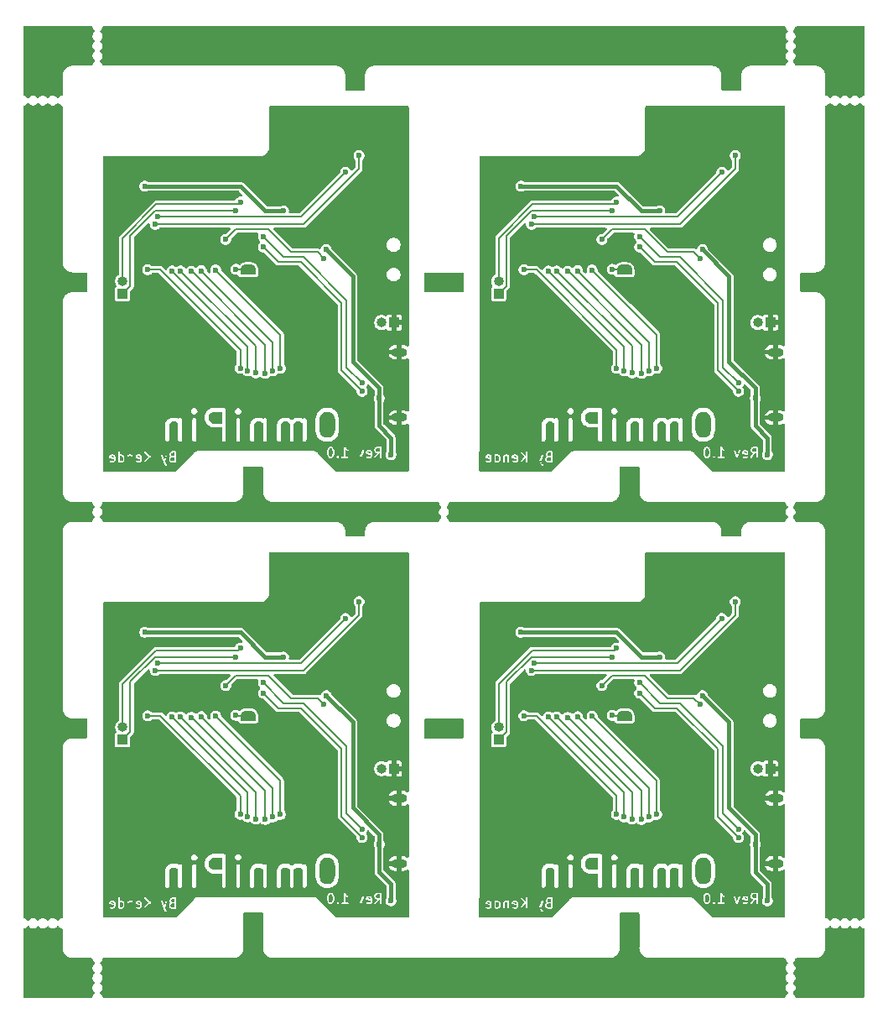
<source format=gbl>
G04 #@! TF.GenerationSoftware,KiCad,Pcbnew,9.0.3*
G04 #@! TF.CreationDate,2025-09-14T18:43:41+02:00*
G04 #@! TF.ProjectId,panel,70616e65-6c2e-46b6-9963-61645f706362,rev?*
G04 #@! TF.SameCoordinates,Original*
G04 #@! TF.FileFunction,Copper,L2,Bot*
G04 #@! TF.FilePolarity,Positive*
%FSLAX46Y46*%
G04 Gerber Fmt 4.6, Leading zero omitted, Abs format (unit mm)*
G04 Created by KiCad (PCBNEW 9.0.3) date 2025-09-14 18:43:41*
%MOMM*%
%LPD*%
G01*
G04 APERTURE LIST*
G04 Aperture macros list*
%AMFreePoly0*
4,1,23,0.500000,-0.750000,0.000000,-0.750000,0.000000,-0.745722,-0.065263,-0.745722,-0.191342,-0.711940,-0.304381,-0.646677,-0.396677,-0.554381,-0.461940,-0.441342,-0.495722,-0.315263,-0.495722,-0.250000,-0.500000,-0.250000,-0.500000,0.250000,-0.495722,0.250000,-0.495722,0.315263,-0.461940,0.441342,-0.396677,0.554381,-0.304381,0.646677,-0.191342,0.711940,-0.065263,0.745722,0.000000,0.745722,
0.000000,0.750000,0.500000,0.750000,0.500000,-0.750000,0.500000,-0.750000,$1*%
%AMFreePoly1*
4,1,23,0.000000,0.745722,0.065263,0.745722,0.191342,0.711940,0.304381,0.646677,0.396677,0.554381,0.461940,0.441342,0.495722,0.315263,0.495722,0.250000,0.500000,0.250000,0.500000,-0.250000,0.495722,-0.250000,0.495722,-0.315263,0.461940,-0.441342,0.396677,-0.554381,0.304381,-0.646677,0.191342,-0.711940,0.065263,-0.745722,0.000000,-0.745722,0.000000,-0.750000,-0.500000,-0.750000,
-0.500000,0.750000,0.000000,0.750000,0.000000,0.745722,0.000000,0.745722,$1*%
G04 Aperture macros list end*
%ADD10C,0.150000*%
%ADD11C,0.400000*%
G04 #@! TA.AperFunction,ComponentPad*
%ADD12R,1.000000X1.000000*%
G04 #@! TD*
G04 #@! TA.AperFunction,ComponentPad*
%ADD13O,1.000000X1.000000*%
G04 #@! TD*
G04 #@! TA.AperFunction,HeatsinkPad*
%ADD14O,1.600000X0.900000*%
G04 #@! TD*
G04 #@! TA.AperFunction,SMDPad,CuDef*
%ADD15FreePoly0,90.000000*%
G04 #@! TD*
G04 #@! TA.AperFunction,SMDPad,CuDef*
%ADD16FreePoly1,90.000000*%
G04 #@! TD*
G04 #@! TA.AperFunction,ViaPad*
%ADD17C,0.600000*%
G04 #@! TD*
G04 #@! TA.AperFunction,Conductor*
%ADD18C,0.400000*%
G04 #@! TD*
G04 #@! TA.AperFunction,Conductor*
%ADD19C,0.200000*%
G04 #@! TD*
G04 APERTURE END LIST*
D10*
G36*
X31659631Y-43097877D02*
G01*
X31690038Y-43128284D01*
X31728531Y-43205271D01*
X31771915Y-43378805D01*
X31771915Y-43598432D01*
X31728531Y-43771966D01*
X31690037Y-43848953D01*
X31659630Y-43879361D01*
X31591115Y-43913619D01*
X31531287Y-43913619D01*
X31462771Y-43879361D01*
X31432364Y-43848953D01*
X31393870Y-43771966D01*
X31350487Y-43598432D01*
X31350487Y-43378805D01*
X31393870Y-43205271D01*
X31432364Y-43128284D01*
X31462771Y-43097877D01*
X31531287Y-43063619D01*
X31591115Y-43063619D01*
X31659631Y-43097877D01*
G37*
G36*
X35552918Y-43425472D02*
G01*
X35581439Y-43482514D01*
X35581439Y-43563799D01*
X35255249Y-43498561D01*
X35255249Y-43482514D01*
X35283769Y-43425472D01*
X35340811Y-43396952D01*
X35495877Y-43396952D01*
X35552918Y-43425472D01*
G37*
G36*
X36533820Y-43437428D02*
G01*
X36245573Y-43437428D01*
X36177057Y-43403170D01*
X36146650Y-43372763D01*
X36112392Y-43304247D01*
X36112392Y-43196800D01*
X36146650Y-43128284D01*
X36177057Y-43097877D01*
X36245573Y-43063619D01*
X36533820Y-43063619D01*
X36533820Y-43437428D01*
G37*
G36*
X36794931Y-44174730D02*
G01*
X31089376Y-44174730D01*
X31089376Y-43369571D01*
X31200487Y-43369571D01*
X31200487Y-43607666D01*
X31200738Y-43610219D01*
X31200576Y-43611312D01*
X31201385Y-43616785D01*
X31201928Y-43622298D01*
X31202350Y-43623319D01*
X31202726Y-43625856D01*
X31250345Y-43816332D01*
X31250730Y-43817411D01*
X31250769Y-43817951D01*
X31253096Y-43824032D01*
X31255292Y-43830178D01*
X31255614Y-43830613D01*
X31256024Y-43831683D01*
X31303643Y-43926921D01*
X31307606Y-43933217D01*
X31308364Y-43935047D01*
X31310053Y-43937105D01*
X31311475Y-43939364D01*
X31312973Y-43940663D01*
X31317691Y-43946412D01*
X31365310Y-43994032D01*
X31371059Y-43998750D01*
X31372360Y-44000250D01*
X31374619Y-44001672D01*
X31376676Y-44003360D01*
X31378503Y-44004117D01*
X31384803Y-44008082D01*
X31480041Y-44055701D01*
X31493772Y-44060956D01*
X31496461Y-44061147D01*
X31498950Y-44062178D01*
X31513582Y-44063619D01*
X31608820Y-44063619D01*
X31623452Y-44062178D01*
X31625941Y-44061146D01*
X31628629Y-44060956D01*
X31642361Y-44055701D01*
X31737599Y-44008082D01*
X31743898Y-44004117D01*
X31745726Y-44003360D01*
X31747782Y-44001672D01*
X31750042Y-44000250D01*
X31751342Y-43998750D01*
X31757092Y-43994032D01*
X31804710Y-43946413D01*
X31809428Y-43940663D01*
X31810927Y-43939364D01*
X31812348Y-43937105D01*
X31814038Y-43935047D01*
X31814795Y-43933217D01*
X31818759Y-43926921D01*
X31819035Y-43926369D01*
X32154308Y-43926369D01*
X32154308Y-43955632D01*
X32159345Y-43967791D01*
X32165507Y-43982668D01*
X32174834Y-43994033D01*
X32222453Y-44041652D01*
X32233818Y-44050979D01*
X32260854Y-44062178D01*
X32260855Y-44062178D01*
X32290117Y-44062178D01*
X32290118Y-44062178D01*
X32317154Y-44050979D01*
X32328519Y-44041652D01*
X32376138Y-43994033D01*
X32385465Y-43982668D01*
X32389061Y-43973987D01*
X32630499Y-43973987D01*
X32630499Y-44003251D01*
X32641698Y-44030287D01*
X32662390Y-44050979D01*
X32689426Y-44062178D01*
X32704058Y-44063619D01*
X33275486Y-44063619D01*
X33290118Y-44062178D01*
X33317154Y-44050979D01*
X33337846Y-44030287D01*
X33349045Y-44003251D01*
X33349045Y-43973987D01*
X33337846Y-43946951D01*
X33317154Y-43926259D01*
X33290118Y-43915060D01*
X33275486Y-43913619D01*
X33064772Y-43913619D01*
X33064772Y-43217304D01*
X33127215Y-43279747D01*
X33132965Y-43284467D01*
X33134264Y-43285964D01*
X33136518Y-43287383D01*
X33138580Y-43289075D01*
X33140412Y-43289833D01*
X33146707Y-43293796D01*
X33241945Y-43341415D01*
X33255676Y-43346670D01*
X33284866Y-43348744D01*
X33312628Y-43339490D01*
X33320211Y-43332913D01*
X34296530Y-43332913D01*
X34300094Y-43347177D01*
X34538189Y-44013844D01*
X34544468Y-44027139D01*
X34546994Y-44029929D01*
X34548606Y-44033332D01*
X34556741Y-44040697D01*
X34564107Y-44048833D01*
X34567509Y-44050444D01*
X34570300Y-44052971D01*
X34580637Y-44056662D01*
X34590553Y-44061360D01*
X34594311Y-44061546D01*
X34597859Y-44062814D01*
X34608820Y-44062268D01*
X34619781Y-44062814D01*
X34623328Y-44061546D01*
X34627087Y-44061360D01*
X34637002Y-44056662D01*
X34647340Y-44052971D01*
X34650130Y-44050444D01*
X34653533Y-44048833D01*
X34660901Y-44040693D01*
X34669034Y-44033331D01*
X34670644Y-44029930D01*
X34673172Y-44027139D01*
X34679451Y-44013844D01*
X34875535Y-43464809D01*
X35105249Y-43464809D01*
X35105249Y-43560047D01*
X35106690Y-43574679D01*
X35109501Y-43581467D01*
X35110928Y-43588676D01*
X35115047Y-43594855D01*
X35117889Y-43601715D01*
X35123084Y-43606910D01*
X35127160Y-43613024D01*
X35133330Y-43617156D01*
X35138581Y-43622407D01*
X35145369Y-43625218D01*
X35151475Y-43629308D01*
X35165540Y-43633591D01*
X35581439Y-43716769D01*
X35581439Y-43828056D01*
X35552918Y-43885098D01*
X35495877Y-43913619D01*
X35340811Y-43913619D01*
X35261409Y-43873918D01*
X35247677Y-43868663D01*
X35218487Y-43866589D01*
X35190726Y-43875843D01*
X35168618Y-43895016D01*
X35155531Y-43921191D01*
X35153457Y-43950381D01*
X35162711Y-43978142D01*
X35181884Y-44000250D01*
X35194327Y-44008082D01*
X35289565Y-44055701D01*
X35303296Y-44060956D01*
X35305985Y-44061147D01*
X35308474Y-44062178D01*
X35323106Y-44063619D01*
X35513582Y-44063619D01*
X35528214Y-44062178D01*
X35530703Y-44061146D01*
X35533391Y-44060956D01*
X35547123Y-44055701D01*
X35642361Y-44008082D01*
X35644808Y-44006541D01*
X35645962Y-44006157D01*
X35647398Y-44004911D01*
X35654804Y-44000250D01*
X35660965Y-43993145D01*
X35668070Y-43986984D01*
X35672731Y-43979578D01*
X35673977Y-43978142D01*
X35674361Y-43976988D01*
X35675902Y-43974541D01*
X35723521Y-43879302D01*
X35728776Y-43865570D01*
X35728966Y-43862882D01*
X35729998Y-43860393D01*
X35731439Y-43845761D01*
X35731439Y-43464809D01*
X35729998Y-43450177D01*
X35728967Y-43447688D01*
X35728776Y-43444999D01*
X35723521Y-43431268D01*
X35675902Y-43336030D01*
X35674361Y-43333582D01*
X35673977Y-43332429D01*
X35672731Y-43330992D01*
X35668070Y-43323587D01*
X35660965Y-43317425D01*
X35654804Y-43310321D01*
X35647398Y-43305659D01*
X35645962Y-43304414D01*
X35644808Y-43304029D01*
X35642361Y-43302489D01*
X35547123Y-43254870D01*
X35533391Y-43249615D01*
X35530703Y-43249424D01*
X35528214Y-43248393D01*
X35513582Y-43246952D01*
X35323106Y-43246952D01*
X35308474Y-43248393D01*
X35305985Y-43249423D01*
X35303296Y-43249615D01*
X35289565Y-43254870D01*
X35194327Y-43302489D01*
X35191879Y-43304029D01*
X35190726Y-43304414D01*
X35189289Y-43305659D01*
X35181884Y-43310321D01*
X35175722Y-43317425D01*
X35168618Y-43323587D01*
X35163956Y-43330992D01*
X35162711Y-43332429D01*
X35162326Y-43333582D01*
X35160786Y-43336030D01*
X35113167Y-43431268D01*
X35107912Y-43445000D01*
X35107721Y-43447687D01*
X35106690Y-43450177D01*
X35105249Y-43464809D01*
X34875535Y-43464809D01*
X34917546Y-43347177D01*
X34921110Y-43332913D01*
X34919656Y-43303686D01*
X34907129Y-43277240D01*
X34885435Y-43257600D01*
X34857876Y-43247757D01*
X34828648Y-43249211D01*
X34802202Y-43261738D01*
X34782563Y-43283432D01*
X34776284Y-43296727D01*
X34608820Y-43765626D01*
X34441356Y-43296727D01*
X34435077Y-43283432D01*
X34415438Y-43261738D01*
X34388992Y-43249211D01*
X34359764Y-43247757D01*
X34332205Y-43257600D01*
X34310511Y-43277239D01*
X34297984Y-43303685D01*
X34296530Y-43332913D01*
X33320211Y-43332913D01*
X33334735Y-43320317D01*
X33347823Y-43294142D01*
X33349897Y-43264952D01*
X33340643Y-43237191D01*
X33321470Y-43215083D01*
X33309027Y-43207251D01*
X33252715Y-43179095D01*
X35962392Y-43179095D01*
X35962392Y-43321952D01*
X35963833Y-43336584D01*
X35964864Y-43339073D01*
X35965055Y-43341761D01*
X35970310Y-43355493D01*
X36017929Y-43450731D01*
X36021893Y-43457030D01*
X36022651Y-43458858D01*
X36024339Y-43460914D01*
X36025761Y-43463174D01*
X36027259Y-43464473D01*
X36031978Y-43470223D01*
X36079597Y-43517842D01*
X36085346Y-43522560D01*
X36086646Y-43524059D01*
X36088905Y-43525480D01*
X36090962Y-43527169D01*
X36092789Y-43527926D01*
X36099089Y-43531891D01*
X36194327Y-43579510D01*
X36208058Y-43584765D01*
X36210747Y-43584956D01*
X36213236Y-43585987D01*
X36226753Y-43587318D01*
X35975950Y-43945609D01*
X35968739Y-43958423D01*
X35962410Y-43986994D01*
X35967495Y-44015811D01*
X35983222Y-44040490D01*
X36007196Y-44057272D01*
X36035767Y-44063601D01*
X36064584Y-44058516D01*
X36089263Y-44042789D01*
X36098834Y-44031629D01*
X36409774Y-43587428D01*
X36533820Y-43587428D01*
X36533820Y-43988619D01*
X36535261Y-44003251D01*
X36546460Y-44030287D01*
X36567152Y-44050979D01*
X36594188Y-44062178D01*
X36623452Y-44062178D01*
X36650488Y-44050979D01*
X36671180Y-44030287D01*
X36682379Y-44003251D01*
X36683820Y-43988619D01*
X36683820Y-42988619D01*
X36682379Y-42973987D01*
X36671180Y-42946951D01*
X36650488Y-42926259D01*
X36623452Y-42915060D01*
X36608820Y-42913619D01*
X36227868Y-42913619D01*
X36213236Y-42915060D01*
X36210747Y-42916090D01*
X36208058Y-42916282D01*
X36194327Y-42921537D01*
X36099089Y-42969156D01*
X36092789Y-42973120D01*
X36090962Y-42973878D01*
X36088905Y-42975566D01*
X36086646Y-42976988D01*
X36085346Y-42978486D01*
X36079597Y-42983205D01*
X36031978Y-43030824D01*
X36027259Y-43036573D01*
X36025761Y-43037873D01*
X36024339Y-43040132D01*
X36022651Y-43042189D01*
X36021893Y-43044016D01*
X36017929Y-43050316D01*
X35970310Y-43145554D01*
X35965055Y-43159286D01*
X35964864Y-43161973D01*
X35963833Y-43164463D01*
X35962392Y-43179095D01*
X33252715Y-43179095D01*
X33224675Y-43165075D01*
X33143294Y-43083694D01*
X33052176Y-42947016D01*
X33052141Y-42946973D01*
X33052132Y-42946951D01*
X33052080Y-42946899D01*
X33042860Y-42935641D01*
X33036690Y-42931509D01*
X33031440Y-42926259D01*
X33024650Y-42923446D01*
X33018545Y-42919358D01*
X33011264Y-42917901D01*
X33004404Y-42915060D01*
X32997056Y-42915060D01*
X32989851Y-42913619D01*
X32982567Y-42915060D01*
X32975140Y-42915060D01*
X32968351Y-42917872D01*
X32961143Y-42919298D01*
X32954964Y-42923417D01*
X32948104Y-42926259D01*
X32942908Y-42931454D01*
X32936794Y-42935531D01*
X32932662Y-42941700D01*
X32927412Y-42946951D01*
X32924599Y-42953740D01*
X32920511Y-42959846D01*
X32919054Y-42967126D01*
X32916213Y-42973987D01*
X32914787Y-42988463D01*
X32914772Y-42988540D01*
X32914777Y-42988566D01*
X32914772Y-42988619D01*
X32914772Y-43913619D01*
X32704058Y-43913619D01*
X32689426Y-43915060D01*
X32662390Y-43926259D01*
X32641698Y-43946951D01*
X32630499Y-43973987D01*
X32389061Y-43973987D01*
X32396664Y-43955632D01*
X32396664Y-43926369D01*
X32396618Y-43926259D01*
X32385466Y-43899333D01*
X32376138Y-43887967D01*
X32328520Y-43840348D01*
X32317154Y-43831020D01*
X32317153Y-43831019D01*
X32298857Y-43823441D01*
X32290118Y-43819821D01*
X32290117Y-43819821D01*
X32260854Y-43819821D01*
X32252115Y-43823441D01*
X32233819Y-43831019D01*
X32233818Y-43831020D01*
X32222452Y-43840348D01*
X32174833Y-43887968D01*
X32165506Y-43899333D01*
X32154308Y-43926369D01*
X31819035Y-43926369D01*
X31866378Y-43831683D01*
X31866787Y-43830613D01*
X31867110Y-43830178D01*
X31869302Y-43824041D01*
X31871633Y-43817952D01*
X31871671Y-43817411D01*
X31872057Y-43816332D01*
X31919676Y-43625856D01*
X31920051Y-43623319D01*
X31920474Y-43622298D01*
X31921016Y-43616785D01*
X31921826Y-43611312D01*
X31921663Y-43610219D01*
X31921915Y-43607666D01*
X31921915Y-43369571D01*
X31921663Y-43367017D01*
X31921826Y-43365925D01*
X31921016Y-43360451D01*
X31920474Y-43354939D01*
X31920051Y-43353917D01*
X31919676Y-43351381D01*
X31872057Y-43160905D01*
X31871671Y-43159825D01*
X31871633Y-43159285D01*
X31869302Y-43153195D01*
X31867110Y-43147059D01*
X31866787Y-43146623D01*
X31866378Y-43145554D01*
X31818759Y-43050316D01*
X31814794Y-43044016D01*
X31814037Y-43042189D01*
X31812348Y-43040132D01*
X31810927Y-43037873D01*
X31809428Y-43036573D01*
X31804710Y-43030824D01*
X31757091Y-42983205D01*
X31751341Y-42978486D01*
X31750042Y-42976988D01*
X31747782Y-42975566D01*
X31745726Y-42973878D01*
X31743898Y-42973120D01*
X31737599Y-42969156D01*
X31642361Y-42921537D01*
X31628629Y-42916282D01*
X31625941Y-42916091D01*
X31623452Y-42915060D01*
X31608820Y-42913619D01*
X31513582Y-42913619D01*
X31498950Y-42915060D01*
X31496461Y-42916090D01*
X31493772Y-42916282D01*
X31480041Y-42921537D01*
X31384803Y-42969156D01*
X31378503Y-42973120D01*
X31376676Y-42973878D01*
X31374619Y-42975566D01*
X31372360Y-42976988D01*
X31371060Y-42978486D01*
X31365311Y-42983205D01*
X31317692Y-43030824D01*
X31312973Y-43036573D01*
X31311475Y-43037873D01*
X31310053Y-43040132D01*
X31308365Y-43042189D01*
X31307607Y-43044016D01*
X31303643Y-43050316D01*
X31256024Y-43145554D01*
X31255614Y-43146623D01*
X31255292Y-43147059D01*
X31253096Y-43153204D01*
X31250769Y-43159286D01*
X31250730Y-43159825D01*
X31250345Y-43160905D01*
X31202726Y-43351381D01*
X31202350Y-43353917D01*
X31201928Y-43354939D01*
X31201385Y-43360451D01*
X31200576Y-43365925D01*
X31200738Y-43367017D01*
X31200487Y-43369571D01*
X31089376Y-43369571D01*
X31089376Y-42802508D01*
X36794931Y-42802508D01*
X36794931Y-44174730D01*
G37*
G36*
X9636041Y-88881072D02*
G01*
X9664562Y-88938114D01*
X9664562Y-89019399D01*
X9338372Y-88954161D01*
X9338372Y-88938114D01*
X9366892Y-88881072D01*
X9423934Y-88852552D01*
X9579000Y-88852552D01*
X9636041Y-88881072D01*
G37*
G36*
X10504659Y-88886810D02*
G01*
X10535066Y-88917217D01*
X10569324Y-88985733D01*
X10569324Y-89236037D01*
X10535065Y-89304553D01*
X10504658Y-89334961D01*
X10436143Y-89369219D01*
X10281077Y-89369219D01*
X10243134Y-89350247D01*
X10243134Y-88871523D01*
X10281077Y-88852552D01*
X10436143Y-88852552D01*
X10504659Y-88886810D01*
G37*
G36*
X12302708Y-88881072D02*
G01*
X12331229Y-88938114D01*
X12331229Y-89019399D01*
X12005039Y-88954161D01*
X12005039Y-88938114D01*
X12033559Y-88881072D01*
X12090601Y-88852552D01*
X12245667Y-88852552D01*
X12302708Y-88881072D01*
G37*
G36*
X15807420Y-89369219D02*
G01*
X15519173Y-89369219D01*
X15450657Y-89334961D01*
X15420250Y-89304553D01*
X15385992Y-89236037D01*
X15385992Y-89128590D01*
X15420250Y-89060074D01*
X15446744Y-89033580D01*
X15561257Y-88995409D01*
X15807420Y-88995409D01*
X15807420Y-89369219D01*
G37*
G36*
X15807420Y-88845409D02*
G01*
X15566792Y-88845409D01*
X15498276Y-88811151D01*
X15467869Y-88780744D01*
X15433611Y-88712228D01*
X15433611Y-88652400D01*
X15467869Y-88583884D01*
X15498276Y-88553477D01*
X15566792Y-88519219D01*
X15807420Y-88519219D01*
X15807420Y-88845409D01*
G37*
G36*
X16068531Y-89963074D02*
G01*
X9077261Y-89963074D01*
X9077261Y-88920409D01*
X9188372Y-88920409D01*
X9188372Y-89015647D01*
X9189813Y-89030279D01*
X9192624Y-89037067D01*
X9194051Y-89044276D01*
X9198170Y-89050455D01*
X9201012Y-89057315D01*
X9206207Y-89062510D01*
X9210283Y-89068624D01*
X9216453Y-89072756D01*
X9221704Y-89078007D01*
X9228492Y-89080818D01*
X9234598Y-89084908D01*
X9248663Y-89089191D01*
X9664562Y-89172369D01*
X9664562Y-89283656D01*
X9636041Y-89340698D01*
X9579000Y-89369219D01*
X9423934Y-89369219D01*
X9344532Y-89329518D01*
X9330800Y-89324263D01*
X9301610Y-89322189D01*
X9273849Y-89331443D01*
X9251741Y-89350616D01*
X9238654Y-89376791D01*
X9236580Y-89405981D01*
X9245834Y-89433742D01*
X9265007Y-89455850D01*
X9277450Y-89463682D01*
X9372688Y-89511301D01*
X9386419Y-89516556D01*
X9389108Y-89516747D01*
X9391597Y-89517778D01*
X9406229Y-89519219D01*
X9596705Y-89519219D01*
X9611337Y-89517778D01*
X9613826Y-89516746D01*
X9616514Y-89516556D01*
X9630246Y-89511301D01*
X9725484Y-89463682D01*
X9727931Y-89462141D01*
X9729085Y-89461757D01*
X9730521Y-89460511D01*
X9737927Y-89455850D01*
X9744088Y-89448745D01*
X9751193Y-89442584D01*
X9755854Y-89435178D01*
X9757100Y-89433742D01*
X9757484Y-89432588D01*
X9759025Y-89430141D01*
X9806644Y-89334902D01*
X9811899Y-89321170D01*
X9812089Y-89318482D01*
X9813121Y-89315993D01*
X9814562Y-89301361D01*
X9814562Y-88920409D01*
X9813121Y-88905777D01*
X9812090Y-88903288D01*
X9811899Y-88900599D01*
X9806644Y-88886868D01*
X9759025Y-88791630D01*
X9757484Y-88789182D01*
X9757100Y-88788029D01*
X9755854Y-88786592D01*
X9751193Y-88779187D01*
X9744088Y-88773025D01*
X9737927Y-88765921D01*
X9730521Y-88761259D01*
X9729085Y-88760014D01*
X9727931Y-88759629D01*
X9725484Y-88758089D01*
X9630246Y-88710470D01*
X9616514Y-88705215D01*
X9613826Y-88705024D01*
X9611337Y-88703993D01*
X9596705Y-88702552D01*
X9406229Y-88702552D01*
X9391597Y-88703993D01*
X9389108Y-88705023D01*
X9386419Y-88705215D01*
X9372688Y-88710470D01*
X9277450Y-88758089D01*
X9275002Y-88759629D01*
X9273849Y-88760014D01*
X9272412Y-88761259D01*
X9265007Y-88765921D01*
X9258845Y-88773025D01*
X9251741Y-88779187D01*
X9247079Y-88786592D01*
X9245834Y-88788029D01*
X9245449Y-88789182D01*
X9243909Y-88791630D01*
X9196290Y-88886868D01*
X9191035Y-88900600D01*
X9190844Y-88903287D01*
X9189813Y-88905777D01*
X9188372Y-88920409D01*
X9077261Y-88920409D01*
X9077261Y-88444219D01*
X10093134Y-88444219D01*
X10093134Y-89444219D01*
X10094575Y-89458851D01*
X10105774Y-89485887D01*
X10126466Y-89506579D01*
X10153502Y-89517778D01*
X10182766Y-89517778D01*
X10209802Y-89506579D01*
X10213330Y-89503050D01*
X10229831Y-89511301D01*
X10243562Y-89516556D01*
X10246251Y-89516747D01*
X10248740Y-89517778D01*
X10263372Y-89519219D01*
X10453848Y-89519219D01*
X10468480Y-89517778D01*
X10470969Y-89516746D01*
X10473657Y-89516556D01*
X10487389Y-89511301D01*
X10582627Y-89463682D01*
X10588926Y-89459717D01*
X10590754Y-89458960D01*
X10592810Y-89457272D01*
X10595070Y-89455850D01*
X10596370Y-89454350D01*
X10602120Y-89449632D01*
X10649738Y-89402013D01*
X10654456Y-89396263D01*
X10655955Y-89394964D01*
X10657376Y-89392705D01*
X10659066Y-89390647D01*
X10659823Y-89388817D01*
X10663787Y-89382521D01*
X10711406Y-89287283D01*
X10716661Y-89273552D01*
X10716852Y-89270862D01*
X10717883Y-89268374D01*
X10719324Y-89253742D01*
X10719324Y-88968028D01*
X10717883Y-88953396D01*
X10716852Y-88950907D01*
X10716661Y-88948218D01*
X10711406Y-88934487D01*
X10704367Y-88920409D01*
X10997896Y-88920409D01*
X10997896Y-89444219D01*
X10999337Y-89458851D01*
X11010536Y-89485887D01*
X11031228Y-89506579D01*
X11058264Y-89517778D01*
X11087528Y-89517778D01*
X11114564Y-89506579D01*
X11135256Y-89485887D01*
X11146455Y-89458851D01*
X11147896Y-89444219D01*
X11147896Y-88938114D01*
X11176416Y-88881072D01*
X11233458Y-88852552D01*
X11340905Y-88852552D01*
X11409421Y-88886810D01*
X11426467Y-88903856D01*
X11426467Y-89444219D01*
X11427908Y-89458851D01*
X11439107Y-89485887D01*
X11459799Y-89506579D01*
X11486835Y-89517778D01*
X11516099Y-89517778D01*
X11543135Y-89506579D01*
X11563827Y-89485887D01*
X11575026Y-89458851D01*
X11576467Y-89444219D01*
X11576467Y-88920409D01*
X11855039Y-88920409D01*
X11855039Y-89015647D01*
X11856480Y-89030279D01*
X11859291Y-89037067D01*
X11860718Y-89044276D01*
X11864837Y-89050455D01*
X11867679Y-89057315D01*
X11872874Y-89062510D01*
X11876950Y-89068624D01*
X11883120Y-89072756D01*
X11888371Y-89078007D01*
X11895159Y-89080818D01*
X11901265Y-89084908D01*
X11915330Y-89089191D01*
X12331229Y-89172369D01*
X12331229Y-89283656D01*
X12302708Y-89340698D01*
X12245667Y-89369219D01*
X12090601Y-89369219D01*
X12011199Y-89329518D01*
X11997467Y-89324263D01*
X11968277Y-89322189D01*
X11940516Y-89331443D01*
X11918408Y-89350616D01*
X11905321Y-89376791D01*
X11903247Y-89405981D01*
X11912501Y-89433742D01*
X11931674Y-89455850D01*
X11944117Y-89463682D01*
X12039355Y-89511301D01*
X12053086Y-89516556D01*
X12055775Y-89516747D01*
X12058264Y-89517778D01*
X12072896Y-89519219D01*
X12263372Y-89519219D01*
X12278004Y-89517778D01*
X12280493Y-89516746D01*
X12283181Y-89516556D01*
X12296913Y-89511301D01*
X12392151Y-89463682D01*
X12394598Y-89462141D01*
X12395752Y-89461757D01*
X12397188Y-89460511D01*
X12404594Y-89455850D01*
X12410755Y-89448745D01*
X12417860Y-89442584D01*
X12419400Y-89440137D01*
X12712293Y-89440137D01*
X12716432Y-89469106D01*
X12731341Y-89494287D01*
X12754752Y-89511845D01*
X12783100Y-89519108D01*
X12812069Y-89514969D01*
X12837250Y-89500060D01*
X12847182Y-89489219D01*
X13223867Y-88986970D01*
X13283610Y-89046713D01*
X13283610Y-89444219D01*
X13285051Y-89458851D01*
X13296250Y-89485887D01*
X13316942Y-89506579D01*
X13343978Y-89517778D01*
X13373242Y-89517778D01*
X13400278Y-89506579D01*
X13420970Y-89485887D01*
X13432169Y-89458851D01*
X13433610Y-89444219D01*
X13433610Y-88788513D01*
X14427273Y-88788513D01*
X14430837Y-88802777D01*
X14668932Y-89469444D01*
X14669534Y-89470719D01*
X14669927Y-89472073D01*
X14765165Y-89710168D01*
X14771937Y-89723218D01*
X14772262Y-89723551D01*
X14772441Y-89723982D01*
X14781768Y-89735347D01*
X14829387Y-89782966D01*
X14835136Y-89787684D01*
X14836436Y-89789183D01*
X14838695Y-89790604D01*
X14840752Y-89792293D01*
X14842579Y-89793050D01*
X14848879Y-89797015D01*
X14944117Y-89844634D01*
X14957848Y-89849889D01*
X14987038Y-89851963D01*
X15014800Y-89842709D01*
X15036907Y-89823536D01*
X15049995Y-89797361D01*
X15052069Y-89768171D01*
X15042815Y-89740410D01*
X15023642Y-89718302D01*
X15011199Y-89710470D01*
X14926847Y-89668294D01*
X14898719Y-89640166D01*
X14819739Y-89442716D01*
X14938250Y-89110885D01*
X15235992Y-89110885D01*
X15235992Y-89253742D01*
X15237433Y-89268374D01*
X15238464Y-89270863D01*
X15238655Y-89273551D01*
X15243910Y-89287283D01*
X15291529Y-89382521D01*
X15295492Y-89388817D01*
X15296250Y-89390647D01*
X15297939Y-89392705D01*
X15299361Y-89394964D01*
X15300859Y-89396263D01*
X15305577Y-89402012D01*
X15353196Y-89449632D01*
X15358945Y-89454350D01*
X15360246Y-89455850D01*
X15362505Y-89457272D01*
X15364562Y-89458960D01*
X15366389Y-89459717D01*
X15372689Y-89463682D01*
X15467927Y-89511301D01*
X15481658Y-89516556D01*
X15484347Y-89516747D01*
X15486836Y-89517778D01*
X15501468Y-89519219D01*
X15882420Y-89519219D01*
X15897052Y-89517778D01*
X15924088Y-89506579D01*
X15944780Y-89485887D01*
X15955979Y-89458851D01*
X15957420Y-89444219D01*
X15957420Y-88444219D01*
X15955979Y-88429587D01*
X15944780Y-88402551D01*
X15924088Y-88381859D01*
X15897052Y-88370660D01*
X15882420Y-88369219D01*
X15549087Y-88369219D01*
X15534455Y-88370660D01*
X15531966Y-88371690D01*
X15529277Y-88371882D01*
X15515546Y-88377137D01*
X15420308Y-88424756D01*
X15414008Y-88428720D01*
X15412181Y-88429478D01*
X15410124Y-88431166D01*
X15407865Y-88432588D01*
X15406565Y-88434086D01*
X15400816Y-88438805D01*
X15353197Y-88486424D01*
X15348478Y-88492173D01*
X15346980Y-88493473D01*
X15345558Y-88495732D01*
X15343870Y-88497789D01*
X15343112Y-88499616D01*
X15339148Y-88505916D01*
X15291529Y-88601154D01*
X15286274Y-88614886D01*
X15286083Y-88617573D01*
X15285052Y-88620063D01*
X15283611Y-88634695D01*
X15283611Y-88729933D01*
X15285052Y-88744565D01*
X15286083Y-88747054D01*
X15286274Y-88749742D01*
X15291529Y-88763474D01*
X15339148Y-88858712D01*
X15343112Y-88865011D01*
X15343870Y-88866839D01*
X15345558Y-88868895D01*
X15346980Y-88871155D01*
X15348478Y-88872454D01*
X15353197Y-88878204D01*
X15375154Y-88900161D01*
X15369087Y-88902871D01*
X15367050Y-88904637D01*
X15364562Y-88905668D01*
X15353197Y-88914995D01*
X15305578Y-88962614D01*
X15300859Y-88968363D01*
X15299361Y-88969663D01*
X15297939Y-88971922D01*
X15296251Y-88973979D01*
X15295493Y-88975806D01*
X15291529Y-88982106D01*
X15243910Y-89077344D01*
X15238655Y-89091076D01*
X15238464Y-89093763D01*
X15237433Y-89096253D01*
X15235992Y-89110885D01*
X14938250Y-89110885D01*
X15048289Y-88802777D01*
X15051853Y-88788513D01*
X15050399Y-88759286D01*
X15037872Y-88732840D01*
X15016178Y-88713200D01*
X14988619Y-88703357D01*
X14959391Y-88704811D01*
X14932945Y-88717338D01*
X14913306Y-88739032D01*
X14907027Y-88752327D01*
X14739563Y-89221226D01*
X14572099Y-88752327D01*
X14565820Y-88739032D01*
X14546181Y-88717338D01*
X14519735Y-88704811D01*
X14490507Y-88703357D01*
X14462948Y-88713200D01*
X14441254Y-88732839D01*
X14428727Y-88759285D01*
X14427273Y-88788513D01*
X13433610Y-88788513D01*
X13433610Y-88444219D01*
X13432169Y-88429587D01*
X13420970Y-88402551D01*
X13400278Y-88381859D01*
X13373242Y-88370660D01*
X13343978Y-88370660D01*
X13316942Y-88381859D01*
X13296250Y-88402551D01*
X13285051Y-88429587D01*
X13283610Y-88444219D01*
X13283610Y-88834581D01*
X12840215Y-88391186D01*
X12828850Y-88381859D01*
X12801813Y-88370660D01*
X12772551Y-88370660D01*
X12745514Y-88381859D01*
X12724822Y-88402551D01*
X12713623Y-88429588D01*
X12713623Y-88458850D01*
X12724822Y-88485887D01*
X12734149Y-88497252D01*
X13116724Y-88879827D01*
X12727182Y-89399219D01*
X12719556Y-89411789D01*
X12712293Y-89440137D01*
X12419400Y-89440137D01*
X12422521Y-89435178D01*
X12423767Y-89433742D01*
X12424151Y-89432588D01*
X12425692Y-89430141D01*
X12473311Y-89334902D01*
X12478566Y-89321170D01*
X12478756Y-89318482D01*
X12479788Y-89315993D01*
X12481229Y-89301361D01*
X12481229Y-88920409D01*
X12479788Y-88905777D01*
X12478757Y-88903288D01*
X12478566Y-88900599D01*
X12473311Y-88886868D01*
X12425692Y-88791630D01*
X12424151Y-88789182D01*
X12423767Y-88788029D01*
X12422521Y-88786592D01*
X12417860Y-88779187D01*
X12410755Y-88773025D01*
X12404594Y-88765921D01*
X12397188Y-88761259D01*
X12395752Y-88760014D01*
X12394598Y-88759629D01*
X12392151Y-88758089D01*
X12296913Y-88710470D01*
X12283181Y-88705215D01*
X12280493Y-88705024D01*
X12278004Y-88703993D01*
X12263372Y-88702552D01*
X12072896Y-88702552D01*
X12058264Y-88703993D01*
X12055775Y-88705023D01*
X12053086Y-88705215D01*
X12039355Y-88710470D01*
X11944117Y-88758089D01*
X11941669Y-88759629D01*
X11940516Y-88760014D01*
X11939079Y-88761259D01*
X11931674Y-88765921D01*
X11925512Y-88773025D01*
X11918408Y-88779187D01*
X11913746Y-88786592D01*
X11912501Y-88788029D01*
X11912116Y-88789182D01*
X11910576Y-88791630D01*
X11862957Y-88886868D01*
X11857702Y-88900600D01*
X11857511Y-88903287D01*
X11856480Y-88905777D01*
X11855039Y-88920409D01*
X11576467Y-88920409D01*
X11576467Y-88777552D01*
X11575026Y-88762920D01*
X11563827Y-88735884D01*
X11543135Y-88715192D01*
X11516099Y-88703993D01*
X11486835Y-88703993D01*
X11459799Y-88715192D01*
X11440397Y-88734593D01*
X11392151Y-88710470D01*
X11378419Y-88705215D01*
X11375731Y-88705024D01*
X11373242Y-88703993D01*
X11358610Y-88702552D01*
X11215753Y-88702552D01*
X11201121Y-88703993D01*
X11198632Y-88705023D01*
X11195943Y-88705215D01*
X11182212Y-88710470D01*
X11086974Y-88758089D01*
X11084526Y-88759629D01*
X11083373Y-88760014D01*
X11081936Y-88761259D01*
X11074531Y-88765921D01*
X11068369Y-88773025D01*
X11061265Y-88779187D01*
X11056603Y-88786592D01*
X11055358Y-88788029D01*
X11054973Y-88789182D01*
X11053433Y-88791630D01*
X11005814Y-88886868D01*
X11000559Y-88900600D01*
X11000368Y-88903287D01*
X10999337Y-88905777D01*
X10997896Y-88920409D01*
X10704367Y-88920409D01*
X10663787Y-88839249D01*
X10659822Y-88832949D01*
X10659065Y-88831122D01*
X10657376Y-88829065D01*
X10655955Y-88826806D01*
X10654456Y-88825506D01*
X10649738Y-88819757D01*
X10602119Y-88772138D01*
X10596369Y-88767419D01*
X10595070Y-88765921D01*
X10592810Y-88764499D01*
X10590754Y-88762811D01*
X10588926Y-88762053D01*
X10582627Y-88758089D01*
X10487389Y-88710470D01*
X10473657Y-88705215D01*
X10470969Y-88705024D01*
X10468480Y-88703993D01*
X10453848Y-88702552D01*
X10263372Y-88702552D01*
X10248740Y-88703993D01*
X10246251Y-88705023D01*
X10243562Y-88705215D01*
X10243134Y-88705378D01*
X10243134Y-88444219D01*
X10241693Y-88429587D01*
X10230494Y-88402551D01*
X10209802Y-88381859D01*
X10182766Y-88370660D01*
X10153502Y-88370660D01*
X10126466Y-88381859D01*
X10105774Y-88402551D01*
X10094575Y-88429587D01*
X10093134Y-88444219D01*
X9077261Y-88444219D01*
X9077261Y-88258108D01*
X16068531Y-88258108D01*
X16068531Y-89963074D01*
G37*
G36*
X31659631Y-88096277D02*
G01*
X31690038Y-88126684D01*
X31728531Y-88203671D01*
X31771915Y-88377205D01*
X31771915Y-88596832D01*
X31728531Y-88770366D01*
X31690037Y-88847353D01*
X31659630Y-88877761D01*
X31591115Y-88912019D01*
X31531287Y-88912019D01*
X31462771Y-88877761D01*
X31432364Y-88847353D01*
X31393870Y-88770366D01*
X31350487Y-88596832D01*
X31350487Y-88377205D01*
X31393870Y-88203671D01*
X31432364Y-88126684D01*
X31462771Y-88096277D01*
X31531287Y-88062019D01*
X31591115Y-88062019D01*
X31659631Y-88096277D01*
G37*
G36*
X35552918Y-88423872D02*
G01*
X35581439Y-88480914D01*
X35581439Y-88562199D01*
X35255249Y-88496961D01*
X35255249Y-88480914D01*
X35283769Y-88423872D01*
X35340811Y-88395352D01*
X35495877Y-88395352D01*
X35552918Y-88423872D01*
G37*
G36*
X36533820Y-88435828D02*
G01*
X36245573Y-88435828D01*
X36177057Y-88401570D01*
X36146650Y-88371163D01*
X36112392Y-88302647D01*
X36112392Y-88195200D01*
X36146650Y-88126684D01*
X36177057Y-88096277D01*
X36245573Y-88062019D01*
X36533820Y-88062019D01*
X36533820Y-88435828D01*
G37*
G36*
X36794931Y-89173130D02*
G01*
X31089376Y-89173130D01*
X31089376Y-88367971D01*
X31200487Y-88367971D01*
X31200487Y-88606066D01*
X31200738Y-88608619D01*
X31200576Y-88609712D01*
X31201385Y-88615185D01*
X31201928Y-88620698D01*
X31202350Y-88621719D01*
X31202726Y-88624256D01*
X31250345Y-88814732D01*
X31250730Y-88815811D01*
X31250769Y-88816351D01*
X31253096Y-88822432D01*
X31255292Y-88828578D01*
X31255614Y-88829013D01*
X31256024Y-88830083D01*
X31303643Y-88925321D01*
X31307606Y-88931617D01*
X31308364Y-88933447D01*
X31310053Y-88935505D01*
X31311475Y-88937764D01*
X31312973Y-88939063D01*
X31317691Y-88944812D01*
X31365310Y-88992432D01*
X31371059Y-88997150D01*
X31372360Y-88998650D01*
X31374619Y-89000072D01*
X31376676Y-89001760D01*
X31378503Y-89002517D01*
X31384803Y-89006482D01*
X31480041Y-89054101D01*
X31493772Y-89059356D01*
X31496461Y-89059547D01*
X31498950Y-89060578D01*
X31513582Y-89062019D01*
X31608820Y-89062019D01*
X31623452Y-89060578D01*
X31625941Y-89059546D01*
X31628629Y-89059356D01*
X31642361Y-89054101D01*
X31737599Y-89006482D01*
X31743898Y-89002517D01*
X31745726Y-89001760D01*
X31747782Y-89000072D01*
X31750042Y-88998650D01*
X31751342Y-88997150D01*
X31757092Y-88992432D01*
X31804710Y-88944813D01*
X31809428Y-88939063D01*
X31810927Y-88937764D01*
X31812348Y-88935505D01*
X31814038Y-88933447D01*
X31814795Y-88931617D01*
X31818759Y-88925321D01*
X31819035Y-88924769D01*
X32154308Y-88924769D01*
X32154308Y-88954032D01*
X32159345Y-88966191D01*
X32165507Y-88981068D01*
X32174834Y-88992433D01*
X32222453Y-89040052D01*
X32233818Y-89049379D01*
X32260854Y-89060578D01*
X32260855Y-89060578D01*
X32290117Y-89060578D01*
X32290118Y-89060578D01*
X32317154Y-89049379D01*
X32328519Y-89040052D01*
X32376138Y-88992433D01*
X32385465Y-88981068D01*
X32389061Y-88972387D01*
X32630499Y-88972387D01*
X32630499Y-89001651D01*
X32641698Y-89028687D01*
X32662390Y-89049379D01*
X32689426Y-89060578D01*
X32704058Y-89062019D01*
X33275486Y-89062019D01*
X33290118Y-89060578D01*
X33317154Y-89049379D01*
X33337846Y-89028687D01*
X33349045Y-89001651D01*
X33349045Y-88972387D01*
X33337846Y-88945351D01*
X33317154Y-88924659D01*
X33290118Y-88913460D01*
X33275486Y-88912019D01*
X33064772Y-88912019D01*
X33064772Y-88215704D01*
X33127215Y-88278147D01*
X33132965Y-88282867D01*
X33134264Y-88284364D01*
X33136518Y-88285783D01*
X33138580Y-88287475D01*
X33140412Y-88288233D01*
X33146707Y-88292196D01*
X33241945Y-88339815D01*
X33255676Y-88345070D01*
X33284866Y-88347144D01*
X33312628Y-88337890D01*
X33320211Y-88331313D01*
X34296530Y-88331313D01*
X34300094Y-88345577D01*
X34538189Y-89012244D01*
X34544468Y-89025539D01*
X34546994Y-89028329D01*
X34548606Y-89031732D01*
X34556741Y-89039097D01*
X34564107Y-89047233D01*
X34567509Y-89048844D01*
X34570300Y-89051371D01*
X34580637Y-89055062D01*
X34590553Y-89059760D01*
X34594311Y-89059946D01*
X34597859Y-89061214D01*
X34608820Y-89060668D01*
X34619781Y-89061214D01*
X34623328Y-89059946D01*
X34627087Y-89059760D01*
X34637002Y-89055062D01*
X34647340Y-89051371D01*
X34650130Y-89048844D01*
X34653533Y-89047233D01*
X34660901Y-89039093D01*
X34669034Y-89031731D01*
X34670644Y-89028330D01*
X34673172Y-89025539D01*
X34679451Y-89012244D01*
X34875535Y-88463209D01*
X35105249Y-88463209D01*
X35105249Y-88558447D01*
X35106690Y-88573079D01*
X35109501Y-88579867D01*
X35110928Y-88587076D01*
X35115047Y-88593255D01*
X35117889Y-88600115D01*
X35123084Y-88605310D01*
X35127160Y-88611424D01*
X35133330Y-88615556D01*
X35138581Y-88620807D01*
X35145369Y-88623618D01*
X35151475Y-88627708D01*
X35165540Y-88631991D01*
X35581439Y-88715169D01*
X35581439Y-88826456D01*
X35552918Y-88883498D01*
X35495877Y-88912019D01*
X35340811Y-88912019D01*
X35261409Y-88872318D01*
X35247677Y-88867063D01*
X35218487Y-88864989D01*
X35190726Y-88874243D01*
X35168618Y-88893416D01*
X35155531Y-88919591D01*
X35153457Y-88948781D01*
X35162711Y-88976542D01*
X35181884Y-88998650D01*
X35194327Y-89006482D01*
X35289565Y-89054101D01*
X35303296Y-89059356D01*
X35305985Y-89059547D01*
X35308474Y-89060578D01*
X35323106Y-89062019D01*
X35513582Y-89062019D01*
X35528214Y-89060578D01*
X35530703Y-89059546D01*
X35533391Y-89059356D01*
X35547123Y-89054101D01*
X35642361Y-89006482D01*
X35644808Y-89004941D01*
X35645962Y-89004557D01*
X35647398Y-89003311D01*
X35654804Y-88998650D01*
X35660965Y-88991545D01*
X35668070Y-88985384D01*
X35672731Y-88977978D01*
X35673977Y-88976542D01*
X35674361Y-88975388D01*
X35675902Y-88972941D01*
X35723521Y-88877702D01*
X35728776Y-88863970D01*
X35728966Y-88861282D01*
X35729998Y-88858793D01*
X35731439Y-88844161D01*
X35731439Y-88463209D01*
X35729998Y-88448577D01*
X35728967Y-88446088D01*
X35728776Y-88443399D01*
X35723521Y-88429668D01*
X35675902Y-88334430D01*
X35674361Y-88331982D01*
X35673977Y-88330829D01*
X35672731Y-88329392D01*
X35668070Y-88321987D01*
X35660965Y-88315825D01*
X35654804Y-88308721D01*
X35647398Y-88304059D01*
X35645962Y-88302814D01*
X35644808Y-88302429D01*
X35642361Y-88300889D01*
X35547123Y-88253270D01*
X35533391Y-88248015D01*
X35530703Y-88247824D01*
X35528214Y-88246793D01*
X35513582Y-88245352D01*
X35323106Y-88245352D01*
X35308474Y-88246793D01*
X35305985Y-88247823D01*
X35303296Y-88248015D01*
X35289565Y-88253270D01*
X35194327Y-88300889D01*
X35191879Y-88302429D01*
X35190726Y-88302814D01*
X35189289Y-88304059D01*
X35181884Y-88308721D01*
X35175722Y-88315825D01*
X35168618Y-88321987D01*
X35163956Y-88329392D01*
X35162711Y-88330829D01*
X35162326Y-88331982D01*
X35160786Y-88334430D01*
X35113167Y-88429668D01*
X35107912Y-88443400D01*
X35107721Y-88446087D01*
X35106690Y-88448577D01*
X35105249Y-88463209D01*
X34875535Y-88463209D01*
X34917546Y-88345577D01*
X34921110Y-88331313D01*
X34919656Y-88302086D01*
X34907129Y-88275640D01*
X34885435Y-88256000D01*
X34857876Y-88246157D01*
X34828648Y-88247611D01*
X34802202Y-88260138D01*
X34782563Y-88281832D01*
X34776284Y-88295127D01*
X34608820Y-88764026D01*
X34441356Y-88295127D01*
X34435077Y-88281832D01*
X34415438Y-88260138D01*
X34388992Y-88247611D01*
X34359764Y-88246157D01*
X34332205Y-88256000D01*
X34310511Y-88275639D01*
X34297984Y-88302085D01*
X34296530Y-88331313D01*
X33320211Y-88331313D01*
X33334735Y-88318717D01*
X33347823Y-88292542D01*
X33349897Y-88263352D01*
X33340643Y-88235591D01*
X33321470Y-88213483D01*
X33309027Y-88205651D01*
X33252715Y-88177495D01*
X35962392Y-88177495D01*
X35962392Y-88320352D01*
X35963833Y-88334984D01*
X35964864Y-88337473D01*
X35965055Y-88340161D01*
X35970310Y-88353893D01*
X36017929Y-88449131D01*
X36021893Y-88455430D01*
X36022651Y-88457258D01*
X36024339Y-88459314D01*
X36025761Y-88461574D01*
X36027259Y-88462873D01*
X36031978Y-88468623D01*
X36079597Y-88516242D01*
X36085346Y-88520960D01*
X36086646Y-88522459D01*
X36088905Y-88523880D01*
X36090962Y-88525569D01*
X36092789Y-88526326D01*
X36099089Y-88530291D01*
X36194327Y-88577910D01*
X36208058Y-88583165D01*
X36210747Y-88583356D01*
X36213236Y-88584387D01*
X36226753Y-88585718D01*
X35975950Y-88944009D01*
X35968739Y-88956823D01*
X35962410Y-88985394D01*
X35967495Y-89014211D01*
X35983222Y-89038890D01*
X36007196Y-89055672D01*
X36035767Y-89062001D01*
X36064584Y-89056916D01*
X36089263Y-89041189D01*
X36098834Y-89030029D01*
X36409774Y-88585828D01*
X36533820Y-88585828D01*
X36533820Y-88987019D01*
X36535261Y-89001651D01*
X36546460Y-89028687D01*
X36567152Y-89049379D01*
X36594188Y-89060578D01*
X36623452Y-89060578D01*
X36650488Y-89049379D01*
X36671180Y-89028687D01*
X36682379Y-89001651D01*
X36683820Y-88987019D01*
X36683820Y-87987019D01*
X36682379Y-87972387D01*
X36671180Y-87945351D01*
X36650488Y-87924659D01*
X36623452Y-87913460D01*
X36608820Y-87912019D01*
X36227868Y-87912019D01*
X36213236Y-87913460D01*
X36210747Y-87914490D01*
X36208058Y-87914682D01*
X36194327Y-87919937D01*
X36099089Y-87967556D01*
X36092789Y-87971520D01*
X36090962Y-87972278D01*
X36088905Y-87973966D01*
X36086646Y-87975388D01*
X36085346Y-87976886D01*
X36079597Y-87981605D01*
X36031978Y-88029224D01*
X36027259Y-88034973D01*
X36025761Y-88036273D01*
X36024339Y-88038532D01*
X36022651Y-88040589D01*
X36021893Y-88042416D01*
X36017929Y-88048716D01*
X35970310Y-88143954D01*
X35965055Y-88157686D01*
X35964864Y-88160373D01*
X35963833Y-88162863D01*
X35962392Y-88177495D01*
X33252715Y-88177495D01*
X33224675Y-88163475D01*
X33143294Y-88082094D01*
X33052176Y-87945416D01*
X33052141Y-87945373D01*
X33052132Y-87945351D01*
X33052080Y-87945299D01*
X33042860Y-87934041D01*
X33036690Y-87929909D01*
X33031440Y-87924659D01*
X33024650Y-87921846D01*
X33018545Y-87917758D01*
X33011264Y-87916301D01*
X33004404Y-87913460D01*
X32997056Y-87913460D01*
X32989851Y-87912019D01*
X32982567Y-87913460D01*
X32975140Y-87913460D01*
X32968351Y-87916272D01*
X32961143Y-87917698D01*
X32954964Y-87921817D01*
X32948104Y-87924659D01*
X32942908Y-87929854D01*
X32936794Y-87933931D01*
X32932662Y-87940100D01*
X32927412Y-87945351D01*
X32924599Y-87952140D01*
X32920511Y-87958246D01*
X32919054Y-87965526D01*
X32916213Y-87972387D01*
X32914787Y-87986863D01*
X32914772Y-87986940D01*
X32914777Y-87986966D01*
X32914772Y-87987019D01*
X32914772Y-88912019D01*
X32704058Y-88912019D01*
X32689426Y-88913460D01*
X32662390Y-88924659D01*
X32641698Y-88945351D01*
X32630499Y-88972387D01*
X32389061Y-88972387D01*
X32396664Y-88954032D01*
X32396664Y-88924769D01*
X32396618Y-88924659D01*
X32385466Y-88897733D01*
X32376138Y-88886367D01*
X32328520Y-88838748D01*
X32317154Y-88829420D01*
X32317153Y-88829419D01*
X32298857Y-88821841D01*
X32290118Y-88818221D01*
X32290117Y-88818221D01*
X32260854Y-88818221D01*
X32252115Y-88821841D01*
X32233819Y-88829419D01*
X32233818Y-88829420D01*
X32222452Y-88838748D01*
X32174833Y-88886368D01*
X32165506Y-88897733D01*
X32154308Y-88924769D01*
X31819035Y-88924769D01*
X31866378Y-88830083D01*
X31866787Y-88829013D01*
X31867110Y-88828578D01*
X31869302Y-88822441D01*
X31871633Y-88816352D01*
X31871671Y-88815811D01*
X31872057Y-88814732D01*
X31919676Y-88624256D01*
X31920051Y-88621719D01*
X31920474Y-88620698D01*
X31921016Y-88615185D01*
X31921826Y-88609712D01*
X31921663Y-88608619D01*
X31921915Y-88606066D01*
X31921915Y-88367971D01*
X31921663Y-88365417D01*
X31921826Y-88364325D01*
X31921016Y-88358851D01*
X31920474Y-88353339D01*
X31920051Y-88352317D01*
X31919676Y-88349781D01*
X31872057Y-88159305D01*
X31871671Y-88158225D01*
X31871633Y-88157685D01*
X31869302Y-88151595D01*
X31867110Y-88145459D01*
X31866787Y-88145023D01*
X31866378Y-88143954D01*
X31818759Y-88048716D01*
X31814794Y-88042416D01*
X31814037Y-88040589D01*
X31812348Y-88038532D01*
X31810927Y-88036273D01*
X31809428Y-88034973D01*
X31804710Y-88029224D01*
X31757091Y-87981605D01*
X31751341Y-87976886D01*
X31750042Y-87975388D01*
X31747782Y-87973966D01*
X31745726Y-87972278D01*
X31743898Y-87971520D01*
X31737599Y-87967556D01*
X31642361Y-87919937D01*
X31628629Y-87914682D01*
X31625941Y-87914491D01*
X31623452Y-87913460D01*
X31608820Y-87912019D01*
X31513582Y-87912019D01*
X31498950Y-87913460D01*
X31496461Y-87914490D01*
X31493772Y-87914682D01*
X31480041Y-87919937D01*
X31384803Y-87967556D01*
X31378503Y-87971520D01*
X31376676Y-87972278D01*
X31374619Y-87973966D01*
X31372360Y-87975388D01*
X31371060Y-87976886D01*
X31365311Y-87981605D01*
X31317692Y-88029224D01*
X31312973Y-88034973D01*
X31311475Y-88036273D01*
X31310053Y-88038532D01*
X31308365Y-88040589D01*
X31307607Y-88042416D01*
X31303643Y-88048716D01*
X31256024Y-88143954D01*
X31255614Y-88145023D01*
X31255292Y-88145459D01*
X31253096Y-88151604D01*
X31250769Y-88157686D01*
X31250730Y-88158225D01*
X31250345Y-88159305D01*
X31202726Y-88349781D01*
X31202350Y-88352317D01*
X31201928Y-88353339D01*
X31201385Y-88358851D01*
X31200576Y-88364325D01*
X31200738Y-88365417D01*
X31200487Y-88367971D01*
X31089376Y-88367971D01*
X31089376Y-87800908D01*
X36794931Y-87800908D01*
X36794931Y-89173130D01*
G37*
D11*
G36*
X31652372Y-39514086D02*
G01*
X31875963Y-39737677D01*
X31999414Y-40231479D01*
X31999414Y-41182236D01*
X31875963Y-41676035D01*
X31652370Y-41899628D01*
X31437914Y-42006857D01*
X30960913Y-42006857D01*
X30746455Y-41899628D01*
X30522864Y-41676035D01*
X30399414Y-41182234D01*
X30399414Y-40231479D01*
X30522863Y-39737677D01*
X30746456Y-39514085D01*
X30960913Y-39406857D01*
X31437914Y-39406857D01*
X31652372Y-39514086D01*
G37*
G36*
X20570843Y-40578285D02*
G01*
X19675199Y-40578285D01*
X19460742Y-40471056D01*
X19363784Y-40374099D01*
X19256557Y-40159644D01*
X19256557Y-39825498D01*
X19363784Y-39611042D01*
X19460742Y-39514085D01*
X19675199Y-39406857D01*
X20570843Y-39406857D01*
X20570843Y-40578285D01*
G37*
G36*
X32732747Y-42740190D02*
G01*
X14523225Y-42740190D01*
X14523225Y-40635428D01*
X14856558Y-40635428D01*
X14856558Y-42206857D01*
X14860401Y-42245875D01*
X14890264Y-42317971D01*
X14945444Y-42373151D01*
X15017540Y-42403014D01*
X15095576Y-42403014D01*
X15167672Y-42373151D01*
X15222852Y-42317971D01*
X15252715Y-42245875D01*
X15256558Y-42206857D01*
X15256558Y-40682641D01*
X15348486Y-40498785D01*
X15532342Y-40406857D01*
X15866486Y-40406857D01*
X16080944Y-40514085D01*
X16142272Y-40575413D01*
X16142272Y-42206857D01*
X16146115Y-42245875D01*
X16175978Y-42317971D01*
X16231158Y-42373151D01*
X16303254Y-42403014D01*
X16381290Y-42403014D01*
X16453386Y-42373151D01*
X16508566Y-42317971D01*
X16538429Y-42245875D01*
X16542272Y-42206857D01*
X16542272Y-40206857D01*
X17570843Y-40206857D01*
X17570843Y-42206857D01*
X17574686Y-42245875D01*
X17604549Y-42317971D01*
X17659729Y-42373151D01*
X17731825Y-42403014D01*
X17809861Y-42403014D01*
X17881957Y-42373151D01*
X17937137Y-42317971D01*
X17967000Y-42245875D01*
X17970843Y-42206857D01*
X17970843Y-40206857D01*
X17967000Y-40167839D01*
X17937137Y-40095743D01*
X17881957Y-40040563D01*
X17809861Y-40010700D01*
X17731825Y-40010700D01*
X17659729Y-40040563D01*
X17604549Y-40095743D01*
X17574686Y-40167839D01*
X17570843Y-40206857D01*
X16542272Y-40206857D01*
X16538429Y-40167839D01*
X16508566Y-40095743D01*
X16453386Y-40040563D01*
X16381290Y-40010700D01*
X16303254Y-40010700D01*
X16231158Y-40040563D01*
X16175978Y-40095743D01*
X16169579Y-40111189D01*
X16003142Y-40027971D01*
X15966525Y-40013959D01*
X15959355Y-40013449D01*
X15952718Y-40010700D01*
X15913700Y-40006857D01*
X15485129Y-40006857D01*
X15446111Y-40010700D01*
X15439473Y-40013449D01*
X15432304Y-40013959D01*
X15395686Y-40027972D01*
X15109972Y-40170829D01*
X15103448Y-40174935D01*
X15100369Y-40175962D01*
X15096534Y-40179287D01*
X15076792Y-40191715D01*
X15060361Y-40210660D01*
X15041416Y-40227091D01*
X15028988Y-40246833D01*
X15025663Y-40250668D01*
X15024636Y-40253747D01*
X15020530Y-40260271D01*
X14877673Y-40545985D01*
X14863660Y-40582603D01*
X14863150Y-40589772D01*
X14860401Y-40596410D01*
X14856558Y-40635428D01*
X14523225Y-40635428D01*
X14523225Y-39778285D01*
X18856557Y-39778285D01*
X18856557Y-40206857D01*
X18860400Y-40245875D01*
X18863149Y-40252512D01*
X18863659Y-40259682D01*
X18877672Y-40296300D01*
X19020529Y-40582014D01*
X19031098Y-40598805D01*
X19033120Y-40603685D01*
X19037627Y-40609177D01*
X19041415Y-40615194D01*
X19045406Y-40618655D01*
X19057993Y-40633992D01*
X19200849Y-40776849D01*
X19216187Y-40789436D01*
X19219648Y-40793427D01*
X19225663Y-40797213D01*
X19231157Y-40801722D01*
X19236035Y-40803742D01*
X19252829Y-40814314D01*
X19538544Y-40957171D01*
X19575161Y-40971183D01*
X19582330Y-40971692D01*
X19588968Y-40974442D01*
X19627986Y-40978285D01*
X20570843Y-40978285D01*
X20570843Y-42206857D01*
X20574686Y-42245875D01*
X20604549Y-42317971D01*
X20659729Y-42373151D01*
X20731825Y-42403014D01*
X20809861Y-42403014D01*
X20881957Y-42373151D01*
X20937137Y-42317971D01*
X20967000Y-42245875D01*
X20970843Y-42206857D01*
X20970843Y-40206857D01*
X21999414Y-40206857D01*
X21999414Y-42206857D01*
X22003257Y-42245875D01*
X22033120Y-42317971D01*
X22088300Y-42373151D01*
X22160396Y-42403014D01*
X22238432Y-42403014D01*
X22310528Y-42373151D01*
X22365708Y-42317971D01*
X22395571Y-42245875D01*
X22399414Y-42206857D01*
X22399414Y-40635428D01*
X23427986Y-40635428D01*
X23427986Y-42206857D01*
X23431829Y-42245875D01*
X23461692Y-42317971D01*
X23516872Y-42373151D01*
X23588968Y-42403014D01*
X23667004Y-42403014D01*
X23739100Y-42373151D01*
X23794280Y-42317971D01*
X23824143Y-42245875D01*
X23827986Y-42206857D01*
X23827986Y-40682641D01*
X23919914Y-40498785D01*
X24103770Y-40406857D01*
X24437914Y-40406857D01*
X24652372Y-40514085D01*
X24713700Y-40575413D01*
X24713700Y-42206857D01*
X24717543Y-42245875D01*
X24747406Y-42317971D01*
X24802586Y-42373151D01*
X24874682Y-42403014D01*
X24952718Y-42403014D01*
X25024814Y-42373151D01*
X25079994Y-42317971D01*
X25109857Y-42245875D01*
X25113700Y-42206857D01*
X25113700Y-40635428D01*
X26142271Y-40635428D01*
X26142271Y-42206857D01*
X26146114Y-42245875D01*
X26175977Y-42317971D01*
X26231157Y-42373151D01*
X26303253Y-42403014D01*
X26381289Y-42403014D01*
X26453385Y-42373151D01*
X26508565Y-42317971D01*
X26538428Y-42245875D01*
X26542271Y-42206857D01*
X26542271Y-40682641D01*
X26634198Y-40498785D01*
X26818056Y-40406857D01*
X27152201Y-40406857D01*
X27336057Y-40498785D01*
X27427986Y-40682641D01*
X27427986Y-42206857D01*
X27431829Y-42245875D01*
X27461692Y-42317971D01*
X27516872Y-42373151D01*
X27588968Y-42403014D01*
X27667004Y-42403014D01*
X27739100Y-42373151D01*
X27794280Y-42317971D01*
X27824143Y-42245875D01*
X27827986Y-42206857D01*
X27827986Y-40682641D01*
X27919914Y-40498785D01*
X28103770Y-40406857D01*
X28437914Y-40406857D01*
X28652372Y-40514085D01*
X28713700Y-40575413D01*
X28713700Y-42206857D01*
X28717543Y-42245875D01*
X28747406Y-42317971D01*
X28802586Y-42373151D01*
X28874682Y-42403014D01*
X28952718Y-42403014D01*
X29024814Y-42373151D01*
X29079994Y-42317971D01*
X29109857Y-42245875D01*
X29113700Y-42206857D01*
X29113700Y-40206857D01*
X29999414Y-40206857D01*
X29999414Y-41206857D01*
X30000084Y-41213665D01*
X29999651Y-41216579D01*
X30001809Y-41231180D01*
X30003257Y-41245875D01*
X30004384Y-41248597D01*
X30005385Y-41255364D01*
X30148243Y-41826793D01*
X30161434Y-41863714D01*
X30170287Y-41875662D01*
X30175977Y-41889399D01*
X30200849Y-41919706D01*
X30486563Y-42205421D01*
X30501901Y-42218008D01*
X30505362Y-42221999D01*
X30511378Y-42225786D01*
X30516870Y-42230293D01*
X30521747Y-42232313D01*
X30538543Y-42242886D01*
X30824258Y-42385743D01*
X30860875Y-42399755D01*
X30868044Y-42400264D01*
X30874682Y-42403014D01*
X30913700Y-42406857D01*
X31485128Y-42406857D01*
X31524146Y-42403014D01*
X31530783Y-42400264D01*
X31537953Y-42399755D01*
X31574570Y-42385743D01*
X31860286Y-42242885D01*
X31877077Y-42232315D01*
X31881957Y-42230294D01*
X31887450Y-42225785D01*
X31893466Y-42221999D01*
X31896926Y-42218008D01*
X31912265Y-42205421D01*
X32197978Y-41919706D01*
X32222851Y-41889399D01*
X32228541Y-41875660D01*
X32237394Y-41863713D01*
X32250586Y-41826792D01*
X32393443Y-41255364D01*
X32394443Y-41248596D01*
X32395571Y-41245875D01*
X32397017Y-41231193D01*
X32399178Y-41216579D01*
X32398743Y-41213661D01*
X32399414Y-41206857D01*
X32399414Y-40206857D01*
X32398743Y-40200048D01*
X32399177Y-40197135D01*
X32397018Y-40182540D01*
X32395571Y-40167839D01*
X32394442Y-40165114D01*
X32393442Y-40158349D01*
X32250586Y-39586921D01*
X32237394Y-39550000D01*
X32228541Y-39538052D01*
X32222851Y-39524314D01*
X32197979Y-39494007D01*
X31912264Y-39208293D01*
X31896927Y-39195706D01*
X31893466Y-39191715D01*
X31887449Y-39187927D01*
X31881957Y-39183420D01*
X31877077Y-39181398D01*
X31860286Y-39170829D01*
X31574570Y-39027971D01*
X31537953Y-39013959D01*
X31530783Y-39013449D01*
X31524146Y-39010700D01*
X31485128Y-39006857D01*
X30913700Y-39006857D01*
X30874682Y-39010700D01*
X30868044Y-39013449D01*
X30860875Y-39013959D01*
X30824258Y-39027971D01*
X30538543Y-39170828D01*
X30521749Y-39181399D01*
X30516871Y-39183420D01*
X30511377Y-39187928D01*
X30505362Y-39191715D01*
X30501901Y-39195704D01*
X30486564Y-39208292D01*
X30200850Y-39494007D01*
X30175977Y-39524314D01*
X30170286Y-39538052D01*
X30161434Y-39550000D01*
X30148242Y-39586921D01*
X30005385Y-40158350D01*
X30004384Y-40165117D01*
X30003257Y-40167839D01*
X30001810Y-40182520D01*
X29999650Y-40197135D01*
X30000084Y-40200052D01*
X29999414Y-40206857D01*
X29113700Y-40206857D01*
X29109857Y-40167839D01*
X29079994Y-40095743D01*
X29024814Y-40040563D01*
X28952718Y-40010700D01*
X28874682Y-40010700D01*
X28802586Y-40040563D01*
X28747406Y-40095743D01*
X28741007Y-40111189D01*
X28574570Y-40027971D01*
X28537953Y-40013959D01*
X28530783Y-40013449D01*
X28524146Y-40010700D01*
X28485128Y-40006857D01*
X28056557Y-40006857D01*
X28017539Y-40010700D01*
X28010901Y-40013449D01*
X28003732Y-40013959D01*
X27967114Y-40027972D01*
X27681400Y-40170829D01*
X27674876Y-40174935D01*
X27671797Y-40175962D01*
X27667962Y-40179287D01*
X27648220Y-40191715D01*
X27631789Y-40210660D01*
X27627985Y-40213959D01*
X27624182Y-40210661D01*
X27607751Y-40191715D01*
X27588012Y-40179289D01*
X27584174Y-40175961D01*
X27581091Y-40174933D01*
X27574571Y-40170829D01*
X27288857Y-40027972D01*
X27252239Y-40013959D01*
X27245069Y-40013449D01*
X27238432Y-40010700D01*
X27199414Y-40006857D01*
X26770843Y-40006857D01*
X26731825Y-40010700D01*
X26725187Y-40013449D01*
X26718018Y-40013959D01*
X26681401Y-40027971D01*
X26395686Y-40170828D01*
X26389160Y-40174935D01*
X26386082Y-40175962D01*
X26382248Y-40179286D01*
X26362505Y-40191715D01*
X26346074Y-40210660D01*
X26327129Y-40227091D01*
X26314701Y-40246833D01*
X26311376Y-40250668D01*
X26310349Y-40253747D01*
X26306243Y-40260271D01*
X26163386Y-40545985D01*
X26149373Y-40582603D01*
X26148863Y-40589772D01*
X26146114Y-40596410D01*
X26142271Y-40635428D01*
X25113700Y-40635428D01*
X25113700Y-40206857D01*
X25109857Y-40167839D01*
X25079994Y-40095743D01*
X25024814Y-40040563D01*
X24952718Y-40010700D01*
X24874682Y-40010700D01*
X24802586Y-40040563D01*
X24747406Y-40095743D01*
X24741007Y-40111189D01*
X24574570Y-40027971D01*
X24537953Y-40013959D01*
X24530783Y-40013449D01*
X24524146Y-40010700D01*
X24485128Y-40006857D01*
X24056557Y-40006857D01*
X24017539Y-40010700D01*
X24010901Y-40013449D01*
X24003732Y-40013959D01*
X23967114Y-40027972D01*
X23681400Y-40170829D01*
X23674876Y-40174935D01*
X23671797Y-40175962D01*
X23667962Y-40179287D01*
X23648220Y-40191715D01*
X23631789Y-40210660D01*
X23612844Y-40227091D01*
X23600416Y-40246833D01*
X23597091Y-40250668D01*
X23596064Y-40253747D01*
X23591958Y-40260271D01*
X23449101Y-40545985D01*
X23435088Y-40582603D01*
X23434578Y-40589772D01*
X23431829Y-40596410D01*
X23427986Y-40635428D01*
X22399414Y-40635428D01*
X22399414Y-40206857D01*
X22395571Y-40167839D01*
X22365708Y-40095743D01*
X22310528Y-40040563D01*
X22238432Y-40010700D01*
X22160396Y-40010700D01*
X22088300Y-40040563D01*
X22033120Y-40095743D01*
X22003257Y-40167839D01*
X21999414Y-40206857D01*
X20970843Y-40206857D01*
X20970843Y-39310696D01*
X21860400Y-39310696D01*
X21860400Y-39388732D01*
X21890263Y-39460828D01*
X21915136Y-39491135D01*
X22057992Y-39633992D01*
X22088300Y-39658865D01*
X22160396Y-39688728D01*
X22238432Y-39688728D01*
X22310528Y-39658865D01*
X22340835Y-39633992D01*
X22483692Y-39491136D01*
X22508565Y-39460828D01*
X22538428Y-39388732D01*
X22538428Y-39310696D01*
X22508565Y-39238600D01*
X22483692Y-39208292D01*
X22340835Y-39065436D01*
X22310528Y-39040563D01*
X22238432Y-39010700D01*
X22160396Y-39010700D01*
X22088300Y-39040563D01*
X22057992Y-39065436D01*
X21915136Y-39208293D01*
X21890263Y-39238600D01*
X21860400Y-39310696D01*
X20970843Y-39310696D01*
X20970843Y-39206857D01*
X20967000Y-39167839D01*
X20937137Y-39095743D01*
X20881957Y-39040563D01*
X20809861Y-39010700D01*
X20770843Y-39006857D01*
X19627986Y-39006857D01*
X19588968Y-39010700D01*
X19582330Y-39013449D01*
X19575161Y-39013959D01*
X19538544Y-39027971D01*
X19252829Y-39170828D01*
X19236035Y-39181399D01*
X19231157Y-39183420D01*
X19225663Y-39187928D01*
X19219648Y-39191715D01*
X19216187Y-39195705D01*
X19200849Y-39208293D01*
X19057993Y-39351150D01*
X19045406Y-39366486D01*
X19041415Y-39369948D01*
X19037627Y-39375964D01*
X19033120Y-39381457D01*
X19031098Y-39386336D01*
X19020529Y-39403128D01*
X18877672Y-39688842D01*
X18863659Y-39725460D01*
X18863149Y-39732629D01*
X18860400Y-39739267D01*
X18856557Y-39778285D01*
X14523225Y-39778285D01*
X14523225Y-39310696D01*
X17431829Y-39310696D01*
X17431829Y-39388732D01*
X17461692Y-39460828D01*
X17486565Y-39491135D01*
X17629421Y-39633992D01*
X17659729Y-39658865D01*
X17731825Y-39688728D01*
X17809861Y-39688728D01*
X17881957Y-39658865D01*
X17912264Y-39633992D01*
X18055121Y-39491136D01*
X18079994Y-39460828D01*
X18109857Y-39388732D01*
X18109857Y-39310696D01*
X18079994Y-39238600D01*
X18055121Y-39208292D01*
X17912264Y-39065436D01*
X17881957Y-39040563D01*
X17809861Y-39010700D01*
X17731825Y-39010700D01*
X17659729Y-39040563D01*
X17629421Y-39065436D01*
X17486565Y-39208293D01*
X17461692Y-39238600D01*
X17431829Y-39310696D01*
X14523225Y-39310696D01*
X14523225Y-38673524D01*
X32732747Y-38673524D01*
X32732747Y-42740190D01*
G37*
D10*
G36*
X9636041Y-43882672D02*
G01*
X9664562Y-43939714D01*
X9664562Y-44020999D01*
X9338372Y-43955761D01*
X9338372Y-43939714D01*
X9366892Y-43882672D01*
X9423934Y-43854152D01*
X9579000Y-43854152D01*
X9636041Y-43882672D01*
G37*
G36*
X10504659Y-43888410D02*
G01*
X10535066Y-43918817D01*
X10569324Y-43987333D01*
X10569324Y-44237637D01*
X10535065Y-44306153D01*
X10504658Y-44336561D01*
X10436143Y-44370819D01*
X10281077Y-44370819D01*
X10243134Y-44351847D01*
X10243134Y-43873123D01*
X10281077Y-43854152D01*
X10436143Y-43854152D01*
X10504659Y-43888410D01*
G37*
G36*
X12302708Y-43882672D02*
G01*
X12331229Y-43939714D01*
X12331229Y-44020999D01*
X12005039Y-43955761D01*
X12005039Y-43939714D01*
X12033559Y-43882672D01*
X12090601Y-43854152D01*
X12245667Y-43854152D01*
X12302708Y-43882672D01*
G37*
G36*
X15807420Y-44370819D02*
G01*
X15519173Y-44370819D01*
X15450657Y-44336561D01*
X15420250Y-44306153D01*
X15385992Y-44237637D01*
X15385992Y-44130190D01*
X15420250Y-44061674D01*
X15446744Y-44035180D01*
X15561257Y-43997009D01*
X15807420Y-43997009D01*
X15807420Y-44370819D01*
G37*
G36*
X15807420Y-43847009D02*
G01*
X15566792Y-43847009D01*
X15498276Y-43812751D01*
X15467869Y-43782344D01*
X15433611Y-43713828D01*
X15433611Y-43654000D01*
X15467869Y-43585484D01*
X15498276Y-43555077D01*
X15566792Y-43520819D01*
X15807420Y-43520819D01*
X15807420Y-43847009D01*
G37*
G36*
X16068531Y-44964674D02*
G01*
X9077261Y-44964674D01*
X9077261Y-43922009D01*
X9188372Y-43922009D01*
X9188372Y-44017247D01*
X9189813Y-44031879D01*
X9192624Y-44038667D01*
X9194051Y-44045876D01*
X9198170Y-44052055D01*
X9201012Y-44058915D01*
X9206207Y-44064110D01*
X9210283Y-44070224D01*
X9216453Y-44074356D01*
X9221704Y-44079607D01*
X9228492Y-44082418D01*
X9234598Y-44086508D01*
X9248663Y-44090791D01*
X9664562Y-44173969D01*
X9664562Y-44285256D01*
X9636041Y-44342298D01*
X9579000Y-44370819D01*
X9423934Y-44370819D01*
X9344532Y-44331118D01*
X9330800Y-44325863D01*
X9301610Y-44323789D01*
X9273849Y-44333043D01*
X9251741Y-44352216D01*
X9238654Y-44378391D01*
X9236580Y-44407581D01*
X9245834Y-44435342D01*
X9265007Y-44457450D01*
X9277450Y-44465282D01*
X9372688Y-44512901D01*
X9386419Y-44518156D01*
X9389108Y-44518347D01*
X9391597Y-44519378D01*
X9406229Y-44520819D01*
X9596705Y-44520819D01*
X9611337Y-44519378D01*
X9613826Y-44518346D01*
X9616514Y-44518156D01*
X9630246Y-44512901D01*
X9725484Y-44465282D01*
X9727931Y-44463741D01*
X9729085Y-44463357D01*
X9730521Y-44462111D01*
X9737927Y-44457450D01*
X9744088Y-44450345D01*
X9751193Y-44444184D01*
X9755854Y-44436778D01*
X9757100Y-44435342D01*
X9757484Y-44434188D01*
X9759025Y-44431741D01*
X9806644Y-44336502D01*
X9811899Y-44322770D01*
X9812089Y-44320082D01*
X9813121Y-44317593D01*
X9814562Y-44302961D01*
X9814562Y-43922009D01*
X9813121Y-43907377D01*
X9812090Y-43904888D01*
X9811899Y-43902199D01*
X9806644Y-43888468D01*
X9759025Y-43793230D01*
X9757484Y-43790782D01*
X9757100Y-43789629D01*
X9755854Y-43788192D01*
X9751193Y-43780787D01*
X9744088Y-43774625D01*
X9737927Y-43767521D01*
X9730521Y-43762859D01*
X9729085Y-43761614D01*
X9727931Y-43761229D01*
X9725484Y-43759689D01*
X9630246Y-43712070D01*
X9616514Y-43706815D01*
X9613826Y-43706624D01*
X9611337Y-43705593D01*
X9596705Y-43704152D01*
X9406229Y-43704152D01*
X9391597Y-43705593D01*
X9389108Y-43706623D01*
X9386419Y-43706815D01*
X9372688Y-43712070D01*
X9277450Y-43759689D01*
X9275002Y-43761229D01*
X9273849Y-43761614D01*
X9272412Y-43762859D01*
X9265007Y-43767521D01*
X9258845Y-43774625D01*
X9251741Y-43780787D01*
X9247079Y-43788192D01*
X9245834Y-43789629D01*
X9245449Y-43790782D01*
X9243909Y-43793230D01*
X9196290Y-43888468D01*
X9191035Y-43902200D01*
X9190844Y-43904887D01*
X9189813Y-43907377D01*
X9188372Y-43922009D01*
X9077261Y-43922009D01*
X9077261Y-43445819D01*
X10093134Y-43445819D01*
X10093134Y-44445819D01*
X10094575Y-44460451D01*
X10105774Y-44487487D01*
X10126466Y-44508179D01*
X10153502Y-44519378D01*
X10182766Y-44519378D01*
X10209802Y-44508179D01*
X10213330Y-44504650D01*
X10229831Y-44512901D01*
X10243562Y-44518156D01*
X10246251Y-44518347D01*
X10248740Y-44519378D01*
X10263372Y-44520819D01*
X10453848Y-44520819D01*
X10468480Y-44519378D01*
X10470969Y-44518346D01*
X10473657Y-44518156D01*
X10487389Y-44512901D01*
X10582627Y-44465282D01*
X10588926Y-44461317D01*
X10590754Y-44460560D01*
X10592810Y-44458872D01*
X10595070Y-44457450D01*
X10596370Y-44455950D01*
X10602120Y-44451232D01*
X10649738Y-44403613D01*
X10654456Y-44397863D01*
X10655955Y-44396564D01*
X10657376Y-44394305D01*
X10659066Y-44392247D01*
X10659823Y-44390417D01*
X10663787Y-44384121D01*
X10711406Y-44288883D01*
X10716661Y-44275152D01*
X10716852Y-44272462D01*
X10717883Y-44269974D01*
X10719324Y-44255342D01*
X10719324Y-43969628D01*
X10717883Y-43954996D01*
X10716852Y-43952507D01*
X10716661Y-43949818D01*
X10711406Y-43936087D01*
X10704367Y-43922009D01*
X10997896Y-43922009D01*
X10997896Y-44445819D01*
X10999337Y-44460451D01*
X11010536Y-44487487D01*
X11031228Y-44508179D01*
X11058264Y-44519378D01*
X11087528Y-44519378D01*
X11114564Y-44508179D01*
X11135256Y-44487487D01*
X11146455Y-44460451D01*
X11147896Y-44445819D01*
X11147896Y-43939714D01*
X11176416Y-43882672D01*
X11233458Y-43854152D01*
X11340905Y-43854152D01*
X11409421Y-43888410D01*
X11426467Y-43905456D01*
X11426467Y-44445819D01*
X11427908Y-44460451D01*
X11439107Y-44487487D01*
X11459799Y-44508179D01*
X11486835Y-44519378D01*
X11516099Y-44519378D01*
X11543135Y-44508179D01*
X11563827Y-44487487D01*
X11575026Y-44460451D01*
X11576467Y-44445819D01*
X11576467Y-43922009D01*
X11855039Y-43922009D01*
X11855039Y-44017247D01*
X11856480Y-44031879D01*
X11859291Y-44038667D01*
X11860718Y-44045876D01*
X11864837Y-44052055D01*
X11867679Y-44058915D01*
X11872874Y-44064110D01*
X11876950Y-44070224D01*
X11883120Y-44074356D01*
X11888371Y-44079607D01*
X11895159Y-44082418D01*
X11901265Y-44086508D01*
X11915330Y-44090791D01*
X12331229Y-44173969D01*
X12331229Y-44285256D01*
X12302708Y-44342298D01*
X12245667Y-44370819D01*
X12090601Y-44370819D01*
X12011199Y-44331118D01*
X11997467Y-44325863D01*
X11968277Y-44323789D01*
X11940516Y-44333043D01*
X11918408Y-44352216D01*
X11905321Y-44378391D01*
X11903247Y-44407581D01*
X11912501Y-44435342D01*
X11931674Y-44457450D01*
X11944117Y-44465282D01*
X12039355Y-44512901D01*
X12053086Y-44518156D01*
X12055775Y-44518347D01*
X12058264Y-44519378D01*
X12072896Y-44520819D01*
X12263372Y-44520819D01*
X12278004Y-44519378D01*
X12280493Y-44518346D01*
X12283181Y-44518156D01*
X12296913Y-44512901D01*
X12392151Y-44465282D01*
X12394598Y-44463741D01*
X12395752Y-44463357D01*
X12397188Y-44462111D01*
X12404594Y-44457450D01*
X12410755Y-44450345D01*
X12417860Y-44444184D01*
X12419400Y-44441737D01*
X12712293Y-44441737D01*
X12716432Y-44470706D01*
X12731341Y-44495887D01*
X12754752Y-44513445D01*
X12783100Y-44520708D01*
X12812069Y-44516569D01*
X12837250Y-44501660D01*
X12847182Y-44490819D01*
X13223867Y-43988570D01*
X13283610Y-44048313D01*
X13283610Y-44445819D01*
X13285051Y-44460451D01*
X13296250Y-44487487D01*
X13316942Y-44508179D01*
X13343978Y-44519378D01*
X13373242Y-44519378D01*
X13400278Y-44508179D01*
X13420970Y-44487487D01*
X13432169Y-44460451D01*
X13433610Y-44445819D01*
X13433610Y-43790113D01*
X14427273Y-43790113D01*
X14430837Y-43804377D01*
X14668932Y-44471044D01*
X14669534Y-44472319D01*
X14669927Y-44473673D01*
X14765165Y-44711768D01*
X14771937Y-44724818D01*
X14772262Y-44725151D01*
X14772441Y-44725582D01*
X14781768Y-44736947D01*
X14829387Y-44784566D01*
X14835136Y-44789284D01*
X14836436Y-44790783D01*
X14838695Y-44792204D01*
X14840752Y-44793893D01*
X14842579Y-44794650D01*
X14848879Y-44798615D01*
X14944117Y-44846234D01*
X14957848Y-44851489D01*
X14987038Y-44853563D01*
X15014800Y-44844309D01*
X15036907Y-44825136D01*
X15049995Y-44798961D01*
X15052069Y-44769771D01*
X15042815Y-44742010D01*
X15023642Y-44719902D01*
X15011199Y-44712070D01*
X14926847Y-44669894D01*
X14898719Y-44641766D01*
X14819739Y-44444316D01*
X14938250Y-44112485D01*
X15235992Y-44112485D01*
X15235992Y-44255342D01*
X15237433Y-44269974D01*
X15238464Y-44272463D01*
X15238655Y-44275151D01*
X15243910Y-44288883D01*
X15291529Y-44384121D01*
X15295492Y-44390417D01*
X15296250Y-44392247D01*
X15297939Y-44394305D01*
X15299361Y-44396564D01*
X15300859Y-44397863D01*
X15305577Y-44403612D01*
X15353196Y-44451232D01*
X15358945Y-44455950D01*
X15360246Y-44457450D01*
X15362505Y-44458872D01*
X15364562Y-44460560D01*
X15366389Y-44461317D01*
X15372689Y-44465282D01*
X15467927Y-44512901D01*
X15481658Y-44518156D01*
X15484347Y-44518347D01*
X15486836Y-44519378D01*
X15501468Y-44520819D01*
X15882420Y-44520819D01*
X15897052Y-44519378D01*
X15924088Y-44508179D01*
X15944780Y-44487487D01*
X15955979Y-44460451D01*
X15957420Y-44445819D01*
X15957420Y-43445819D01*
X15955979Y-43431187D01*
X15944780Y-43404151D01*
X15924088Y-43383459D01*
X15897052Y-43372260D01*
X15882420Y-43370819D01*
X15549087Y-43370819D01*
X15534455Y-43372260D01*
X15531966Y-43373290D01*
X15529277Y-43373482D01*
X15515546Y-43378737D01*
X15420308Y-43426356D01*
X15414008Y-43430320D01*
X15412181Y-43431078D01*
X15410124Y-43432766D01*
X15407865Y-43434188D01*
X15406565Y-43435686D01*
X15400816Y-43440405D01*
X15353197Y-43488024D01*
X15348478Y-43493773D01*
X15346980Y-43495073D01*
X15345558Y-43497332D01*
X15343870Y-43499389D01*
X15343112Y-43501216D01*
X15339148Y-43507516D01*
X15291529Y-43602754D01*
X15286274Y-43616486D01*
X15286083Y-43619173D01*
X15285052Y-43621663D01*
X15283611Y-43636295D01*
X15283611Y-43731533D01*
X15285052Y-43746165D01*
X15286083Y-43748654D01*
X15286274Y-43751342D01*
X15291529Y-43765074D01*
X15339148Y-43860312D01*
X15343112Y-43866611D01*
X15343870Y-43868439D01*
X15345558Y-43870495D01*
X15346980Y-43872755D01*
X15348478Y-43874054D01*
X15353197Y-43879804D01*
X15375154Y-43901761D01*
X15369087Y-43904471D01*
X15367050Y-43906237D01*
X15364562Y-43907268D01*
X15353197Y-43916595D01*
X15305578Y-43964214D01*
X15300859Y-43969963D01*
X15299361Y-43971263D01*
X15297939Y-43973522D01*
X15296251Y-43975579D01*
X15295493Y-43977406D01*
X15291529Y-43983706D01*
X15243910Y-44078944D01*
X15238655Y-44092676D01*
X15238464Y-44095363D01*
X15237433Y-44097853D01*
X15235992Y-44112485D01*
X14938250Y-44112485D01*
X15048289Y-43804377D01*
X15051853Y-43790113D01*
X15050399Y-43760886D01*
X15037872Y-43734440D01*
X15016178Y-43714800D01*
X14988619Y-43704957D01*
X14959391Y-43706411D01*
X14932945Y-43718938D01*
X14913306Y-43740632D01*
X14907027Y-43753927D01*
X14739563Y-44222826D01*
X14572099Y-43753927D01*
X14565820Y-43740632D01*
X14546181Y-43718938D01*
X14519735Y-43706411D01*
X14490507Y-43704957D01*
X14462948Y-43714800D01*
X14441254Y-43734439D01*
X14428727Y-43760885D01*
X14427273Y-43790113D01*
X13433610Y-43790113D01*
X13433610Y-43445819D01*
X13432169Y-43431187D01*
X13420970Y-43404151D01*
X13400278Y-43383459D01*
X13373242Y-43372260D01*
X13343978Y-43372260D01*
X13316942Y-43383459D01*
X13296250Y-43404151D01*
X13285051Y-43431187D01*
X13283610Y-43445819D01*
X13283610Y-43836181D01*
X12840215Y-43392786D01*
X12828850Y-43383459D01*
X12801813Y-43372260D01*
X12772551Y-43372260D01*
X12745514Y-43383459D01*
X12724822Y-43404151D01*
X12713623Y-43431188D01*
X12713623Y-43460450D01*
X12724822Y-43487487D01*
X12734149Y-43498852D01*
X13116724Y-43881427D01*
X12727182Y-44400819D01*
X12719556Y-44413389D01*
X12712293Y-44441737D01*
X12419400Y-44441737D01*
X12422521Y-44436778D01*
X12423767Y-44435342D01*
X12424151Y-44434188D01*
X12425692Y-44431741D01*
X12473311Y-44336502D01*
X12478566Y-44322770D01*
X12478756Y-44320082D01*
X12479788Y-44317593D01*
X12481229Y-44302961D01*
X12481229Y-43922009D01*
X12479788Y-43907377D01*
X12478757Y-43904888D01*
X12478566Y-43902199D01*
X12473311Y-43888468D01*
X12425692Y-43793230D01*
X12424151Y-43790782D01*
X12423767Y-43789629D01*
X12422521Y-43788192D01*
X12417860Y-43780787D01*
X12410755Y-43774625D01*
X12404594Y-43767521D01*
X12397188Y-43762859D01*
X12395752Y-43761614D01*
X12394598Y-43761229D01*
X12392151Y-43759689D01*
X12296913Y-43712070D01*
X12283181Y-43706815D01*
X12280493Y-43706624D01*
X12278004Y-43705593D01*
X12263372Y-43704152D01*
X12072896Y-43704152D01*
X12058264Y-43705593D01*
X12055775Y-43706623D01*
X12053086Y-43706815D01*
X12039355Y-43712070D01*
X11944117Y-43759689D01*
X11941669Y-43761229D01*
X11940516Y-43761614D01*
X11939079Y-43762859D01*
X11931674Y-43767521D01*
X11925512Y-43774625D01*
X11918408Y-43780787D01*
X11913746Y-43788192D01*
X11912501Y-43789629D01*
X11912116Y-43790782D01*
X11910576Y-43793230D01*
X11862957Y-43888468D01*
X11857702Y-43902200D01*
X11857511Y-43904887D01*
X11856480Y-43907377D01*
X11855039Y-43922009D01*
X11576467Y-43922009D01*
X11576467Y-43779152D01*
X11575026Y-43764520D01*
X11563827Y-43737484D01*
X11543135Y-43716792D01*
X11516099Y-43705593D01*
X11486835Y-43705593D01*
X11459799Y-43716792D01*
X11440397Y-43736193D01*
X11392151Y-43712070D01*
X11378419Y-43706815D01*
X11375731Y-43706624D01*
X11373242Y-43705593D01*
X11358610Y-43704152D01*
X11215753Y-43704152D01*
X11201121Y-43705593D01*
X11198632Y-43706623D01*
X11195943Y-43706815D01*
X11182212Y-43712070D01*
X11086974Y-43759689D01*
X11084526Y-43761229D01*
X11083373Y-43761614D01*
X11081936Y-43762859D01*
X11074531Y-43767521D01*
X11068369Y-43774625D01*
X11061265Y-43780787D01*
X11056603Y-43788192D01*
X11055358Y-43789629D01*
X11054973Y-43790782D01*
X11053433Y-43793230D01*
X11005814Y-43888468D01*
X11000559Y-43902200D01*
X11000368Y-43904887D01*
X10999337Y-43907377D01*
X10997896Y-43922009D01*
X10704367Y-43922009D01*
X10663787Y-43840849D01*
X10659822Y-43834549D01*
X10659065Y-43832722D01*
X10657376Y-43830665D01*
X10655955Y-43828406D01*
X10654456Y-43827106D01*
X10649738Y-43821357D01*
X10602119Y-43773738D01*
X10596369Y-43769019D01*
X10595070Y-43767521D01*
X10592810Y-43766099D01*
X10590754Y-43764411D01*
X10588926Y-43763653D01*
X10582627Y-43759689D01*
X10487389Y-43712070D01*
X10473657Y-43706815D01*
X10470969Y-43706624D01*
X10468480Y-43705593D01*
X10453848Y-43704152D01*
X10263372Y-43704152D01*
X10248740Y-43705593D01*
X10246251Y-43706623D01*
X10243562Y-43706815D01*
X10243134Y-43706978D01*
X10243134Y-43445819D01*
X10241693Y-43431187D01*
X10230494Y-43404151D01*
X10209802Y-43383459D01*
X10182766Y-43372260D01*
X10153502Y-43372260D01*
X10126466Y-43383459D01*
X10105774Y-43404151D01*
X10094575Y-43431187D01*
X10093134Y-43445819D01*
X9077261Y-43445819D01*
X9077261Y-43259708D01*
X16068531Y-43259708D01*
X16068531Y-44964674D01*
G37*
D11*
G36*
X69640572Y-39514086D02*
G01*
X69864163Y-39737677D01*
X69987614Y-40231479D01*
X69987614Y-41182236D01*
X69864163Y-41676035D01*
X69640570Y-41899628D01*
X69426114Y-42006857D01*
X68949113Y-42006857D01*
X68734655Y-41899628D01*
X68511064Y-41676035D01*
X68387614Y-41182234D01*
X68387614Y-40231479D01*
X68511063Y-39737677D01*
X68734656Y-39514085D01*
X68949113Y-39406857D01*
X69426114Y-39406857D01*
X69640572Y-39514086D01*
G37*
G36*
X58559043Y-40578285D02*
G01*
X57663399Y-40578285D01*
X57448942Y-40471056D01*
X57351984Y-40374099D01*
X57244757Y-40159644D01*
X57244757Y-39825498D01*
X57351984Y-39611042D01*
X57448942Y-39514085D01*
X57663399Y-39406857D01*
X58559043Y-39406857D01*
X58559043Y-40578285D01*
G37*
G36*
X70720947Y-42740190D02*
G01*
X52511425Y-42740190D01*
X52511425Y-40635428D01*
X52844758Y-40635428D01*
X52844758Y-42206857D01*
X52848601Y-42245875D01*
X52878464Y-42317971D01*
X52933644Y-42373151D01*
X53005740Y-42403014D01*
X53083776Y-42403014D01*
X53155872Y-42373151D01*
X53211052Y-42317971D01*
X53240915Y-42245875D01*
X53244758Y-42206857D01*
X53244758Y-40682641D01*
X53336686Y-40498785D01*
X53520542Y-40406857D01*
X53854686Y-40406857D01*
X54069144Y-40514085D01*
X54130472Y-40575413D01*
X54130472Y-42206857D01*
X54134315Y-42245875D01*
X54164178Y-42317971D01*
X54219358Y-42373151D01*
X54291454Y-42403014D01*
X54369490Y-42403014D01*
X54441586Y-42373151D01*
X54496766Y-42317971D01*
X54526629Y-42245875D01*
X54530472Y-42206857D01*
X54530472Y-40206857D01*
X55559043Y-40206857D01*
X55559043Y-42206857D01*
X55562886Y-42245875D01*
X55592749Y-42317971D01*
X55647929Y-42373151D01*
X55720025Y-42403014D01*
X55798061Y-42403014D01*
X55870157Y-42373151D01*
X55925337Y-42317971D01*
X55955200Y-42245875D01*
X55959043Y-42206857D01*
X55959043Y-40206857D01*
X55955200Y-40167839D01*
X55925337Y-40095743D01*
X55870157Y-40040563D01*
X55798061Y-40010700D01*
X55720025Y-40010700D01*
X55647929Y-40040563D01*
X55592749Y-40095743D01*
X55562886Y-40167839D01*
X55559043Y-40206857D01*
X54530472Y-40206857D01*
X54526629Y-40167839D01*
X54496766Y-40095743D01*
X54441586Y-40040563D01*
X54369490Y-40010700D01*
X54291454Y-40010700D01*
X54219358Y-40040563D01*
X54164178Y-40095743D01*
X54157779Y-40111189D01*
X53991342Y-40027971D01*
X53954725Y-40013959D01*
X53947555Y-40013449D01*
X53940918Y-40010700D01*
X53901900Y-40006857D01*
X53473329Y-40006857D01*
X53434311Y-40010700D01*
X53427673Y-40013449D01*
X53420504Y-40013959D01*
X53383886Y-40027972D01*
X53098172Y-40170829D01*
X53091648Y-40174935D01*
X53088569Y-40175962D01*
X53084734Y-40179287D01*
X53064992Y-40191715D01*
X53048561Y-40210660D01*
X53029616Y-40227091D01*
X53017188Y-40246833D01*
X53013863Y-40250668D01*
X53012836Y-40253747D01*
X53008730Y-40260271D01*
X52865873Y-40545985D01*
X52851860Y-40582603D01*
X52851350Y-40589772D01*
X52848601Y-40596410D01*
X52844758Y-40635428D01*
X52511425Y-40635428D01*
X52511425Y-39778285D01*
X56844757Y-39778285D01*
X56844757Y-40206857D01*
X56848600Y-40245875D01*
X56851349Y-40252512D01*
X56851859Y-40259682D01*
X56865872Y-40296300D01*
X57008729Y-40582014D01*
X57019298Y-40598805D01*
X57021320Y-40603685D01*
X57025827Y-40609177D01*
X57029615Y-40615194D01*
X57033606Y-40618655D01*
X57046193Y-40633992D01*
X57189049Y-40776849D01*
X57204387Y-40789436D01*
X57207848Y-40793427D01*
X57213863Y-40797213D01*
X57219357Y-40801722D01*
X57224235Y-40803742D01*
X57241029Y-40814314D01*
X57526744Y-40957171D01*
X57563361Y-40971183D01*
X57570530Y-40971692D01*
X57577168Y-40974442D01*
X57616186Y-40978285D01*
X58559043Y-40978285D01*
X58559043Y-42206857D01*
X58562886Y-42245875D01*
X58592749Y-42317971D01*
X58647929Y-42373151D01*
X58720025Y-42403014D01*
X58798061Y-42403014D01*
X58870157Y-42373151D01*
X58925337Y-42317971D01*
X58955200Y-42245875D01*
X58959043Y-42206857D01*
X58959043Y-40206857D01*
X59987614Y-40206857D01*
X59987614Y-42206857D01*
X59991457Y-42245875D01*
X60021320Y-42317971D01*
X60076500Y-42373151D01*
X60148596Y-42403014D01*
X60226632Y-42403014D01*
X60298728Y-42373151D01*
X60353908Y-42317971D01*
X60383771Y-42245875D01*
X60387614Y-42206857D01*
X60387614Y-40635428D01*
X61416186Y-40635428D01*
X61416186Y-42206857D01*
X61420029Y-42245875D01*
X61449892Y-42317971D01*
X61505072Y-42373151D01*
X61577168Y-42403014D01*
X61655204Y-42403014D01*
X61727300Y-42373151D01*
X61782480Y-42317971D01*
X61812343Y-42245875D01*
X61816186Y-42206857D01*
X61816186Y-40682641D01*
X61908114Y-40498785D01*
X62091970Y-40406857D01*
X62426114Y-40406857D01*
X62640572Y-40514085D01*
X62701900Y-40575413D01*
X62701900Y-42206857D01*
X62705743Y-42245875D01*
X62735606Y-42317971D01*
X62790786Y-42373151D01*
X62862882Y-42403014D01*
X62940918Y-42403014D01*
X63013014Y-42373151D01*
X63068194Y-42317971D01*
X63098057Y-42245875D01*
X63101900Y-42206857D01*
X63101900Y-40635428D01*
X64130471Y-40635428D01*
X64130471Y-42206857D01*
X64134314Y-42245875D01*
X64164177Y-42317971D01*
X64219357Y-42373151D01*
X64291453Y-42403014D01*
X64369489Y-42403014D01*
X64441585Y-42373151D01*
X64496765Y-42317971D01*
X64526628Y-42245875D01*
X64530471Y-42206857D01*
X64530471Y-40682641D01*
X64622398Y-40498785D01*
X64806256Y-40406857D01*
X65140401Y-40406857D01*
X65324257Y-40498785D01*
X65416186Y-40682641D01*
X65416186Y-42206857D01*
X65420029Y-42245875D01*
X65449892Y-42317971D01*
X65505072Y-42373151D01*
X65577168Y-42403014D01*
X65655204Y-42403014D01*
X65727300Y-42373151D01*
X65782480Y-42317971D01*
X65812343Y-42245875D01*
X65816186Y-42206857D01*
X65816186Y-40682641D01*
X65908114Y-40498785D01*
X66091970Y-40406857D01*
X66426114Y-40406857D01*
X66640572Y-40514085D01*
X66701900Y-40575413D01*
X66701900Y-42206857D01*
X66705743Y-42245875D01*
X66735606Y-42317971D01*
X66790786Y-42373151D01*
X66862882Y-42403014D01*
X66940918Y-42403014D01*
X67013014Y-42373151D01*
X67068194Y-42317971D01*
X67098057Y-42245875D01*
X67101900Y-42206857D01*
X67101900Y-40206857D01*
X67987614Y-40206857D01*
X67987614Y-41206857D01*
X67988284Y-41213665D01*
X67987851Y-41216579D01*
X67990009Y-41231180D01*
X67991457Y-41245875D01*
X67992584Y-41248597D01*
X67993585Y-41255364D01*
X68136443Y-41826793D01*
X68149634Y-41863714D01*
X68158487Y-41875662D01*
X68164177Y-41889399D01*
X68189049Y-41919706D01*
X68474763Y-42205421D01*
X68490101Y-42218008D01*
X68493562Y-42221999D01*
X68499578Y-42225786D01*
X68505070Y-42230293D01*
X68509947Y-42232313D01*
X68526743Y-42242886D01*
X68812458Y-42385743D01*
X68849075Y-42399755D01*
X68856244Y-42400264D01*
X68862882Y-42403014D01*
X68901900Y-42406857D01*
X69473328Y-42406857D01*
X69512346Y-42403014D01*
X69518983Y-42400264D01*
X69526153Y-42399755D01*
X69562770Y-42385743D01*
X69848486Y-42242885D01*
X69865277Y-42232315D01*
X69870157Y-42230294D01*
X69875650Y-42225785D01*
X69881666Y-42221999D01*
X69885126Y-42218008D01*
X69900465Y-42205421D01*
X70186178Y-41919706D01*
X70211051Y-41889399D01*
X70216741Y-41875660D01*
X70225594Y-41863713D01*
X70238786Y-41826792D01*
X70381643Y-41255364D01*
X70382643Y-41248596D01*
X70383771Y-41245875D01*
X70385217Y-41231193D01*
X70387378Y-41216579D01*
X70386943Y-41213661D01*
X70387614Y-41206857D01*
X70387614Y-40206857D01*
X70386943Y-40200048D01*
X70387377Y-40197135D01*
X70385218Y-40182540D01*
X70383771Y-40167839D01*
X70382642Y-40165114D01*
X70381642Y-40158349D01*
X70238786Y-39586921D01*
X70225594Y-39550000D01*
X70216741Y-39538052D01*
X70211051Y-39524314D01*
X70186179Y-39494007D01*
X69900464Y-39208293D01*
X69885127Y-39195706D01*
X69881666Y-39191715D01*
X69875649Y-39187927D01*
X69870157Y-39183420D01*
X69865277Y-39181398D01*
X69848486Y-39170829D01*
X69562770Y-39027971D01*
X69526153Y-39013959D01*
X69518983Y-39013449D01*
X69512346Y-39010700D01*
X69473328Y-39006857D01*
X68901900Y-39006857D01*
X68862882Y-39010700D01*
X68856244Y-39013449D01*
X68849075Y-39013959D01*
X68812458Y-39027971D01*
X68526743Y-39170828D01*
X68509949Y-39181399D01*
X68505071Y-39183420D01*
X68499577Y-39187928D01*
X68493562Y-39191715D01*
X68490101Y-39195704D01*
X68474764Y-39208292D01*
X68189050Y-39494007D01*
X68164177Y-39524314D01*
X68158486Y-39538052D01*
X68149634Y-39550000D01*
X68136442Y-39586921D01*
X67993585Y-40158350D01*
X67992584Y-40165117D01*
X67991457Y-40167839D01*
X67990010Y-40182520D01*
X67987850Y-40197135D01*
X67988284Y-40200052D01*
X67987614Y-40206857D01*
X67101900Y-40206857D01*
X67098057Y-40167839D01*
X67068194Y-40095743D01*
X67013014Y-40040563D01*
X66940918Y-40010700D01*
X66862882Y-40010700D01*
X66790786Y-40040563D01*
X66735606Y-40095743D01*
X66729207Y-40111189D01*
X66562770Y-40027971D01*
X66526153Y-40013959D01*
X66518983Y-40013449D01*
X66512346Y-40010700D01*
X66473328Y-40006857D01*
X66044757Y-40006857D01*
X66005739Y-40010700D01*
X65999101Y-40013449D01*
X65991932Y-40013959D01*
X65955314Y-40027972D01*
X65669600Y-40170829D01*
X65663076Y-40174935D01*
X65659997Y-40175962D01*
X65656162Y-40179287D01*
X65636420Y-40191715D01*
X65619989Y-40210660D01*
X65616185Y-40213959D01*
X65612382Y-40210661D01*
X65595951Y-40191715D01*
X65576212Y-40179289D01*
X65572374Y-40175961D01*
X65569291Y-40174933D01*
X65562771Y-40170829D01*
X65277057Y-40027972D01*
X65240439Y-40013959D01*
X65233269Y-40013449D01*
X65226632Y-40010700D01*
X65187614Y-40006857D01*
X64759043Y-40006857D01*
X64720025Y-40010700D01*
X64713387Y-40013449D01*
X64706218Y-40013959D01*
X64669601Y-40027971D01*
X64383886Y-40170828D01*
X64377360Y-40174935D01*
X64374282Y-40175962D01*
X64370448Y-40179286D01*
X64350705Y-40191715D01*
X64334274Y-40210660D01*
X64315329Y-40227091D01*
X64302901Y-40246833D01*
X64299576Y-40250668D01*
X64298549Y-40253747D01*
X64294443Y-40260271D01*
X64151586Y-40545985D01*
X64137573Y-40582603D01*
X64137063Y-40589772D01*
X64134314Y-40596410D01*
X64130471Y-40635428D01*
X63101900Y-40635428D01*
X63101900Y-40206857D01*
X63098057Y-40167839D01*
X63068194Y-40095743D01*
X63013014Y-40040563D01*
X62940918Y-40010700D01*
X62862882Y-40010700D01*
X62790786Y-40040563D01*
X62735606Y-40095743D01*
X62729207Y-40111189D01*
X62562770Y-40027971D01*
X62526153Y-40013959D01*
X62518983Y-40013449D01*
X62512346Y-40010700D01*
X62473328Y-40006857D01*
X62044757Y-40006857D01*
X62005739Y-40010700D01*
X61999101Y-40013449D01*
X61991932Y-40013959D01*
X61955314Y-40027972D01*
X61669600Y-40170829D01*
X61663076Y-40174935D01*
X61659997Y-40175962D01*
X61656162Y-40179287D01*
X61636420Y-40191715D01*
X61619989Y-40210660D01*
X61601044Y-40227091D01*
X61588616Y-40246833D01*
X61585291Y-40250668D01*
X61584264Y-40253747D01*
X61580158Y-40260271D01*
X61437301Y-40545985D01*
X61423288Y-40582603D01*
X61422778Y-40589772D01*
X61420029Y-40596410D01*
X61416186Y-40635428D01*
X60387614Y-40635428D01*
X60387614Y-40206857D01*
X60383771Y-40167839D01*
X60353908Y-40095743D01*
X60298728Y-40040563D01*
X60226632Y-40010700D01*
X60148596Y-40010700D01*
X60076500Y-40040563D01*
X60021320Y-40095743D01*
X59991457Y-40167839D01*
X59987614Y-40206857D01*
X58959043Y-40206857D01*
X58959043Y-39310696D01*
X59848600Y-39310696D01*
X59848600Y-39388732D01*
X59878463Y-39460828D01*
X59903336Y-39491135D01*
X60046192Y-39633992D01*
X60076500Y-39658865D01*
X60148596Y-39688728D01*
X60226632Y-39688728D01*
X60298728Y-39658865D01*
X60329035Y-39633992D01*
X60471892Y-39491136D01*
X60496765Y-39460828D01*
X60526628Y-39388732D01*
X60526628Y-39310696D01*
X60496765Y-39238600D01*
X60471892Y-39208292D01*
X60329035Y-39065436D01*
X60298728Y-39040563D01*
X60226632Y-39010700D01*
X60148596Y-39010700D01*
X60076500Y-39040563D01*
X60046192Y-39065436D01*
X59903336Y-39208293D01*
X59878463Y-39238600D01*
X59848600Y-39310696D01*
X58959043Y-39310696D01*
X58959043Y-39206857D01*
X58955200Y-39167839D01*
X58925337Y-39095743D01*
X58870157Y-39040563D01*
X58798061Y-39010700D01*
X58759043Y-39006857D01*
X57616186Y-39006857D01*
X57577168Y-39010700D01*
X57570530Y-39013449D01*
X57563361Y-39013959D01*
X57526744Y-39027971D01*
X57241029Y-39170828D01*
X57224235Y-39181399D01*
X57219357Y-39183420D01*
X57213863Y-39187928D01*
X57207848Y-39191715D01*
X57204387Y-39195705D01*
X57189049Y-39208293D01*
X57046193Y-39351150D01*
X57033606Y-39366486D01*
X57029615Y-39369948D01*
X57025827Y-39375964D01*
X57021320Y-39381457D01*
X57019298Y-39386336D01*
X57008729Y-39403128D01*
X56865872Y-39688842D01*
X56851859Y-39725460D01*
X56851349Y-39732629D01*
X56848600Y-39739267D01*
X56844757Y-39778285D01*
X52511425Y-39778285D01*
X52511425Y-39310696D01*
X55420029Y-39310696D01*
X55420029Y-39388732D01*
X55449892Y-39460828D01*
X55474765Y-39491135D01*
X55617621Y-39633992D01*
X55647929Y-39658865D01*
X55720025Y-39688728D01*
X55798061Y-39688728D01*
X55870157Y-39658865D01*
X55900464Y-39633992D01*
X56043321Y-39491136D01*
X56068194Y-39460828D01*
X56098057Y-39388732D01*
X56098057Y-39310696D01*
X56068194Y-39238600D01*
X56043321Y-39208292D01*
X55900464Y-39065436D01*
X55870157Y-39040563D01*
X55798061Y-39010700D01*
X55720025Y-39010700D01*
X55647929Y-39040563D01*
X55617621Y-39065436D01*
X55474765Y-39208293D01*
X55449892Y-39238600D01*
X55420029Y-39310696D01*
X52511425Y-39310696D01*
X52511425Y-38673524D01*
X70720947Y-38673524D01*
X70720947Y-42740190D01*
G37*
D10*
G36*
X69647831Y-43097877D02*
G01*
X69678238Y-43128284D01*
X69716731Y-43205271D01*
X69760115Y-43378805D01*
X69760115Y-43598432D01*
X69716731Y-43771966D01*
X69678237Y-43848953D01*
X69647830Y-43879361D01*
X69579315Y-43913619D01*
X69519487Y-43913619D01*
X69450971Y-43879361D01*
X69420564Y-43848953D01*
X69382070Y-43771966D01*
X69338687Y-43598432D01*
X69338687Y-43378805D01*
X69382070Y-43205271D01*
X69420564Y-43128284D01*
X69450971Y-43097877D01*
X69519487Y-43063619D01*
X69579315Y-43063619D01*
X69647831Y-43097877D01*
G37*
G36*
X73541118Y-43425472D02*
G01*
X73569639Y-43482514D01*
X73569639Y-43563799D01*
X73243449Y-43498561D01*
X73243449Y-43482514D01*
X73271969Y-43425472D01*
X73329011Y-43396952D01*
X73484077Y-43396952D01*
X73541118Y-43425472D01*
G37*
G36*
X74522020Y-43437428D02*
G01*
X74233773Y-43437428D01*
X74165257Y-43403170D01*
X74134850Y-43372763D01*
X74100592Y-43304247D01*
X74100592Y-43196800D01*
X74134850Y-43128284D01*
X74165257Y-43097877D01*
X74233773Y-43063619D01*
X74522020Y-43063619D01*
X74522020Y-43437428D01*
G37*
G36*
X74783131Y-44174730D02*
G01*
X69077576Y-44174730D01*
X69077576Y-43369571D01*
X69188687Y-43369571D01*
X69188687Y-43607666D01*
X69188938Y-43610219D01*
X69188776Y-43611312D01*
X69189585Y-43616785D01*
X69190128Y-43622298D01*
X69190550Y-43623319D01*
X69190926Y-43625856D01*
X69238545Y-43816332D01*
X69238930Y-43817411D01*
X69238969Y-43817951D01*
X69241296Y-43824032D01*
X69243492Y-43830178D01*
X69243814Y-43830613D01*
X69244224Y-43831683D01*
X69291843Y-43926921D01*
X69295806Y-43933217D01*
X69296564Y-43935047D01*
X69298253Y-43937105D01*
X69299675Y-43939364D01*
X69301173Y-43940663D01*
X69305891Y-43946412D01*
X69353510Y-43994032D01*
X69359259Y-43998750D01*
X69360560Y-44000250D01*
X69362819Y-44001672D01*
X69364876Y-44003360D01*
X69366703Y-44004117D01*
X69373003Y-44008082D01*
X69468241Y-44055701D01*
X69481972Y-44060956D01*
X69484661Y-44061147D01*
X69487150Y-44062178D01*
X69501782Y-44063619D01*
X69597020Y-44063619D01*
X69611652Y-44062178D01*
X69614141Y-44061146D01*
X69616829Y-44060956D01*
X69630561Y-44055701D01*
X69725799Y-44008082D01*
X69732098Y-44004117D01*
X69733926Y-44003360D01*
X69735982Y-44001672D01*
X69738242Y-44000250D01*
X69739542Y-43998750D01*
X69745292Y-43994032D01*
X69792910Y-43946413D01*
X69797628Y-43940663D01*
X69799127Y-43939364D01*
X69800548Y-43937105D01*
X69802238Y-43935047D01*
X69802995Y-43933217D01*
X69806959Y-43926921D01*
X69807235Y-43926369D01*
X70142508Y-43926369D01*
X70142508Y-43955632D01*
X70147545Y-43967791D01*
X70153707Y-43982668D01*
X70163034Y-43994033D01*
X70210653Y-44041652D01*
X70222018Y-44050979D01*
X70249054Y-44062178D01*
X70249055Y-44062178D01*
X70278317Y-44062178D01*
X70278318Y-44062178D01*
X70305354Y-44050979D01*
X70316719Y-44041652D01*
X70364338Y-43994033D01*
X70373665Y-43982668D01*
X70377261Y-43973987D01*
X70618699Y-43973987D01*
X70618699Y-44003251D01*
X70629898Y-44030287D01*
X70650590Y-44050979D01*
X70677626Y-44062178D01*
X70692258Y-44063619D01*
X71263686Y-44063619D01*
X71278318Y-44062178D01*
X71305354Y-44050979D01*
X71326046Y-44030287D01*
X71337245Y-44003251D01*
X71337245Y-43973987D01*
X71326046Y-43946951D01*
X71305354Y-43926259D01*
X71278318Y-43915060D01*
X71263686Y-43913619D01*
X71052972Y-43913619D01*
X71052972Y-43217304D01*
X71115415Y-43279747D01*
X71121165Y-43284467D01*
X71122464Y-43285964D01*
X71124718Y-43287383D01*
X71126780Y-43289075D01*
X71128612Y-43289833D01*
X71134907Y-43293796D01*
X71230145Y-43341415D01*
X71243876Y-43346670D01*
X71273066Y-43348744D01*
X71300828Y-43339490D01*
X71308411Y-43332913D01*
X72284730Y-43332913D01*
X72288294Y-43347177D01*
X72526389Y-44013844D01*
X72532668Y-44027139D01*
X72535194Y-44029929D01*
X72536806Y-44033332D01*
X72544941Y-44040697D01*
X72552307Y-44048833D01*
X72555709Y-44050444D01*
X72558500Y-44052971D01*
X72568837Y-44056662D01*
X72578753Y-44061360D01*
X72582511Y-44061546D01*
X72586059Y-44062814D01*
X72597020Y-44062268D01*
X72607981Y-44062814D01*
X72611528Y-44061546D01*
X72615287Y-44061360D01*
X72625202Y-44056662D01*
X72635540Y-44052971D01*
X72638330Y-44050444D01*
X72641733Y-44048833D01*
X72649101Y-44040693D01*
X72657234Y-44033331D01*
X72658844Y-44029930D01*
X72661372Y-44027139D01*
X72667651Y-44013844D01*
X72863735Y-43464809D01*
X73093449Y-43464809D01*
X73093449Y-43560047D01*
X73094890Y-43574679D01*
X73097701Y-43581467D01*
X73099128Y-43588676D01*
X73103247Y-43594855D01*
X73106089Y-43601715D01*
X73111284Y-43606910D01*
X73115360Y-43613024D01*
X73121530Y-43617156D01*
X73126781Y-43622407D01*
X73133569Y-43625218D01*
X73139675Y-43629308D01*
X73153740Y-43633591D01*
X73569639Y-43716769D01*
X73569639Y-43828056D01*
X73541118Y-43885098D01*
X73484077Y-43913619D01*
X73329011Y-43913619D01*
X73249609Y-43873918D01*
X73235877Y-43868663D01*
X73206687Y-43866589D01*
X73178926Y-43875843D01*
X73156818Y-43895016D01*
X73143731Y-43921191D01*
X73141657Y-43950381D01*
X73150911Y-43978142D01*
X73170084Y-44000250D01*
X73182527Y-44008082D01*
X73277765Y-44055701D01*
X73291496Y-44060956D01*
X73294185Y-44061147D01*
X73296674Y-44062178D01*
X73311306Y-44063619D01*
X73501782Y-44063619D01*
X73516414Y-44062178D01*
X73518903Y-44061146D01*
X73521591Y-44060956D01*
X73535323Y-44055701D01*
X73630561Y-44008082D01*
X73633008Y-44006541D01*
X73634162Y-44006157D01*
X73635598Y-44004911D01*
X73643004Y-44000250D01*
X73649165Y-43993145D01*
X73656270Y-43986984D01*
X73660931Y-43979578D01*
X73662177Y-43978142D01*
X73662561Y-43976988D01*
X73664102Y-43974541D01*
X73711721Y-43879302D01*
X73716976Y-43865570D01*
X73717166Y-43862882D01*
X73718198Y-43860393D01*
X73719639Y-43845761D01*
X73719639Y-43464809D01*
X73718198Y-43450177D01*
X73717167Y-43447688D01*
X73716976Y-43444999D01*
X73711721Y-43431268D01*
X73664102Y-43336030D01*
X73662561Y-43333582D01*
X73662177Y-43332429D01*
X73660931Y-43330992D01*
X73656270Y-43323587D01*
X73649165Y-43317425D01*
X73643004Y-43310321D01*
X73635598Y-43305659D01*
X73634162Y-43304414D01*
X73633008Y-43304029D01*
X73630561Y-43302489D01*
X73535323Y-43254870D01*
X73521591Y-43249615D01*
X73518903Y-43249424D01*
X73516414Y-43248393D01*
X73501782Y-43246952D01*
X73311306Y-43246952D01*
X73296674Y-43248393D01*
X73294185Y-43249423D01*
X73291496Y-43249615D01*
X73277765Y-43254870D01*
X73182527Y-43302489D01*
X73180079Y-43304029D01*
X73178926Y-43304414D01*
X73177489Y-43305659D01*
X73170084Y-43310321D01*
X73163922Y-43317425D01*
X73156818Y-43323587D01*
X73152156Y-43330992D01*
X73150911Y-43332429D01*
X73150526Y-43333582D01*
X73148986Y-43336030D01*
X73101367Y-43431268D01*
X73096112Y-43445000D01*
X73095921Y-43447687D01*
X73094890Y-43450177D01*
X73093449Y-43464809D01*
X72863735Y-43464809D01*
X72905746Y-43347177D01*
X72909310Y-43332913D01*
X72907856Y-43303686D01*
X72895329Y-43277240D01*
X72873635Y-43257600D01*
X72846076Y-43247757D01*
X72816848Y-43249211D01*
X72790402Y-43261738D01*
X72770763Y-43283432D01*
X72764484Y-43296727D01*
X72597020Y-43765626D01*
X72429556Y-43296727D01*
X72423277Y-43283432D01*
X72403638Y-43261738D01*
X72377192Y-43249211D01*
X72347964Y-43247757D01*
X72320405Y-43257600D01*
X72298711Y-43277239D01*
X72286184Y-43303685D01*
X72284730Y-43332913D01*
X71308411Y-43332913D01*
X71322935Y-43320317D01*
X71336023Y-43294142D01*
X71338097Y-43264952D01*
X71328843Y-43237191D01*
X71309670Y-43215083D01*
X71297227Y-43207251D01*
X71240915Y-43179095D01*
X73950592Y-43179095D01*
X73950592Y-43321952D01*
X73952033Y-43336584D01*
X73953064Y-43339073D01*
X73953255Y-43341761D01*
X73958510Y-43355493D01*
X74006129Y-43450731D01*
X74010093Y-43457030D01*
X74010851Y-43458858D01*
X74012539Y-43460914D01*
X74013961Y-43463174D01*
X74015459Y-43464473D01*
X74020178Y-43470223D01*
X74067797Y-43517842D01*
X74073546Y-43522560D01*
X74074846Y-43524059D01*
X74077105Y-43525480D01*
X74079162Y-43527169D01*
X74080989Y-43527926D01*
X74087289Y-43531891D01*
X74182527Y-43579510D01*
X74196258Y-43584765D01*
X74198947Y-43584956D01*
X74201436Y-43585987D01*
X74214953Y-43587318D01*
X73964150Y-43945609D01*
X73956939Y-43958423D01*
X73950610Y-43986994D01*
X73955695Y-44015811D01*
X73971422Y-44040490D01*
X73995396Y-44057272D01*
X74023967Y-44063601D01*
X74052784Y-44058516D01*
X74077463Y-44042789D01*
X74087034Y-44031629D01*
X74397974Y-43587428D01*
X74522020Y-43587428D01*
X74522020Y-43988619D01*
X74523461Y-44003251D01*
X74534660Y-44030287D01*
X74555352Y-44050979D01*
X74582388Y-44062178D01*
X74611652Y-44062178D01*
X74638688Y-44050979D01*
X74659380Y-44030287D01*
X74670579Y-44003251D01*
X74672020Y-43988619D01*
X74672020Y-42988619D01*
X74670579Y-42973987D01*
X74659380Y-42946951D01*
X74638688Y-42926259D01*
X74611652Y-42915060D01*
X74597020Y-42913619D01*
X74216068Y-42913619D01*
X74201436Y-42915060D01*
X74198947Y-42916090D01*
X74196258Y-42916282D01*
X74182527Y-42921537D01*
X74087289Y-42969156D01*
X74080989Y-42973120D01*
X74079162Y-42973878D01*
X74077105Y-42975566D01*
X74074846Y-42976988D01*
X74073546Y-42978486D01*
X74067797Y-42983205D01*
X74020178Y-43030824D01*
X74015459Y-43036573D01*
X74013961Y-43037873D01*
X74012539Y-43040132D01*
X74010851Y-43042189D01*
X74010093Y-43044016D01*
X74006129Y-43050316D01*
X73958510Y-43145554D01*
X73953255Y-43159286D01*
X73953064Y-43161973D01*
X73952033Y-43164463D01*
X73950592Y-43179095D01*
X71240915Y-43179095D01*
X71212875Y-43165075D01*
X71131494Y-43083694D01*
X71040376Y-42947016D01*
X71040341Y-42946973D01*
X71040332Y-42946951D01*
X71040280Y-42946899D01*
X71031060Y-42935641D01*
X71024890Y-42931509D01*
X71019640Y-42926259D01*
X71012850Y-42923446D01*
X71006745Y-42919358D01*
X70999464Y-42917901D01*
X70992604Y-42915060D01*
X70985256Y-42915060D01*
X70978051Y-42913619D01*
X70970767Y-42915060D01*
X70963340Y-42915060D01*
X70956551Y-42917872D01*
X70949343Y-42919298D01*
X70943164Y-42923417D01*
X70936304Y-42926259D01*
X70931108Y-42931454D01*
X70924994Y-42935531D01*
X70920862Y-42941700D01*
X70915612Y-42946951D01*
X70912799Y-42953740D01*
X70908711Y-42959846D01*
X70907254Y-42967126D01*
X70904413Y-42973987D01*
X70902987Y-42988463D01*
X70902972Y-42988540D01*
X70902977Y-42988566D01*
X70902972Y-42988619D01*
X70902972Y-43913619D01*
X70692258Y-43913619D01*
X70677626Y-43915060D01*
X70650590Y-43926259D01*
X70629898Y-43946951D01*
X70618699Y-43973987D01*
X70377261Y-43973987D01*
X70384864Y-43955632D01*
X70384864Y-43926369D01*
X70384818Y-43926259D01*
X70373666Y-43899333D01*
X70364338Y-43887967D01*
X70316720Y-43840348D01*
X70305354Y-43831020D01*
X70305353Y-43831019D01*
X70287057Y-43823441D01*
X70278318Y-43819821D01*
X70278317Y-43819821D01*
X70249054Y-43819821D01*
X70240315Y-43823441D01*
X70222019Y-43831019D01*
X70222018Y-43831020D01*
X70210652Y-43840348D01*
X70163033Y-43887968D01*
X70153706Y-43899333D01*
X70142508Y-43926369D01*
X69807235Y-43926369D01*
X69854578Y-43831683D01*
X69854987Y-43830613D01*
X69855310Y-43830178D01*
X69857502Y-43824041D01*
X69859833Y-43817952D01*
X69859871Y-43817411D01*
X69860257Y-43816332D01*
X69907876Y-43625856D01*
X69908251Y-43623319D01*
X69908674Y-43622298D01*
X69909216Y-43616785D01*
X69910026Y-43611312D01*
X69909863Y-43610219D01*
X69910115Y-43607666D01*
X69910115Y-43369571D01*
X69909863Y-43367017D01*
X69910026Y-43365925D01*
X69909216Y-43360451D01*
X69908674Y-43354939D01*
X69908251Y-43353917D01*
X69907876Y-43351381D01*
X69860257Y-43160905D01*
X69859871Y-43159825D01*
X69859833Y-43159285D01*
X69857502Y-43153195D01*
X69855310Y-43147059D01*
X69854987Y-43146623D01*
X69854578Y-43145554D01*
X69806959Y-43050316D01*
X69802994Y-43044016D01*
X69802237Y-43042189D01*
X69800548Y-43040132D01*
X69799127Y-43037873D01*
X69797628Y-43036573D01*
X69792910Y-43030824D01*
X69745291Y-42983205D01*
X69739541Y-42978486D01*
X69738242Y-42976988D01*
X69735982Y-42975566D01*
X69733926Y-42973878D01*
X69732098Y-42973120D01*
X69725799Y-42969156D01*
X69630561Y-42921537D01*
X69616829Y-42916282D01*
X69614141Y-42916091D01*
X69611652Y-42915060D01*
X69597020Y-42913619D01*
X69501782Y-42913619D01*
X69487150Y-42915060D01*
X69484661Y-42916090D01*
X69481972Y-42916282D01*
X69468241Y-42921537D01*
X69373003Y-42969156D01*
X69366703Y-42973120D01*
X69364876Y-42973878D01*
X69362819Y-42975566D01*
X69360560Y-42976988D01*
X69359260Y-42978486D01*
X69353511Y-42983205D01*
X69305892Y-43030824D01*
X69301173Y-43036573D01*
X69299675Y-43037873D01*
X69298253Y-43040132D01*
X69296565Y-43042189D01*
X69295807Y-43044016D01*
X69291843Y-43050316D01*
X69244224Y-43145554D01*
X69243814Y-43146623D01*
X69243492Y-43147059D01*
X69241296Y-43153204D01*
X69238969Y-43159286D01*
X69238930Y-43159825D01*
X69238545Y-43160905D01*
X69190926Y-43351381D01*
X69190550Y-43353917D01*
X69190128Y-43354939D01*
X69189585Y-43360451D01*
X69188776Y-43365925D01*
X69188938Y-43367017D01*
X69188687Y-43369571D01*
X69077576Y-43369571D01*
X69077576Y-42802508D01*
X74783131Y-42802508D01*
X74783131Y-44174730D01*
G37*
G36*
X69647831Y-88096277D02*
G01*
X69678238Y-88126684D01*
X69716731Y-88203671D01*
X69760115Y-88377205D01*
X69760115Y-88596832D01*
X69716731Y-88770366D01*
X69678237Y-88847353D01*
X69647830Y-88877761D01*
X69579315Y-88912019D01*
X69519487Y-88912019D01*
X69450971Y-88877761D01*
X69420564Y-88847353D01*
X69382070Y-88770366D01*
X69338687Y-88596832D01*
X69338687Y-88377205D01*
X69382070Y-88203671D01*
X69420564Y-88126684D01*
X69450971Y-88096277D01*
X69519487Y-88062019D01*
X69579315Y-88062019D01*
X69647831Y-88096277D01*
G37*
G36*
X73541118Y-88423872D02*
G01*
X73569639Y-88480914D01*
X73569639Y-88562199D01*
X73243449Y-88496961D01*
X73243449Y-88480914D01*
X73271969Y-88423872D01*
X73329011Y-88395352D01*
X73484077Y-88395352D01*
X73541118Y-88423872D01*
G37*
G36*
X74522020Y-88435828D02*
G01*
X74233773Y-88435828D01*
X74165257Y-88401570D01*
X74134850Y-88371163D01*
X74100592Y-88302647D01*
X74100592Y-88195200D01*
X74134850Y-88126684D01*
X74165257Y-88096277D01*
X74233773Y-88062019D01*
X74522020Y-88062019D01*
X74522020Y-88435828D01*
G37*
G36*
X74783131Y-89173130D02*
G01*
X69077576Y-89173130D01*
X69077576Y-88367971D01*
X69188687Y-88367971D01*
X69188687Y-88606066D01*
X69188938Y-88608619D01*
X69188776Y-88609712D01*
X69189585Y-88615185D01*
X69190128Y-88620698D01*
X69190550Y-88621719D01*
X69190926Y-88624256D01*
X69238545Y-88814732D01*
X69238930Y-88815811D01*
X69238969Y-88816351D01*
X69241296Y-88822432D01*
X69243492Y-88828578D01*
X69243814Y-88829013D01*
X69244224Y-88830083D01*
X69291843Y-88925321D01*
X69295806Y-88931617D01*
X69296564Y-88933447D01*
X69298253Y-88935505D01*
X69299675Y-88937764D01*
X69301173Y-88939063D01*
X69305891Y-88944812D01*
X69353510Y-88992432D01*
X69359259Y-88997150D01*
X69360560Y-88998650D01*
X69362819Y-89000072D01*
X69364876Y-89001760D01*
X69366703Y-89002517D01*
X69373003Y-89006482D01*
X69468241Y-89054101D01*
X69481972Y-89059356D01*
X69484661Y-89059547D01*
X69487150Y-89060578D01*
X69501782Y-89062019D01*
X69597020Y-89062019D01*
X69611652Y-89060578D01*
X69614141Y-89059546D01*
X69616829Y-89059356D01*
X69630561Y-89054101D01*
X69725799Y-89006482D01*
X69732098Y-89002517D01*
X69733926Y-89001760D01*
X69735982Y-89000072D01*
X69738242Y-88998650D01*
X69739542Y-88997150D01*
X69745292Y-88992432D01*
X69792910Y-88944813D01*
X69797628Y-88939063D01*
X69799127Y-88937764D01*
X69800548Y-88935505D01*
X69802238Y-88933447D01*
X69802995Y-88931617D01*
X69806959Y-88925321D01*
X69807235Y-88924769D01*
X70142508Y-88924769D01*
X70142508Y-88954032D01*
X70147545Y-88966191D01*
X70153707Y-88981068D01*
X70163034Y-88992433D01*
X70210653Y-89040052D01*
X70222018Y-89049379D01*
X70249054Y-89060578D01*
X70249055Y-89060578D01*
X70278317Y-89060578D01*
X70278318Y-89060578D01*
X70305354Y-89049379D01*
X70316719Y-89040052D01*
X70364338Y-88992433D01*
X70373665Y-88981068D01*
X70377261Y-88972387D01*
X70618699Y-88972387D01*
X70618699Y-89001651D01*
X70629898Y-89028687D01*
X70650590Y-89049379D01*
X70677626Y-89060578D01*
X70692258Y-89062019D01*
X71263686Y-89062019D01*
X71278318Y-89060578D01*
X71305354Y-89049379D01*
X71326046Y-89028687D01*
X71337245Y-89001651D01*
X71337245Y-88972387D01*
X71326046Y-88945351D01*
X71305354Y-88924659D01*
X71278318Y-88913460D01*
X71263686Y-88912019D01*
X71052972Y-88912019D01*
X71052972Y-88215704D01*
X71115415Y-88278147D01*
X71121165Y-88282867D01*
X71122464Y-88284364D01*
X71124718Y-88285783D01*
X71126780Y-88287475D01*
X71128612Y-88288233D01*
X71134907Y-88292196D01*
X71230145Y-88339815D01*
X71243876Y-88345070D01*
X71273066Y-88347144D01*
X71300828Y-88337890D01*
X71308411Y-88331313D01*
X72284730Y-88331313D01*
X72288294Y-88345577D01*
X72526389Y-89012244D01*
X72532668Y-89025539D01*
X72535194Y-89028329D01*
X72536806Y-89031732D01*
X72544941Y-89039097D01*
X72552307Y-89047233D01*
X72555709Y-89048844D01*
X72558500Y-89051371D01*
X72568837Y-89055062D01*
X72578753Y-89059760D01*
X72582511Y-89059946D01*
X72586059Y-89061214D01*
X72597020Y-89060668D01*
X72607981Y-89061214D01*
X72611528Y-89059946D01*
X72615287Y-89059760D01*
X72625202Y-89055062D01*
X72635540Y-89051371D01*
X72638330Y-89048844D01*
X72641733Y-89047233D01*
X72649101Y-89039093D01*
X72657234Y-89031731D01*
X72658844Y-89028330D01*
X72661372Y-89025539D01*
X72667651Y-89012244D01*
X72863735Y-88463209D01*
X73093449Y-88463209D01*
X73093449Y-88558447D01*
X73094890Y-88573079D01*
X73097701Y-88579867D01*
X73099128Y-88587076D01*
X73103247Y-88593255D01*
X73106089Y-88600115D01*
X73111284Y-88605310D01*
X73115360Y-88611424D01*
X73121530Y-88615556D01*
X73126781Y-88620807D01*
X73133569Y-88623618D01*
X73139675Y-88627708D01*
X73153740Y-88631991D01*
X73569639Y-88715169D01*
X73569639Y-88826456D01*
X73541118Y-88883498D01*
X73484077Y-88912019D01*
X73329011Y-88912019D01*
X73249609Y-88872318D01*
X73235877Y-88867063D01*
X73206687Y-88864989D01*
X73178926Y-88874243D01*
X73156818Y-88893416D01*
X73143731Y-88919591D01*
X73141657Y-88948781D01*
X73150911Y-88976542D01*
X73170084Y-88998650D01*
X73182527Y-89006482D01*
X73277765Y-89054101D01*
X73291496Y-89059356D01*
X73294185Y-89059547D01*
X73296674Y-89060578D01*
X73311306Y-89062019D01*
X73501782Y-89062019D01*
X73516414Y-89060578D01*
X73518903Y-89059546D01*
X73521591Y-89059356D01*
X73535323Y-89054101D01*
X73630561Y-89006482D01*
X73633008Y-89004941D01*
X73634162Y-89004557D01*
X73635598Y-89003311D01*
X73643004Y-88998650D01*
X73649165Y-88991545D01*
X73656270Y-88985384D01*
X73660931Y-88977978D01*
X73662177Y-88976542D01*
X73662561Y-88975388D01*
X73664102Y-88972941D01*
X73711721Y-88877702D01*
X73716976Y-88863970D01*
X73717166Y-88861282D01*
X73718198Y-88858793D01*
X73719639Y-88844161D01*
X73719639Y-88463209D01*
X73718198Y-88448577D01*
X73717167Y-88446088D01*
X73716976Y-88443399D01*
X73711721Y-88429668D01*
X73664102Y-88334430D01*
X73662561Y-88331982D01*
X73662177Y-88330829D01*
X73660931Y-88329392D01*
X73656270Y-88321987D01*
X73649165Y-88315825D01*
X73643004Y-88308721D01*
X73635598Y-88304059D01*
X73634162Y-88302814D01*
X73633008Y-88302429D01*
X73630561Y-88300889D01*
X73535323Y-88253270D01*
X73521591Y-88248015D01*
X73518903Y-88247824D01*
X73516414Y-88246793D01*
X73501782Y-88245352D01*
X73311306Y-88245352D01*
X73296674Y-88246793D01*
X73294185Y-88247823D01*
X73291496Y-88248015D01*
X73277765Y-88253270D01*
X73182527Y-88300889D01*
X73180079Y-88302429D01*
X73178926Y-88302814D01*
X73177489Y-88304059D01*
X73170084Y-88308721D01*
X73163922Y-88315825D01*
X73156818Y-88321987D01*
X73152156Y-88329392D01*
X73150911Y-88330829D01*
X73150526Y-88331982D01*
X73148986Y-88334430D01*
X73101367Y-88429668D01*
X73096112Y-88443400D01*
X73095921Y-88446087D01*
X73094890Y-88448577D01*
X73093449Y-88463209D01*
X72863735Y-88463209D01*
X72905746Y-88345577D01*
X72909310Y-88331313D01*
X72907856Y-88302086D01*
X72895329Y-88275640D01*
X72873635Y-88256000D01*
X72846076Y-88246157D01*
X72816848Y-88247611D01*
X72790402Y-88260138D01*
X72770763Y-88281832D01*
X72764484Y-88295127D01*
X72597020Y-88764026D01*
X72429556Y-88295127D01*
X72423277Y-88281832D01*
X72403638Y-88260138D01*
X72377192Y-88247611D01*
X72347964Y-88246157D01*
X72320405Y-88256000D01*
X72298711Y-88275639D01*
X72286184Y-88302085D01*
X72284730Y-88331313D01*
X71308411Y-88331313D01*
X71322935Y-88318717D01*
X71336023Y-88292542D01*
X71338097Y-88263352D01*
X71328843Y-88235591D01*
X71309670Y-88213483D01*
X71297227Y-88205651D01*
X71240915Y-88177495D01*
X73950592Y-88177495D01*
X73950592Y-88320352D01*
X73952033Y-88334984D01*
X73953064Y-88337473D01*
X73953255Y-88340161D01*
X73958510Y-88353893D01*
X74006129Y-88449131D01*
X74010093Y-88455430D01*
X74010851Y-88457258D01*
X74012539Y-88459314D01*
X74013961Y-88461574D01*
X74015459Y-88462873D01*
X74020178Y-88468623D01*
X74067797Y-88516242D01*
X74073546Y-88520960D01*
X74074846Y-88522459D01*
X74077105Y-88523880D01*
X74079162Y-88525569D01*
X74080989Y-88526326D01*
X74087289Y-88530291D01*
X74182527Y-88577910D01*
X74196258Y-88583165D01*
X74198947Y-88583356D01*
X74201436Y-88584387D01*
X74214953Y-88585718D01*
X73964150Y-88944009D01*
X73956939Y-88956823D01*
X73950610Y-88985394D01*
X73955695Y-89014211D01*
X73971422Y-89038890D01*
X73995396Y-89055672D01*
X74023967Y-89062001D01*
X74052784Y-89056916D01*
X74077463Y-89041189D01*
X74087034Y-89030029D01*
X74397974Y-88585828D01*
X74522020Y-88585828D01*
X74522020Y-88987019D01*
X74523461Y-89001651D01*
X74534660Y-89028687D01*
X74555352Y-89049379D01*
X74582388Y-89060578D01*
X74611652Y-89060578D01*
X74638688Y-89049379D01*
X74659380Y-89028687D01*
X74670579Y-89001651D01*
X74672020Y-88987019D01*
X74672020Y-87987019D01*
X74670579Y-87972387D01*
X74659380Y-87945351D01*
X74638688Y-87924659D01*
X74611652Y-87913460D01*
X74597020Y-87912019D01*
X74216068Y-87912019D01*
X74201436Y-87913460D01*
X74198947Y-87914490D01*
X74196258Y-87914682D01*
X74182527Y-87919937D01*
X74087289Y-87967556D01*
X74080989Y-87971520D01*
X74079162Y-87972278D01*
X74077105Y-87973966D01*
X74074846Y-87975388D01*
X74073546Y-87976886D01*
X74067797Y-87981605D01*
X74020178Y-88029224D01*
X74015459Y-88034973D01*
X74013961Y-88036273D01*
X74012539Y-88038532D01*
X74010851Y-88040589D01*
X74010093Y-88042416D01*
X74006129Y-88048716D01*
X73958510Y-88143954D01*
X73953255Y-88157686D01*
X73953064Y-88160373D01*
X73952033Y-88162863D01*
X73950592Y-88177495D01*
X71240915Y-88177495D01*
X71212875Y-88163475D01*
X71131494Y-88082094D01*
X71040376Y-87945416D01*
X71040341Y-87945373D01*
X71040332Y-87945351D01*
X71040280Y-87945299D01*
X71031060Y-87934041D01*
X71024890Y-87929909D01*
X71019640Y-87924659D01*
X71012850Y-87921846D01*
X71006745Y-87917758D01*
X70999464Y-87916301D01*
X70992604Y-87913460D01*
X70985256Y-87913460D01*
X70978051Y-87912019D01*
X70970767Y-87913460D01*
X70963340Y-87913460D01*
X70956551Y-87916272D01*
X70949343Y-87917698D01*
X70943164Y-87921817D01*
X70936304Y-87924659D01*
X70931108Y-87929854D01*
X70924994Y-87933931D01*
X70920862Y-87940100D01*
X70915612Y-87945351D01*
X70912799Y-87952140D01*
X70908711Y-87958246D01*
X70907254Y-87965526D01*
X70904413Y-87972387D01*
X70902987Y-87986863D01*
X70902972Y-87986940D01*
X70902977Y-87986966D01*
X70902972Y-87987019D01*
X70902972Y-88912019D01*
X70692258Y-88912019D01*
X70677626Y-88913460D01*
X70650590Y-88924659D01*
X70629898Y-88945351D01*
X70618699Y-88972387D01*
X70377261Y-88972387D01*
X70384864Y-88954032D01*
X70384864Y-88924769D01*
X70384818Y-88924659D01*
X70373666Y-88897733D01*
X70364338Y-88886367D01*
X70316720Y-88838748D01*
X70305354Y-88829420D01*
X70305353Y-88829419D01*
X70287057Y-88821841D01*
X70278318Y-88818221D01*
X70278317Y-88818221D01*
X70249054Y-88818221D01*
X70240315Y-88821841D01*
X70222019Y-88829419D01*
X70222018Y-88829420D01*
X70210652Y-88838748D01*
X70163033Y-88886368D01*
X70153706Y-88897733D01*
X70142508Y-88924769D01*
X69807235Y-88924769D01*
X69854578Y-88830083D01*
X69854987Y-88829013D01*
X69855310Y-88828578D01*
X69857502Y-88822441D01*
X69859833Y-88816352D01*
X69859871Y-88815811D01*
X69860257Y-88814732D01*
X69907876Y-88624256D01*
X69908251Y-88621719D01*
X69908674Y-88620698D01*
X69909216Y-88615185D01*
X69910026Y-88609712D01*
X69909863Y-88608619D01*
X69910115Y-88606066D01*
X69910115Y-88367971D01*
X69909863Y-88365417D01*
X69910026Y-88364325D01*
X69909216Y-88358851D01*
X69908674Y-88353339D01*
X69908251Y-88352317D01*
X69907876Y-88349781D01*
X69860257Y-88159305D01*
X69859871Y-88158225D01*
X69859833Y-88157685D01*
X69857502Y-88151595D01*
X69855310Y-88145459D01*
X69854987Y-88145023D01*
X69854578Y-88143954D01*
X69806959Y-88048716D01*
X69802994Y-88042416D01*
X69802237Y-88040589D01*
X69800548Y-88038532D01*
X69799127Y-88036273D01*
X69797628Y-88034973D01*
X69792910Y-88029224D01*
X69745291Y-87981605D01*
X69739541Y-87976886D01*
X69738242Y-87975388D01*
X69735982Y-87973966D01*
X69733926Y-87972278D01*
X69732098Y-87971520D01*
X69725799Y-87967556D01*
X69630561Y-87919937D01*
X69616829Y-87914682D01*
X69614141Y-87914491D01*
X69611652Y-87913460D01*
X69597020Y-87912019D01*
X69501782Y-87912019D01*
X69487150Y-87913460D01*
X69484661Y-87914490D01*
X69481972Y-87914682D01*
X69468241Y-87919937D01*
X69373003Y-87967556D01*
X69366703Y-87971520D01*
X69364876Y-87972278D01*
X69362819Y-87973966D01*
X69360560Y-87975388D01*
X69359260Y-87976886D01*
X69353511Y-87981605D01*
X69305892Y-88029224D01*
X69301173Y-88034973D01*
X69299675Y-88036273D01*
X69298253Y-88038532D01*
X69296565Y-88040589D01*
X69295807Y-88042416D01*
X69291843Y-88048716D01*
X69244224Y-88143954D01*
X69243814Y-88145023D01*
X69243492Y-88145459D01*
X69241296Y-88151604D01*
X69238969Y-88157686D01*
X69238930Y-88158225D01*
X69238545Y-88159305D01*
X69190926Y-88349781D01*
X69190550Y-88352317D01*
X69190128Y-88353339D01*
X69189585Y-88358851D01*
X69188776Y-88364325D01*
X69188938Y-88365417D01*
X69188687Y-88367971D01*
X69077576Y-88367971D01*
X69077576Y-87800908D01*
X74783131Y-87800908D01*
X74783131Y-89173130D01*
G37*
G36*
X47624241Y-88881072D02*
G01*
X47652762Y-88938114D01*
X47652762Y-89019399D01*
X47326572Y-88954161D01*
X47326572Y-88938114D01*
X47355092Y-88881072D01*
X47412134Y-88852552D01*
X47567200Y-88852552D01*
X47624241Y-88881072D01*
G37*
G36*
X48492859Y-88886810D02*
G01*
X48523266Y-88917217D01*
X48557524Y-88985733D01*
X48557524Y-89236037D01*
X48523265Y-89304553D01*
X48492858Y-89334961D01*
X48424343Y-89369219D01*
X48269277Y-89369219D01*
X48231334Y-89350247D01*
X48231334Y-88871523D01*
X48269277Y-88852552D01*
X48424343Y-88852552D01*
X48492859Y-88886810D01*
G37*
G36*
X50290908Y-88881072D02*
G01*
X50319429Y-88938114D01*
X50319429Y-89019399D01*
X49993239Y-88954161D01*
X49993239Y-88938114D01*
X50021759Y-88881072D01*
X50078801Y-88852552D01*
X50233867Y-88852552D01*
X50290908Y-88881072D01*
G37*
G36*
X53795620Y-89369219D02*
G01*
X53507373Y-89369219D01*
X53438857Y-89334961D01*
X53408450Y-89304553D01*
X53374192Y-89236037D01*
X53374192Y-89128590D01*
X53408450Y-89060074D01*
X53434944Y-89033580D01*
X53549457Y-88995409D01*
X53795620Y-88995409D01*
X53795620Y-89369219D01*
G37*
G36*
X53795620Y-88845409D02*
G01*
X53554992Y-88845409D01*
X53486476Y-88811151D01*
X53456069Y-88780744D01*
X53421811Y-88712228D01*
X53421811Y-88652400D01*
X53456069Y-88583884D01*
X53486476Y-88553477D01*
X53554992Y-88519219D01*
X53795620Y-88519219D01*
X53795620Y-88845409D01*
G37*
G36*
X54056731Y-89963074D02*
G01*
X47065461Y-89963074D01*
X47065461Y-88920409D01*
X47176572Y-88920409D01*
X47176572Y-89015647D01*
X47178013Y-89030279D01*
X47180824Y-89037067D01*
X47182251Y-89044276D01*
X47186370Y-89050455D01*
X47189212Y-89057315D01*
X47194407Y-89062510D01*
X47198483Y-89068624D01*
X47204653Y-89072756D01*
X47209904Y-89078007D01*
X47216692Y-89080818D01*
X47222798Y-89084908D01*
X47236863Y-89089191D01*
X47652762Y-89172369D01*
X47652762Y-89283656D01*
X47624241Y-89340698D01*
X47567200Y-89369219D01*
X47412134Y-89369219D01*
X47332732Y-89329518D01*
X47319000Y-89324263D01*
X47289810Y-89322189D01*
X47262049Y-89331443D01*
X47239941Y-89350616D01*
X47226854Y-89376791D01*
X47224780Y-89405981D01*
X47234034Y-89433742D01*
X47253207Y-89455850D01*
X47265650Y-89463682D01*
X47360888Y-89511301D01*
X47374619Y-89516556D01*
X47377308Y-89516747D01*
X47379797Y-89517778D01*
X47394429Y-89519219D01*
X47584905Y-89519219D01*
X47599537Y-89517778D01*
X47602026Y-89516746D01*
X47604714Y-89516556D01*
X47618446Y-89511301D01*
X47713684Y-89463682D01*
X47716131Y-89462141D01*
X47717285Y-89461757D01*
X47718721Y-89460511D01*
X47726127Y-89455850D01*
X47732288Y-89448745D01*
X47739393Y-89442584D01*
X47744054Y-89435178D01*
X47745300Y-89433742D01*
X47745684Y-89432588D01*
X47747225Y-89430141D01*
X47794844Y-89334902D01*
X47800099Y-89321170D01*
X47800289Y-89318482D01*
X47801321Y-89315993D01*
X47802762Y-89301361D01*
X47802762Y-88920409D01*
X47801321Y-88905777D01*
X47800290Y-88903288D01*
X47800099Y-88900599D01*
X47794844Y-88886868D01*
X47747225Y-88791630D01*
X47745684Y-88789182D01*
X47745300Y-88788029D01*
X47744054Y-88786592D01*
X47739393Y-88779187D01*
X47732288Y-88773025D01*
X47726127Y-88765921D01*
X47718721Y-88761259D01*
X47717285Y-88760014D01*
X47716131Y-88759629D01*
X47713684Y-88758089D01*
X47618446Y-88710470D01*
X47604714Y-88705215D01*
X47602026Y-88705024D01*
X47599537Y-88703993D01*
X47584905Y-88702552D01*
X47394429Y-88702552D01*
X47379797Y-88703993D01*
X47377308Y-88705023D01*
X47374619Y-88705215D01*
X47360888Y-88710470D01*
X47265650Y-88758089D01*
X47263202Y-88759629D01*
X47262049Y-88760014D01*
X47260612Y-88761259D01*
X47253207Y-88765921D01*
X47247045Y-88773025D01*
X47239941Y-88779187D01*
X47235279Y-88786592D01*
X47234034Y-88788029D01*
X47233649Y-88789182D01*
X47232109Y-88791630D01*
X47184490Y-88886868D01*
X47179235Y-88900600D01*
X47179044Y-88903287D01*
X47178013Y-88905777D01*
X47176572Y-88920409D01*
X47065461Y-88920409D01*
X47065461Y-88444219D01*
X48081334Y-88444219D01*
X48081334Y-89444219D01*
X48082775Y-89458851D01*
X48093974Y-89485887D01*
X48114666Y-89506579D01*
X48141702Y-89517778D01*
X48170966Y-89517778D01*
X48198002Y-89506579D01*
X48201530Y-89503050D01*
X48218031Y-89511301D01*
X48231762Y-89516556D01*
X48234451Y-89516747D01*
X48236940Y-89517778D01*
X48251572Y-89519219D01*
X48442048Y-89519219D01*
X48456680Y-89517778D01*
X48459169Y-89516746D01*
X48461857Y-89516556D01*
X48475589Y-89511301D01*
X48570827Y-89463682D01*
X48577126Y-89459717D01*
X48578954Y-89458960D01*
X48581010Y-89457272D01*
X48583270Y-89455850D01*
X48584570Y-89454350D01*
X48590320Y-89449632D01*
X48637938Y-89402013D01*
X48642656Y-89396263D01*
X48644155Y-89394964D01*
X48645576Y-89392705D01*
X48647266Y-89390647D01*
X48648023Y-89388817D01*
X48651987Y-89382521D01*
X48699606Y-89287283D01*
X48704861Y-89273552D01*
X48705052Y-89270862D01*
X48706083Y-89268374D01*
X48707524Y-89253742D01*
X48707524Y-88968028D01*
X48706083Y-88953396D01*
X48705052Y-88950907D01*
X48704861Y-88948218D01*
X48699606Y-88934487D01*
X48692567Y-88920409D01*
X48986096Y-88920409D01*
X48986096Y-89444219D01*
X48987537Y-89458851D01*
X48998736Y-89485887D01*
X49019428Y-89506579D01*
X49046464Y-89517778D01*
X49075728Y-89517778D01*
X49102764Y-89506579D01*
X49123456Y-89485887D01*
X49134655Y-89458851D01*
X49136096Y-89444219D01*
X49136096Y-88938114D01*
X49164616Y-88881072D01*
X49221658Y-88852552D01*
X49329105Y-88852552D01*
X49397621Y-88886810D01*
X49414667Y-88903856D01*
X49414667Y-89444219D01*
X49416108Y-89458851D01*
X49427307Y-89485887D01*
X49447999Y-89506579D01*
X49475035Y-89517778D01*
X49504299Y-89517778D01*
X49531335Y-89506579D01*
X49552027Y-89485887D01*
X49563226Y-89458851D01*
X49564667Y-89444219D01*
X49564667Y-88920409D01*
X49843239Y-88920409D01*
X49843239Y-89015647D01*
X49844680Y-89030279D01*
X49847491Y-89037067D01*
X49848918Y-89044276D01*
X49853037Y-89050455D01*
X49855879Y-89057315D01*
X49861074Y-89062510D01*
X49865150Y-89068624D01*
X49871320Y-89072756D01*
X49876571Y-89078007D01*
X49883359Y-89080818D01*
X49889465Y-89084908D01*
X49903530Y-89089191D01*
X50319429Y-89172369D01*
X50319429Y-89283656D01*
X50290908Y-89340698D01*
X50233867Y-89369219D01*
X50078801Y-89369219D01*
X49999399Y-89329518D01*
X49985667Y-89324263D01*
X49956477Y-89322189D01*
X49928716Y-89331443D01*
X49906608Y-89350616D01*
X49893521Y-89376791D01*
X49891447Y-89405981D01*
X49900701Y-89433742D01*
X49919874Y-89455850D01*
X49932317Y-89463682D01*
X50027555Y-89511301D01*
X50041286Y-89516556D01*
X50043975Y-89516747D01*
X50046464Y-89517778D01*
X50061096Y-89519219D01*
X50251572Y-89519219D01*
X50266204Y-89517778D01*
X50268693Y-89516746D01*
X50271381Y-89516556D01*
X50285113Y-89511301D01*
X50380351Y-89463682D01*
X50382798Y-89462141D01*
X50383952Y-89461757D01*
X50385388Y-89460511D01*
X50392794Y-89455850D01*
X50398955Y-89448745D01*
X50406060Y-89442584D01*
X50407600Y-89440137D01*
X50700493Y-89440137D01*
X50704632Y-89469106D01*
X50719541Y-89494287D01*
X50742952Y-89511845D01*
X50771300Y-89519108D01*
X50800269Y-89514969D01*
X50825450Y-89500060D01*
X50835382Y-89489219D01*
X51212067Y-88986970D01*
X51271810Y-89046713D01*
X51271810Y-89444219D01*
X51273251Y-89458851D01*
X51284450Y-89485887D01*
X51305142Y-89506579D01*
X51332178Y-89517778D01*
X51361442Y-89517778D01*
X51388478Y-89506579D01*
X51409170Y-89485887D01*
X51420369Y-89458851D01*
X51421810Y-89444219D01*
X51421810Y-88788513D01*
X52415473Y-88788513D01*
X52419037Y-88802777D01*
X52657132Y-89469444D01*
X52657734Y-89470719D01*
X52658127Y-89472073D01*
X52753365Y-89710168D01*
X52760137Y-89723218D01*
X52760462Y-89723551D01*
X52760641Y-89723982D01*
X52769968Y-89735347D01*
X52817587Y-89782966D01*
X52823336Y-89787684D01*
X52824636Y-89789183D01*
X52826895Y-89790604D01*
X52828952Y-89792293D01*
X52830779Y-89793050D01*
X52837079Y-89797015D01*
X52932317Y-89844634D01*
X52946048Y-89849889D01*
X52975238Y-89851963D01*
X53003000Y-89842709D01*
X53025107Y-89823536D01*
X53038195Y-89797361D01*
X53040269Y-89768171D01*
X53031015Y-89740410D01*
X53011842Y-89718302D01*
X52999399Y-89710470D01*
X52915047Y-89668294D01*
X52886919Y-89640166D01*
X52807939Y-89442716D01*
X52926450Y-89110885D01*
X53224192Y-89110885D01*
X53224192Y-89253742D01*
X53225633Y-89268374D01*
X53226664Y-89270863D01*
X53226855Y-89273551D01*
X53232110Y-89287283D01*
X53279729Y-89382521D01*
X53283692Y-89388817D01*
X53284450Y-89390647D01*
X53286139Y-89392705D01*
X53287561Y-89394964D01*
X53289059Y-89396263D01*
X53293777Y-89402012D01*
X53341396Y-89449632D01*
X53347145Y-89454350D01*
X53348446Y-89455850D01*
X53350705Y-89457272D01*
X53352762Y-89458960D01*
X53354589Y-89459717D01*
X53360889Y-89463682D01*
X53456127Y-89511301D01*
X53469858Y-89516556D01*
X53472547Y-89516747D01*
X53475036Y-89517778D01*
X53489668Y-89519219D01*
X53870620Y-89519219D01*
X53885252Y-89517778D01*
X53912288Y-89506579D01*
X53932980Y-89485887D01*
X53944179Y-89458851D01*
X53945620Y-89444219D01*
X53945620Y-88444219D01*
X53944179Y-88429587D01*
X53932980Y-88402551D01*
X53912288Y-88381859D01*
X53885252Y-88370660D01*
X53870620Y-88369219D01*
X53537287Y-88369219D01*
X53522655Y-88370660D01*
X53520166Y-88371690D01*
X53517477Y-88371882D01*
X53503746Y-88377137D01*
X53408508Y-88424756D01*
X53402208Y-88428720D01*
X53400381Y-88429478D01*
X53398324Y-88431166D01*
X53396065Y-88432588D01*
X53394765Y-88434086D01*
X53389016Y-88438805D01*
X53341397Y-88486424D01*
X53336678Y-88492173D01*
X53335180Y-88493473D01*
X53333758Y-88495732D01*
X53332070Y-88497789D01*
X53331312Y-88499616D01*
X53327348Y-88505916D01*
X53279729Y-88601154D01*
X53274474Y-88614886D01*
X53274283Y-88617573D01*
X53273252Y-88620063D01*
X53271811Y-88634695D01*
X53271811Y-88729933D01*
X53273252Y-88744565D01*
X53274283Y-88747054D01*
X53274474Y-88749742D01*
X53279729Y-88763474D01*
X53327348Y-88858712D01*
X53331312Y-88865011D01*
X53332070Y-88866839D01*
X53333758Y-88868895D01*
X53335180Y-88871155D01*
X53336678Y-88872454D01*
X53341397Y-88878204D01*
X53363354Y-88900161D01*
X53357287Y-88902871D01*
X53355250Y-88904637D01*
X53352762Y-88905668D01*
X53341397Y-88914995D01*
X53293778Y-88962614D01*
X53289059Y-88968363D01*
X53287561Y-88969663D01*
X53286139Y-88971922D01*
X53284451Y-88973979D01*
X53283693Y-88975806D01*
X53279729Y-88982106D01*
X53232110Y-89077344D01*
X53226855Y-89091076D01*
X53226664Y-89093763D01*
X53225633Y-89096253D01*
X53224192Y-89110885D01*
X52926450Y-89110885D01*
X53036489Y-88802777D01*
X53040053Y-88788513D01*
X53038599Y-88759286D01*
X53026072Y-88732840D01*
X53004378Y-88713200D01*
X52976819Y-88703357D01*
X52947591Y-88704811D01*
X52921145Y-88717338D01*
X52901506Y-88739032D01*
X52895227Y-88752327D01*
X52727763Y-89221226D01*
X52560299Y-88752327D01*
X52554020Y-88739032D01*
X52534381Y-88717338D01*
X52507935Y-88704811D01*
X52478707Y-88703357D01*
X52451148Y-88713200D01*
X52429454Y-88732839D01*
X52416927Y-88759285D01*
X52415473Y-88788513D01*
X51421810Y-88788513D01*
X51421810Y-88444219D01*
X51420369Y-88429587D01*
X51409170Y-88402551D01*
X51388478Y-88381859D01*
X51361442Y-88370660D01*
X51332178Y-88370660D01*
X51305142Y-88381859D01*
X51284450Y-88402551D01*
X51273251Y-88429587D01*
X51271810Y-88444219D01*
X51271810Y-88834581D01*
X50828415Y-88391186D01*
X50817050Y-88381859D01*
X50790013Y-88370660D01*
X50760751Y-88370660D01*
X50733714Y-88381859D01*
X50713022Y-88402551D01*
X50701823Y-88429588D01*
X50701823Y-88458850D01*
X50713022Y-88485887D01*
X50722349Y-88497252D01*
X51104924Y-88879827D01*
X50715382Y-89399219D01*
X50707756Y-89411789D01*
X50700493Y-89440137D01*
X50407600Y-89440137D01*
X50410721Y-89435178D01*
X50411967Y-89433742D01*
X50412351Y-89432588D01*
X50413892Y-89430141D01*
X50461511Y-89334902D01*
X50466766Y-89321170D01*
X50466956Y-89318482D01*
X50467988Y-89315993D01*
X50469429Y-89301361D01*
X50469429Y-88920409D01*
X50467988Y-88905777D01*
X50466957Y-88903288D01*
X50466766Y-88900599D01*
X50461511Y-88886868D01*
X50413892Y-88791630D01*
X50412351Y-88789182D01*
X50411967Y-88788029D01*
X50410721Y-88786592D01*
X50406060Y-88779187D01*
X50398955Y-88773025D01*
X50392794Y-88765921D01*
X50385388Y-88761259D01*
X50383952Y-88760014D01*
X50382798Y-88759629D01*
X50380351Y-88758089D01*
X50285113Y-88710470D01*
X50271381Y-88705215D01*
X50268693Y-88705024D01*
X50266204Y-88703993D01*
X50251572Y-88702552D01*
X50061096Y-88702552D01*
X50046464Y-88703993D01*
X50043975Y-88705023D01*
X50041286Y-88705215D01*
X50027555Y-88710470D01*
X49932317Y-88758089D01*
X49929869Y-88759629D01*
X49928716Y-88760014D01*
X49927279Y-88761259D01*
X49919874Y-88765921D01*
X49913712Y-88773025D01*
X49906608Y-88779187D01*
X49901946Y-88786592D01*
X49900701Y-88788029D01*
X49900316Y-88789182D01*
X49898776Y-88791630D01*
X49851157Y-88886868D01*
X49845902Y-88900600D01*
X49845711Y-88903287D01*
X49844680Y-88905777D01*
X49843239Y-88920409D01*
X49564667Y-88920409D01*
X49564667Y-88777552D01*
X49563226Y-88762920D01*
X49552027Y-88735884D01*
X49531335Y-88715192D01*
X49504299Y-88703993D01*
X49475035Y-88703993D01*
X49447999Y-88715192D01*
X49428597Y-88734593D01*
X49380351Y-88710470D01*
X49366619Y-88705215D01*
X49363931Y-88705024D01*
X49361442Y-88703993D01*
X49346810Y-88702552D01*
X49203953Y-88702552D01*
X49189321Y-88703993D01*
X49186832Y-88705023D01*
X49184143Y-88705215D01*
X49170412Y-88710470D01*
X49075174Y-88758089D01*
X49072726Y-88759629D01*
X49071573Y-88760014D01*
X49070136Y-88761259D01*
X49062731Y-88765921D01*
X49056569Y-88773025D01*
X49049465Y-88779187D01*
X49044803Y-88786592D01*
X49043558Y-88788029D01*
X49043173Y-88789182D01*
X49041633Y-88791630D01*
X48994014Y-88886868D01*
X48988759Y-88900600D01*
X48988568Y-88903287D01*
X48987537Y-88905777D01*
X48986096Y-88920409D01*
X48692567Y-88920409D01*
X48651987Y-88839249D01*
X48648022Y-88832949D01*
X48647265Y-88831122D01*
X48645576Y-88829065D01*
X48644155Y-88826806D01*
X48642656Y-88825506D01*
X48637938Y-88819757D01*
X48590319Y-88772138D01*
X48584569Y-88767419D01*
X48583270Y-88765921D01*
X48581010Y-88764499D01*
X48578954Y-88762811D01*
X48577126Y-88762053D01*
X48570827Y-88758089D01*
X48475589Y-88710470D01*
X48461857Y-88705215D01*
X48459169Y-88705024D01*
X48456680Y-88703993D01*
X48442048Y-88702552D01*
X48251572Y-88702552D01*
X48236940Y-88703993D01*
X48234451Y-88705023D01*
X48231762Y-88705215D01*
X48231334Y-88705378D01*
X48231334Y-88444219D01*
X48229893Y-88429587D01*
X48218694Y-88402551D01*
X48198002Y-88381859D01*
X48170966Y-88370660D01*
X48141702Y-88370660D01*
X48114666Y-88381859D01*
X48093974Y-88402551D01*
X48082775Y-88429587D01*
X48081334Y-88444219D01*
X47065461Y-88444219D01*
X47065461Y-88258108D01*
X54056731Y-88258108D01*
X54056731Y-89963074D01*
G37*
D11*
G36*
X69640572Y-84512486D02*
G01*
X69864163Y-84736077D01*
X69987614Y-85229879D01*
X69987614Y-86180636D01*
X69864163Y-86674435D01*
X69640570Y-86898028D01*
X69426114Y-87005257D01*
X68949113Y-87005257D01*
X68734655Y-86898028D01*
X68511064Y-86674435D01*
X68387614Y-86180634D01*
X68387614Y-85229879D01*
X68511063Y-84736077D01*
X68734656Y-84512485D01*
X68949113Y-84405257D01*
X69426114Y-84405257D01*
X69640572Y-84512486D01*
G37*
G36*
X58559043Y-85576685D02*
G01*
X57663399Y-85576685D01*
X57448942Y-85469456D01*
X57351984Y-85372499D01*
X57244757Y-85158044D01*
X57244757Y-84823898D01*
X57351984Y-84609442D01*
X57448942Y-84512485D01*
X57663399Y-84405257D01*
X58559043Y-84405257D01*
X58559043Y-85576685D01*
G37*
G36*
X70720947Y-87738590D02*
G01*
X52511425Y-87738590D01*
X52511425Y-85633828D01*
X52844758Y-85633828D01*
X52844758Y-87205257D01*
X52848601Y-87244275D01*
X52878464Y-87316371D01*
X52933644Y-87371551D01*
X53005740Y-87401414D01*
X53083776Y-87401414D01*
X53155872Y-87371551D01*
X53211052Y-87316371D01*
X53240915Y-87244275D01*
X53244758Y-87205257D01*
X53244758Y-85681041D01*
X53336686Y-85497185D01*
X53520542Y-85405257D01*
X53854686Y-85405257D01*
X54069144Y-85512485D01*
X54130472Y-85573813D01*
X54130472Y-87205257D01*
X54134315Y-87244275D01*
X54164178Y-87316371D01*
X54219358Y-87371551D01*
X54291454Y-87401414D01*
X54369490Y-87401414D01*
X54441586Y-87371551D01*
X54496766Y-87316371D01*
X54526629Y-87244275D01*
X54530472Y-87205257D01*
X54530472Y-85205257D01*
X55559043Y-85205257D01*
X55559043Y-87205257D01*
X55562886Y-87244275D01*
X55592749Y-87316371D01*
X55647929Y-87371551D01*
X55720025Y-87401414D01*
X55798061Y-87401414D01*
X55870157Y-87371551D01*
X55925337Y-87316371D01*
X55955200Y-87244275D01*
X55959043Y-87205257D01*
X55959043Y-85205257D01*
X55955200Y-85166239D01*
X55925337Y-85094143D01*
X55870157Y-85038963D01*
X55798061Y-85009100D01*
X55720025Y-85009100D01*
X55647929Y-85038963D01*
X55592749Y-85094143D01*
X55562886Y-85166239D01*
X55559043Y-85205257D01*
X54530472Y-85205257D01*
X54526629Y-85166239D01*
X54496766Y-85094143D01*
X54441586Y-85038963D01*
X54369490Y-85009100D01*
X54291454Y-85009100D01*
X54219358Y-85038963D01*
X54164178Y-85094143D01*
X54157779Y-85109589D01*
X53991342Y-85026371D01*
X53954725Y-85012359D01*
X53947555Y-85011849D01*
X53940918Y-85009100D01*
X53901900Y-85005257D01*
X53473329Y-85005257D01*
X53434311Y-85009100D01*
X53427673Y-85011849D01*
X53420504Y-85012359D01*
X53383886Y-85026372D01*
X53098172Y-85169229D01*
X53091648Y-85173335D01*
X53088569Y-85174362D01*
X53084734Y-85177687D01*
X53064992Y-85190115D01*
X53048561Y-85209060D01*
X53029616Y-85225491D01*
X53017188Y-85245233D01*
X53013863Y-85249068D01*
X53012836Y-85252147D01*
X53008730Y-85258671D01*
X52865873Y-85544385D01*
X52851860Y-85581003D01*
X52851350Y-85588172D01*
X52848601Y-85594810D01*
X52844758Y-85633828D01*
X52511425Y-85633828D01*
X52511425Y-84776685D01*
X56844757Y-84776685D01*
X56844757Y-85205257D01*
X56848600Y-85244275D01*
X56851349Y-85250912D01*
X56851859Y-85258082D01*
X56865872Y-85294700D01*
X57008729Y-85580414D01*
X57019298Y-85597205D01*
X57021320Y-85602085D01*
X57025827Y-85607577D01*
X57029615Y-85613594D01*
X57033606Y-85617055D01*
X57046193Y-85632392D01*
X57189049Y-85775249D01*
X57204387Y-85787836D01*
X57207848Y-85791827D01*
X57213863Y-85795613D01*
X57219357Y-85800122D01*
X57224235Y-85802142D01*
X57241029Y-85812714D01*
X57526744Y-85955571D01*
X57563361Y-85969583D01*
X57570530Y-85970092D01*
X57577168Y-85972842D01*
X57616186Y-85976685D01*
X58559043Y-85976685D01*
X58559043Y-87205257D01*
X58562886Y-87244275D01*
X58592749Y-87316371D01*
X58647929Y-87371551D01*
X58720025Y-87401414D01*
X58798061Y-87401414D01*
X58870157Y-87371551D01*
X58925337Y-87316371D01*
X58955200Y-87244275D01*
X58959043Y-87205257D01*
X58959043Y-85205257D01*
X59987614Y-85205257D01*
X59987614Y-87205257D01*
X59991457Y-87244275D01*
X60021320Y-87316371D01*
X60076500Y-87371551D01*
X60148596Y-87401414D01*
X60226632Y-87401414D01*
X60298728Y-87371551D01*
X60353908Y-87316371D01*
X60383771Y-87244275D01*
X60387614Y-87205257D01*
X60387614Y-85633828D01*
X61416186Y-85633828D01*
X61416186Y-87205257D01*
X61420029Y-87244275D01*
X61449892Y-87316371D01*
X61505072Y-87371551D01*
X61577168Y-87401414D01*
X61655204Y-87401414D01*
X61727300Y-87371551D01*
X61782480Y-87316371D01*
X61812343Y-87244275D01*
X61816186Y-87205257D01*
X61816186Y-85681041D01*
X61908114Y-85497185D01*
X62091970Y-85405257D01*
X62426114Y-85405257D01*
X62640572Y-85512485D01*
X62701900Y-85573813D01*
X62701900Y-87205257D01*
X62705743Y-87244275D01*
X62735606Y-87316371D01*
X62790786Y-87371551D01*
X62862882Y-87401414D01*
X62940918Y-87401414D01*
X63013014Y-87371551D01*
X63068194Y-87316371D01*
X63098057Y-87244275D01*
X63101900Y-87205257D01*
X63101900Y-85633828D01*
X64130471Y-85633828D01*
X64130471Y-87205257D01*
X64134314Y-87244275D01*
X64164177Y-87316371D01*
X64219357Y-87371551D01*
X64291453Y-87401414D01*
X64369489Y-87401414D01*
X64441585Y-87371551D01*
X64496765Y-87316371D01*
X64526628Y-87244275D01*
X64530471Y-87205257D01*
X64530471Y-85681041D01*
X64622398Y-85497185D01*
X64806256Y-85405257D01*
X65140401Y-85405257D01*
X65324257Y-85497185D01*
X65416186Y-85681041D01*
X65416186Y-87205257D01*
X65420029Y-87244275D01*
X65449892Y-87316371D01*
X65505072Y-87371551D01*
X65577168Y-87401414D01*
X65655204Y-87401414D01*
X65727300Y-87371551D01*
X65782480Y-87316371D01*
X65812343Y-87244275D01*
X65816186Y-87205257D01*
X65816186Y-85681041D01*
X65908114Y-85497185D01*
X66091970Y-85405257D01*
X66426114Y-85405257D01*
X66640572Y-85512485D01*
X66701900Y-85573813D01*
X66701900Y-87205257D01*
X66705743Y-87244275D01*
X66735606Y-87316371D01*
X66790786Y-87371551D01*
X66862882Y-87401414D01*
X66940918Y-87401414D01*
X67013014Y-87371551D01*
X67068194Y-87316371D01*
X67098057Y-87244275D01*
X67101900Y-87205257D01*
X67101900Y-85205257D01*
X67987614Y-85205257D01*
X67987614Y-86205257D01*
X67988284Y-86212065D01*
X67987851Y-86214979D01*
X67990009Y-86229580D01*
X67991457Y-86244275D01*
X67992584Y-86246997D01*
X67993585Y-86253764D01*
X68136443Y-86825193D01*
X68149634Y-86862114D01*
X68158487Y-86874062D01*
X68164177Y-86887799D01*
X68189049Y-86918106D01*
X68474763Y-87203821D01*
X68490101Y-87216408D01*
X68493562Y-87220399D01*
X68499578Y-87224186D01*
X68505070Y-87228693D01*
X68509947Y-87230713D01*
X68526743Y-87241286D01*
X68812458Y-87384143D01*
X68849075Y-87398155D01*
X68856244Y-87398664D01*
X68862882Y-87401414D01*
X68901900Y-87405257D01*
X69473328Y-87405257D01*
X69512346Y-87401414D01*
X69518983Y-87398664D01*
X69526153Y-87398155D01*
X69562770Y-87384143D01*
X69848486Y-87241285D01*
X69865277Y-87230715D01*
X69870157Y-87228694D01*
X69875650Y-87224185D01*
X69881666Y-87220399D01*
X69885126Y-87216408D01*
X69900465Y-87203821D01*
X70186178Y-86918106D01*
X70211051Y-86887799D01*
X70216741Y-86874060D01*
X70225594Y-86862113D01*
X70238786Y-86825192D01*
X70381643Y-86253764D01*
X70382643Y-86246996D01*
X70383771Y-86244275D01*
X70385217Y-86229593D01*
X70387378Y-86214979D01*
X70386943Y-86212061D01*
X70387614Y-86205257D01*
X70387614Y-85205257D01*
X70386943Y-85198448D01*
X70387377Y-85195535D01*
X70385218Y-85180940D01*
X70383771Y-85166239D01*
X70382642Y-85163514D01*
X70381642Y-85156749D01*
X70238786Y-84585321D01*
X70225594Y-84548400D01*
X70216741Y-84536452D01*
X70211051Y-84522714D01*
X70186179Y-84492407D01*
X69900464Y-84206693D01*
X69885127Y-84194106D01*
X69881666Y-84190115D01*
X69875649Y-84186327D01*
X69870157Y-84181820D01*
X69865277Y-84179798D01*
X69848486Y-84169229D01*
X69562770Y-84026371D01*
X69526153Y-84012359D01*
X69518983Y-84011849D01*
X69512346Y-84009100D01*
X69473328Y-84005257D01*
X68901900Y-84005257D01*
X68862882Y-84009100D01*
X68856244Y-84011849D01*
X68849075Y-84012359D01*
X68812458Y-84026371D01*
X68526743Y-84169228D01*
X68509949Y-84179799D01*
X68505071Y-84181820D01*
X68499577Y-84186328D01*
X68493562Y-84190115D01*
X68490101Y-84194104D01*
X68474764Y-84206692D01*
X68189050Y-84492407D01*
X68164177Y-84522714D01*
X68158486Y-84536452D01*
X68149634Y-84548400D01*
X68136442Y-84585321D01*
X67993585Y-85156750D01*
X67992584Y-85163517D01*
X67991457Y-85166239D01*
X67990010Y-85180920D01*
X67987850Y-85195535D01*
X67988284Y-85198452D01*
X67987614Y-85205257D01*
X67101900Y-85205257D01*
X67098057Y-85166239D01*
X67068194Y-85094143D01*
X67013014Y-85038963D01*
X66940918Y-85009100D01*
X66862882Y-85009100D01*
X66790786Y-85038963D01*
X66735606Y-85094143D01*
X66729207Y-85109589D01*
X66562770Y-85026371D01*
X66526153Y-85012359D01*
X66518983Y-85011849D01*
X66512346Y-85009100D01*
X66473328Y-85005257D01*
X66044757Y-85005257D01*
X66005739Y-85009100D01*
X65999101Y-85011849D01*
X65991932Y-85012359D01*
X65955314Y-85026372D01*
X65669600Y-85169229D01*
X65663076Y-85173335D01*
X65659997Y-85174362D01*
X65656162Y-85177687D01*
X65636420Y-85190115D01*
X65619989Y-85209060D01*
X65616185Y-85212359D01*
X65612382Y-85209061D01*
X65595951Y-85190115D01*
X65576212Y-85177689D01*
X65572374Y-85174361D01*
X65569291Y-85173333D01*
X65562771Y-85169229D01*
X65277057Y-85026372D01*
X65240439Y-85012359D01*
X65233269Y-85011849D01*
X65226632Y-85009100D01*
X65187614Y-85005257D01*
X64759043Y-85005257D01*
X64720025Y-85009100D01*
X64713387Y-85011849D01*
X64706218Y-85012359D01*
X64669601Y-85026371D01*
X64383886Y-85169228D01*
X64377360Y-85173335D01*
X64374282Y-85174362D01*
X64370448Y-85177686D01*
X64350705Y-85190115D01*
X64334274Y-85209060D01*
X64315329Y-85225491D01*
X64302901Y-85245233D01*
X64299576Y-85249068D01*
X64298549Y-85252147D01*
X64294443Y-85258671D01*
X64151586Y-85544385D01*
X64137573Y-85581003D01*
X64137063Y-85588172D01*
X64134314Y-85594810D01*
X64130471Y-85633828D01*
X63101900Y-85633828D01*
X63101900Y-85205257D01*
X63098057Y-85166239D01*
X63068194Y-85094143D01*
X63013014Y-85038963D01*
X62940918Y-85009100D01*
X62862882Y-85009100D01*
X62790786Y-85038963D01*
X62735606Y-85094143D01*
X62729207Y-85109589D01*
X62562770Y-85026371D01*
X62526153Y-85012359D01*
X62518983Y-85011849D01*
X62512346Y-85009100D01*
X62473328Y-85005257D01*
X62044757Y-85005257D01*
X62005739Y-85009100D01*
X61999101Y-85011849D01*
X61991932Y-85012359D01*
X61955314Y-85026372D01*
X61669600Y-85169229D01*
X61663076Y-85173335D01*
X61659997Y-85174362D01*
X61656162Y-85177687D01*
X61636420Y-85190115D01*
X61619989Y-85209060D01*
X61601044Y-85225491D01*
X61588616Y-85245233D01*
X61585291Y-85249068D01*
X61584264Y-85252147D01*
X61580158Y-85258671D01*
X61437301Y-85544385D01*
X61423288Y-85581003D01*
X61422778Y-85588172D01*
X61420029Y-85594810D01*
X61416186Y-85633828D01*
X60387614Y-85633828D01*
X60387614Y-85205257D01*
X60383771Y-85166239D01*
X60353908Y-85094143D01*
X60298728Y-85038963D01*
X60226632Y-85009100D01*
X60148596Y-85009100D01*
X60076500Y-85038963D01*
X60021320Y-85094143D01*
X59991457Y-85166239D01*
X59987614Y-85205257D01*
X58959043Y-85205257D01*
X58959043Y-84309096D01*
X59848600Y-84309096D01*
X59848600Y-84387132D01*
X59878463Y-84459228D01*
X59903336Y-84489535D01*
X60046192Y-84632392D01*
X60076500Y-84657265D01*
X60148596Y-84687128D01*
X60226632Y-84687128D01*
X60298728Y-84657265D01*
X60329035Y-84632392D01*
X60471892Y-84489536D01*
X60496765Y-84459228D01*
X60526628Y-84387132D01*
X60526628Y-84309096D01*
X60496765Y-84237000D01*
X60471892Y-84206692D01*
X60329035Y-84063836D01*
X60298728Y-84038963D01*
X60226632Y-84009100D01*
X60148596Y-84009100D01*
X60076500Y-84038963D01*
X60046192Y-84063836D01*
X59903336Y-84206693D01*
X59878463Y-84237000D01*
X59848600Y-84309096D01*
X58959043Y-84309096D01*
X58959043Y-84205257D01*
X58955200Y-84166239D01*
X58925337Y-84094143D01*
X58870157Y-84038963D01*
X58798061Y-84009100D01*
X58759043Y-84005257D01*
X57616186Y-84005257D01*
X57577168Y-84009100D01*
X57570530Y-84011849D01*
X57563361Y-84012359D01*
X57526744Y-84026371D01*
X57241029Y-84169228D01*
X57224235Y-84179799D01*
X57219357Y-84181820D01*
X57213863Y-84186328D01*
X57207848Y-84190115D01*
X57204387Y-84194105D01*
X57189049Y-84206693D01*
X57046193Y-84349550D01*
X57033606Y-84364886D01*
X57029615Y-84368348D01*
X57025827Y-84374364D01*
X57021320Y-84379857D01*
X57019298Y-84384736D01*
X57008729Y-84401528D01*
X56865872Y-84687242D01*
X56851859Y-84723860D01*
X56851349Y-84731029D01*
X56848600Y-84737667D01*
X56844757Y-84776685D01*
X52511425Y-84776685D01*
X52511425Y-84309096D01*
X55420029Y-84309096D01*
X55420029Y-84387132D01*
X55449892Y-84459228D01*
X55474765Y-84489535D01*
X55617621Y-84632392D01*
X55647929Y-84657265D01*
X55720025Y-84687128D01*
X55798061Y-84687128D01*
X55870157Y-84657265D01*
X55900464Y-84632392D01*
X56043321Y-84489536D01*
X56068194Y-84459228D01*
X56098057Y-84387132D01*
X56098057Y-84309096D01*
X56068194Y-84237000D01*
X56043321Y-84206692D01*
X55900464Y-84063836D01*
X55870157Y-84038963D01*
X55798061Y-84009100D01*
X55720025Y-84009100D01*
X55647929Y-84038963D01*
X55617621Y-84063836D01*
X55474765Y-84206693D01*
X55449892Y-84237000D01*
X55420029Y-84309096D01*
X52511425Y-84309096D01*
X52511425Y-83671924D01*
X70720947Y-83671924D01*
X70720947Y-87738590D01*
G37*
G36*
X31652372Y-84512486D02*
G01*
X31875963Y-84736077D01*
X31999414Y-85229879D01*
X31999414Y-86180636D01*
X31875963Y-86674435D01*
X31652370Y-86898028D01*
X31437914Y-87005257D01*
X30960913Y-87005257D01*
X30746455Y-86898028D01*
X30522864Y-86674435D01*
X30399414Y-86180634D01*
X30399414Y-85229879D01*
X30522863Y-84736077D01*
X30746456Y-84512485D01*
X30960913Y-84405257D01*
X31437914Y-84405257D01*
X31652372Y-84512486D01*
G37*
G36*
X20570843Y-85576685D02*
G01*
X19675199Y-85576685D01*
X19460742Y-85469456D01*
X19363784Y-85372499D01*
X19256557Y-85158044D01*
X19256557Y-84823898D01*
X19363784Y-84609442D01*
X19460742Y-84512485D01*
X19675199Y-84405257D01*
X20570843Y-84405257D01*
X20570843Y-85576685D01*
G37*
G36*
X32732747Y-87738590D02*
G01*
X14523225Y-87738590D01*
X14523225Y-85633828D01*
X14856558Y-85633828D01*
X14856558Y-87205257D01*
X14860401Y-87244275D01*
X14890264Y-87316371D01*
X14945444Y-87371551D01*
X15017540Y-87401414D01*
X15095576Y-87401414D01*
X15167672Y-87371551D01*
X15222852Y-87316371D01*
X15252715Y-87244275D01*
X15256558Y-87205257D01*
X15256558Y-85681041D01*
X15348486Y-85497185D01*
X15532342Y-85405257D01*
X15866486Y-85405257D01*
X16080944Y-85512485D01*
X16142272Y-85573813D01*
X16142272Y-87205257D01*
X16146115Y-87244275D01*
X16175978Y-87316371D01*
X16231158Y-87371551D01*
X16303254Y-87401414D01*
X16381290Y-87401414D01*
X16453386Y-87371551D01*
X16508566Y-87316371D01*
X16538429Y-87244275D01*
X16542272Y-87205257D01*
X16542272Y-85205257D01*
X17570843Y-85205257D01*
X17570843Y-87205257D01*
X17574686Y-87244275D01*
X17604549Y-87316371D01*
X17659729Y-87371551D01*
X17731825Y-87401414D01*
X17809861Y-87401414D01*
X17881957Y-87371551D01*
X17937137Y-87316371D01*
X17967000Y-87244275D01*
X17970843Y-87205257D01*
X17970843Y-85205257D01*
X17967000Y-85166239D01*
X17937137Y-85094143D01*
X17881957Y-85038963D01*
X17809861Y-85009100D01*
X17731825Y-85009100D01*
X17659729Y-85038963D01*
X17604549Y-85094143D01*
X17574686Y-85166239D01*
X17570843Y-85205257D01*
X16542272Y-85205257D01*
X16538429Y-85166239D01*
X16508566Y-85094143D01*
X16453386Y-85038963D01*
X16381290Y-85009100D01*
X16303254Y-85009100D01*
X16231158Y-85038963D01*
X16175978Y-85094143D01*
X16169579Y-85109589D01*
X16003142Y-85026371D01*
X15966525Y-85012359D01*
X15959355Y-85011849D01*
X15952718Y-85009100D01*
X15913700Y-85005257D01*
X15485129Y-85005257D01*
X15446111Y-85009100D01*
X15439473Y-85011849D01*
X15432304Y-85012359D01*
X15395686Y-85026372D01*
X15109972Y-85169229D01*
X15103448Y-85173335D01*
X15100369Y-85174362D01*
X15096534Y-85177687D01*
X15076792Y-85190115D01*
X15060361Y-85209060D01*
X15041416Y-85225491D01*
X15028988Y-85245233D01*
X15025663Y-85249068D01*
X15024636Y-85252147D01*
X15020530Y-85258671D01*
X14877673Y-85544385D01*
X14863660Y-85581003D01*
X14863150Y-85588172D01*
X14860401Y-85594810D01*
X14856558Y-85633828D01*
X14523225Y-85633828D01*
X14523225Y-84776685D01*
X18856557Y-84776685D01*
X18856557Y-85205257D01*
X18860400Y-85244275D01*
X18863149Y-85250912D01*
X18863659Y-85258082D01*
X18877672Y-85294700D01*
X19020529Y-85580414D01*
X19031098Y-85597205D01*
X19033120Y-85602085D01*
X19037627Y-85607577D01*
X19041415Y-85613594D01*
X19045406Y-85617055D01*
X19057993Y-85632392D01*
X19200849Y-85775249D01*
X19216187Y-85787836D01*
X19219648Y-85791827D01*
X19225663Y-85795613D01*
X19231157Y-85800122D01*
X19236035Y-85802142D01*
X19252829Y-85812714D01*
X19538544Y-85955571D01*
X19575161Y-85969583D01*
X19582330Y-85970092D01*
X19588968Y-85972842D01*
X19627986Y-85976685D01*
X20570843Y-85976685D01*
X20570843Y-87205257D01*
X20574686Y-87244275D01*
X20604549Y-87316371D01*
X20659729Y-87371551D01*
X20731825Y-87401414D01*
X20809861Y-87401414D01*
X20881957Y-87371551D01*
X20937137Y-87316371D01*
X20967000Y-87244275D01*
X20970843Y-87205257D01*
X20970843Y-85205257D01*
X21999414Y-85205257D01*
X21999414Y-87205257D01*
X22003257Y-87244275D01*
X22033120Y-87316371D01*
X22088300Y-87371551D01*
X22160396Y-87401414D01*
X22238432Y-87401414D01*
X22310528Y-87371551D01*
X22365708Y-87316371D01*
X22395571Y-87244275D01*
X22399414Y-87205257D01*
X22399414Y-85633828D01*
X23427986Y-85633828D01*
X23427986Y-87205257D01*
X23431829Y-87244275D01*
X23461692Y-87316371D01*
X23516872Y-87371551D01*
X23588968Y-87401414D01*
X23667004Y-87401414D01*
X23739100Y-87371551D01*
X23794280Y-87316371D01*
X23824143Y-87244275D01*
X23827986Y-87205257D01*
X23827986Y-85681041D01*
X23919914Y-85497185D01*
X24103770Y-85405257D01*
X24437914Y-85405257D01*
X24652372Y-85512485D01*
X24713700Y-85573813D01*
X24713700Y-87205257D01*
X24717543Y-87244275D01*
X24747406Y-87316371D01*
X24802586Y-87371551D01*
X24874682Y-87401414D01*
X24952718Y-87401414D01*
X25024814Y-87371551D01*
X25079994Y-87316371D01*
X25109857Y-87244275D01*
X25113700Y-87205257D01*
X25113700Y-85633828D01*
X26142271Y-85633828D01*
X26142271Y-87205257D01*
X26146114Y-87244275D01*
X26175977Y-87316371D01*
X26231157Y-87371551D01*
X26303253Y-87401414D01*
X26381289Y-87401414D01*
X26453385Y-87371551D01*
X26508565Y-87316371D01*
X26538428Y-87244275D01*
X26542271Y-87205257D01*
X26542271Y-85681041D01*
X26634198Y-85497185D01*
X26818056Y-85405257D01*
X27152201Y-85405257D01*
X27336057Y-85497185D01*
X27427986Y-85681041D01*
X27427986Y-87205257D01*
X27431829Y-87244275D01*
X27461692Y-87316371D01*
X27516872Y-87371551D01*
X27588968Y-87401414D01*
X27667004Y-87401414D01*
X27739100Y-87371551D01*
X27794280Y-87316371D01*
X27824143Y-87244275D01*
X27827986Y-87205257D01*
X27827986Y-85681041D01*
X27919914Y-85497185D01*
X28103770Y-85405257D01*
X28437914Y-85405257D01*
X28652372Y-85512485D01*
X28713700Y-85573813D01*
X28713700Y-87205257D01*
X28717543Y-87244275D01*
X28747406Y-87316371D01*
X28802586Y-87371551D01*
X28874682Y-87401414D01*
X28952718Y-87401414D01*
X29024814Y-87371551D01*
X29079994Y-87316371D01*
X29109857Y-87244275D01*
X29113700Y-87205257D01*
X29113700Y-85205257D01*
X29999414Y-85205257D01*
X29999414Y-86205257D01*
X30000084Y-86212065D01*
X29999651Y-86214979D01*
X30001809Y-86229580D01*
X30003257Y-86244275D01*
X30004384Y-86246997D01*
X30005385Y-86253764D01*
X30148243Y-86825193D01*
X30161434Y-86862114D01*
X30170287Y-86874062D01*
X30175977Y-86887799D01*
X30200849Y-86918106D01*
X30486563Y-87203821D01*
X30501901Y-87216408D01*
X30505362Y-87220399D01*
X30511378Y-87224186D01*
X30516870Y-87228693D01*
X30521747Y-87230713D01*
X30538543Y-87241286D01*
X30824258Y-87384143D01*
X30860875Y-87398155D01*
X30868044Y-87398664D01*
X30874682Y-87401414D01*
X30913700Y-87405257D01*
X31485128Y-87405257D01*
X31524146Y-87401414D01*
X31530783Y-87398664D01*
X31537953Y-87398155D01*
X31574570Y-87384143D01*
X31860286Y-87241285D01*
X31877077Y-87230715D01*
X31881957Y-87228694D01*
X31887450Y-87224185D01*
X31893466Y-87220399D01*
X31896926Y-87216408D01*
X31912265Y-87203821D01*
X32197978Y-86918106D01*
X32222851Y-86887799D01*
X32228541Y-86874060D01*
X32237394Y-86862113D01*
X32250586Y-86825192D01*
X32393443Y-86253764D01*
X32394443Y-86246996D01*
X32395571Y-86244275D01*
X32397017Y-86229593D01*
X32399178Y-86214979D01*
X32398743Y-86212061D01*
X32399414Y-86205257D01*
X32399414Y-85205257D01*
X32398743Y-85198448D01*
X32399177Y-85195535D01*
X32397018Y-85180940D01*
X32395571Y-85166239D01*
X32394442Y-85163514D01*
X32393442Y-85156749D01*
X32250586Y-84585321D01*
X32237394Y-84548400D01*
X32228541Y-84536452D01*
X32222851Y-84522714D01*
X32197979Y-84492407D01*
X31912264Y-84206693D01*
X31896927Y-84194106D01*
X31893466Y-84190115D01*
X31887449Y-84186327D01*
X31881957Y-84181820D01*
X31877077Y-84179798D01*
X31860286Y-84169229D01*
X31574570Y-84026371D01*
X31537953Y-84012359D01*
X31530783Y-84011849D01*
X31524146Y-84009100D01*
X31485128Y-84005257D01*
X30913700Y-84005257D01*
X30874682Y-84009100D01*
X30868044Y-84011849D01*
X30860875Y-84012359D01*
X30824258Y-84026371D01*
X30538543Y-84169228D01*
X30521749Y-84179799D01*
X30516871Y-84181820D01*
X30511377Y-84186328D01*
X30505362Y-84190115D01*
X30501901Y-84194104D01*
X30486564Y-84206692D01*
X30200850Y-84492407D01*
X30175977Y-84522714D01*
X30170286Y-84536452D01*
X30161434Y-84548400D01*
X30148242Y-84585321D01*
X30005385Y-85156750D01*
X30004384Y-85163517D01*
X30003257Y-85166239D01*
X30001810Y-85180920D01*
X29999650Y-85195535D01*
X30000084Y-85198452D01*
X29999414Y-85205257D01*
X29113700Y-85205257D01*
X29109857Y-85166239D01*
X29079994Y-85094143D01*
X29024814Y-85038963D01*
X28952718Y-85009100D01*
X28874682Y-85009100D01*
X28802586Y-85038963D01*
X28747406Y-85094143D01*
X28741007Y-85109589D01*
X28574570Y-85026371D01*
X28537953Y-85012359D01*
X28530783Y-85011849D01*
X28524146Y-85009100D01*
X28485128Y-85005257D01*
X28056557Y-85005257D01*
X28017539Y-85009100D01*
X28010901Y-85011849D01*
X28003732Y-85012359D01*
X27967114Y-85026372D01*
X27681400Y-85169229D01*
X27674876Y-85173335D01*
X27671797Y-85174362D01*
X27667962Y-85177687D01*
X27648220Y-85190115D01*
X27631789Y-85209060D01*
X27627985Y-85212359D01*
X27624182Y-85209061D01*
X27607751Y-85190115D01*
X27588012Y-85177689D01*
X27584174Y-85174361D01*
X27581091Y-85173333D01*
X27574571Y-85169229D01*
X27288857Y-85026372D01*
X27252239Y-85012359D01*
X27245069Y-85011849D01*
X27238432Y-85009100D01*
X27199414Y-85005257D01*
X26770843Y-85005257D01*
X26731825Y-85009100D01*
X26725187Y-85011849D01*
X26718018Y-85012359D01*
X26681401Y-85026371D01*
X26395686Y-85169228D01*
X26389160Y-85173335D01*
X26386082Y-85174362D01*
X26382248Y-85177686D01*
X26362505Y-85190115D01*
X26346074Y-85209060D01*
X26327129Y-85225491D01*
X26314701Y-85245233D01*
X26311376Y-85249068D01*
X26310349Y-85252147D01*
X26306243Y-85258671D01*
X26163386Y-85544385D01*
X26149373Y-85581003D01*
X26148863Y-85588172D01*
X26146114Y-85594810D01*
X26142271Y-85633828D01*
X25113700Y-85633828D01*
X25113700Y-85205257D01*
X25109857Y-85166239D01*
X25079994Y-85094143D01*
X25024814Y-85038963D01*
X24952718Y-85009100D01*
X24874682Y-85009100D01*
X24802586Y-85038963D01*
X24747406Y-85094143D01*
X24741007Y-85109589D01*
X24574570Y-85026371D01*
X24537953Y-85012359D01*
X24530783Y-85011849D01*
X24524146Y-85009100D01*
X24485128Y-85005257D01*
X24056557Y-85005257D01*
X24017539Y-85009100D01*
X24010901Y-85011849D01*
X24003732Y-85012359D01*
X23967114Y-85026372D01*
X23681400Y-85169229D01*
X23674876Y-85173335D01*
X23671797Y-85174362D01*
X23667962Y-85177687D01*
X23648220Y-85190115D01*
X23631789Y-85209060D01*
X23612844Y-85225491D01*
X23600416Y-85245233D01*
X23597091Y-85249068D01*
X23596064Y-85252147D01*
X23591958Y-85258671D01*
X23449101Y-85544385D01*
X23435088Y-85581003D01*
X23434578Y-85588172D01*
X23431829Y-85594810D01*
X23427986Y-85633828D01*
X22399414Y-85633828D01*
X22399414Y-85205257D01*
X22395571Y-85166239D01*
X22365708Y-85094143D01*
X22310528Y-85038963D01*
X22238432Y-85009100D01*
X22160396Y-85009100D01*
X22088300Y-85038963D01*
X22033120Y-85094143D01*
X22003257Y-85166239D01*
X21999414Y-85205257D01*
X20970843Y-85205257D01*
X20970843Y-84309096D01*
X21860400Y-84309096D01*
X21860400Y-84387132D01*
X21890263Y-84459228D01*
X21915136Y-84489535D01*
X22057992Y-84632392D01*
X22088300Y-84657265D01*
X22160396Y-84687128D01*
X22238432Y-84687128D01*
X22310528Y-84657265D01*
X22340835Y-84632392D01*
X22483692Y-84489536D01*
X22508565Y-84459228D01*
X22538428Y-84387132D01*
X22538428Y-84309096D01*
X22508565Y-84237000D01*
X22483692Y-84206692D01*
X22340835Y-84063836D01*
X22310528Y-84038963D01*
X22238432Y-84009100D01*
X22160396Y-84009100D01*
X22088300Y-84038963D01*
X22057992Y-84063836D01*
X21915136Y-84206693D01*
X21890263Y-84237000D01*
X21860400Y-84309096D01*
X20970843Y-84309096D01*
X20970843Y-84205257D01*
X20967000Y-84166239D01*
X20937137Y-84094143D01*
X20881957Y-84038963D01*
X20809861Y-84009100D01*
X20770843Y-84005257D01*
X19627986Y-84005257D01*
X19588968Y-84009100D01*
X19582330Y-84011849D01*
X19575161Y-84012359D01*
X19538544Y-84026371D01*
X19252829Y-84169228D01*
X19236035Y-84179799D01*
X19231157Y-84181820D01*
X19225663Y-84186328D01*
X19219648Y-84190115D01*
X19216187Y-84194105D01*
X19200849Y-84206693D01*
X19057993Y-84349550D01*
X19045406Y-84364886D01*
X19041415Y-84368348D01*
X19037627Y-84374364D01*
X19033120Y-84379857D01*
X19031098Y-84384736D01*
X19020529Y-84401528D01*
X18877672Y-84687242D01*
X18863659Y-84723860D01*
X18863149Y-84731029D01*
X18860400Y-84737667D01*
X18856557Y-84776685D01*
X14523225Y-84776685D01*
X14523225Y-84309096D01*
X17431829Y-84309096D01*
X17431829Y-84387132D01*
X17461692Y-84459228D01*
X17486565Y-84489535D01*
X17629421Y-84632392D01*
X17659729Y-84657265D01*
X17731825Y-84687128D01*
X17809861Y-84687128D01*
X17881957Y-84657265D01*
X17912264Y-84632392D01*
X18055121Y-84489536D01*
X18079994Y-84459228D01*
X18109857Y-84387132D01*
X18109857Y-84309096D01*
X18079994Y-84237000D01*
X18055121Y-84206692D01*
X17912264Y-84063836D01*
X17881957Y-84038963D01*
X17809861Y-84009100D01*
X17731825Y-84009100D01*
X17659729Y-84038963D01*
X17629421Y-84063836D01*
X17486565Y-84206693D01*
X17461692Y-84237000D01*
X17431829Y-84309096D01*
X14523225Y-84309096D01*
X14523225Y-83671924D01*
X32732747Y-83671924D01*
X32732747Y-87738590D01*
G37*
D10*
G36*
X47624241Y-43882672D02*
G01*
X47652762Y-43939714D01*
X47652762Y-44020999D01*
X47326572Y-43955761D01*
X47326572Y-43939714D01*
X47355092Y-43882672D01*
X47412134Y-43854152D01*
X47567200Y-43854152D01*
X47624241Y-43882672D01*
G37*
G36*
X48492859Y-43888410D02*
G01*
X48523266Y-43918817D01*
X48557524Y-43987333D01*
X48557524Y-44237637D01*
X48523265Y-44306153D01*
X48492858Y-44336561D01*
X48424343Y-44370819D01*
X48269277Y-44370819D01*
X48231334Y-44351847D01*
X48231334Y-43873123D01*
X48269277Y-43854152D01*
X48424343Y-43854152D01*
X48492859Y-43888410D01*
G37*
G36*
X50290908Y-43882672D02*
G01*
X50319429Y-43939714D01*
X50319429Y-44020999D01*
X49993239Y-43955761D01*
X49993239Y-43939714D01*
X50021759Y-43882672D01*
X50078801Y-43854152D01*
X50233867Y-43854152D01*
X50290908Y-43882672D01*
G37*
G36*
X53795620Y-44370819D02*
G01*
X53507373Y-44370819D01*
X53438857Y-44336561D01*
X53408450Y-44306153D01*
X53374192Y-44237637D01*
X53374192Y-44130190D01*
X53408450Y-44061674D01*
X53434944Y-44035180D01*
X53549457Y-43997009D01*
X53795620Y-43997009D01*
X53795620Y-44370819D01*
G37*
G36*
X53795620Y-43847009D02*
G01*
X53554992Y-43847009D01*
X53486476Y-43812751D01*
X53456069Y-43782344D01*
X53421811Y-43713828D01*
X53421811Y-43654000D01*
X53456069Y-43585484D01*
X53486476Y-43555077D01*
X53554992Y-43520819D01*
X53795620Y-43520819D01*
X53795620Y-43847009D01*
G37*
G36*
X54056731Y-44964674D02*
G01*
X47065461Y-44964674D01*
X47065461Y-43922009D01*
X47176572Y-43922009D01*
X47176572Y-44017247D01*
X47178013Y-44031879D01*
X47180824Y-44038667D01*
X47182251Y-44045876D01*
X47186370Y-44052055D01*
X47189212Y-44058915D01*
X47194407Y-44064110D01*
X47198483Y-44070224D01*
X47204653Y-44074356D01*
X47209904Y-44079607D01*
X47216692Y-44082418D01*
X47222798Y-44086508D01*
X47236863Y-44090791D01*
X47652762Y-44173969D01*
X47652762Y-44285256D01*
X47624241Y-44342298D01*
X47567200Y-44370819D01*
X47412134Y-44370819D01*
X47332732Y-44331118D01*
X47319000Y-44325863D01*
X47289810Y-44323789D01*
X47262049Y-44333043D01*
X47239941Y-44352216D01*
X47226854Y-44378391D01*
X47224780Y-44407581D01*
X47234034Y-44435342D01*
X47253207Y-44457450D01*
X47265650Y-44465282D01*
X47360888Y-44512901D01*
X47374619Y-44518156D01*
X47377308Y-44518347D01*
X47379797Y-44519378D01*
X47394429Y-44520819D01*
X47584905Y-44520819D01*
X47599537Y-44519378D01*
X47602026Y-44518346D01*
X47604714Y-44518156D01*
X47618446Y-44512901D01*
X47713684Y-44465282D01*
X47716131Y-44463741D01*
X47717285Y-44463357D01*
X47718721Y-44462111D01*
X47726127Y-44457450D01*
X47732288Y-44450345D01*
X47739393Y-44444184D01*
X47744054Y-44436778D01*
X47745300Y-44435342D01*
X47745684Y-44434188D01*
X47747225Y-44431741D01*
X47794844Y-44336502D01*
X47800099Y-44322770D01*
X47800289Y-44320082D01*
X47801321Y-44317593D01*
X47802762Y-44302961D01*
X47802762Y-43922009D01*
X47801321Y-43907377D01*
X47800290Y-43904888D01*
X47800099Y-43902199D01*
X47794844Y-43888468D01*
X47747225Y-43793230D01*
X47745684Y-43790782D01*
X47745300Y-43789629D01*
X47744054Y-43788192D01*
X47739393Y-43780787D01*
X47732288Y-43774625D01*
X47726127Y-43767521D01*
X47718721Y-43762859D01*
X47717285Y-43761614D01*
X47716131Y-43761229D01*
X47713684Y-43759689D01*
X47618446Y-43712070D01*
X47604714Y-43706815D01*
X47602026Y-43706624D01*
X47599537Y-43705593D01*
X47584905Y-43704152D01*
X47394429Y-43704152D01*
X47379797Y-43705593D01*
X47377308Y-43706623D01*
X47374619Y-43706815D01*
X47360888Y-43712070D01*
X47265650Y-43759689D01*
X47263202Y-43761229D01*
X47262049Y-43761614D01*
X47260612Y-43762859D01*
X47253207Y-43767521D01*
X47247045Y-43774625D01*
X47239941Y-43780787D01*
X47235279Y-43788192D01*
X47234034Y-43789629D01*
X47233649Y-43790782D01*
X47232109Y-43793230D01*
X47184490Y-43888468D01*
X47179235Y-43902200D01*
X47179044Y-43904887D01*
X47178013Y-43907377D01*
X47176572Y-43922009D01*
X47065461Y-43922009D01*
X47065461Y-43445819D01*
X48081334Y-43445819D01*
X48081334Y-44445819D01*
X48082775Y-44460451D01*
X48093974Y-44487487D01*
X48114666Y-44508179D01*
X48141702Y-44519378D01*
X48170966Y-44519378D01*
X48198002Y-44508179D01*
X48201530Y-44504650D01*
X48218031Y-44512901D01*
X48231762Y-44518156D01*
X48234451Y-44518347D01*
X48236940Y-44519378D01*
X48251572Y-44520819D01*
X48442048Y-44520819D01*
X48456680Y-44519378D01*
X48459169Y-44518346D01*
X48461857Y-44518156D01*
X48475589Y-44512901D01*
X48570827Y-44465282D01*
X48577126Y-44461317D01*
X48578954Y-44460560D01*
X48581010Y-44458872D01*
X48583270Y-44457450D01*
X48584570Y-44455950D01*
X48590320Y-44451232D01*
X48637938Y-44403613D01*
X48642656Y-44397863D01*
X48644155Y-44396564D01*
X48645576Y-44394305D01*
X48647266Y-44392247D01*
X48648023Y-44390417D01*
X48651987Y-44384121D01*
X48699606Y-44288883D01*
X48704861Y-44275152D01*
X48705052Y-44272462D01*
X48706083Y-44269974D01*
X48707524Y-44255342D01*
X48707524Y-43969628D01*
X48706083Y-43954996D01*
X48705052Y-43952507D01*
X48704861Y-43949818D01*
X48699606Y-43936087D01*
X48692567Y-43922009D01*
X48986096Y-43922009D01*
X48986096Y-44445819D01*
X48987537Y-44460451D01*
X48998736Y-44487487D01*
X49019428Y-44508179D01*
X49046464Y-44519378D01*
X49075728Y-44519378D01*
X49102764Y-44508179D01*
X49123456Y-44487487D01*
X49134655Y-44460451D01*
X49136096Y-44445819D01*
X49136096Y-43939714D01*
X49164616Y-43882672D01*
X49221658Y-43854152D01*
X49329105Y-43854152D01*
X49397621Y-43888410D01*
X49414667Y-43905456D01*
X49414667Y-44445819D01*
X49416108Y-44460451D01*
X49427307Y-44487487D01*
X49447999Y-44508179D01*
X49475035Y-44519378D01*
X49504299Y-44519378D01*
X49531335Y-44508179D01*
X49552027Y-44487487D01*
X49563226Y-44460451D01*
X49564667Y-44445819D01*
X49564667Y-43922009D01*
X49843239Y-43922009D01*
X49843239Y-44017247D01*
X49844680Y-44031879D01*
X49847491Y-44038667D01*
X49848918Y-44045876D01*
X49853037Y-44052055D01*
X49855879Y-44058915D01*
X49861074Y-44064110D01*
X49865150Y-44070224D01*
X49871320Y-44074356D01*
X49876571Y-44079607D01*
X49883359Y-44082418D01*
X49889465Y-44086508D01*
X49903530Y-44090791D01*
X50319429Y-44173969D01*
X50319429Y-44285256D01*
X50290908Y-44342298D01*
X50233867Y-44370819D01*
X50078801Y-44370819D01*
X49999399Y-44331118D01*
X49985667Y-44325863D01*
X49956477Y-44323789D01*
X49928716Y-44333043D01*
X49906608Y-44352216D01*
X49893521Y-44378391D01*
X49891447Y-44407581D01*
X49900701Y-44435342D01*
X49919874Y-44457450D01*
X49932317Y-44465282D01*
X50027555Y-44512901D01*
X50041286Y-44518156D01*
X50043975Y-44518347D01*
X50046464Y-44519378D01*
X50061096Y-44520819D01*
X50251572Y-44520819D01*
X50266204Y-44519378D01*
X50268693Y-44518346D01*
X50271381Y-44518156D01*
X50285113Y-44512901D01*
X50380351Y-44465282D01*
X50382798Y-44463741D01*
X50383952Y-44463357D01*
X50385388Y-44462111D01*
X50392794Y-44457450D01*
X50398955Y-44450345D01*
X50406060Y-44444184D01*
X50407600Y-44441737D01*
X50700493Y-44441737D01*
X50704632Y-44470706D01*
X50719541Y-44495887D01*
X50742952Y-44513445D01*
X50771300Y-44520708D01*
X50800269Y-44516569D01*
X50825450Y-44501660D01*
X50835382Y-44490819D01*
X51212067Y-43988570D01*
X51271810Y-44048313D01*
X51271810Y-44445819D01*
X51273251Y-44460451D01*
X51284450Y-44487487D01*
X51305142Y-44508179D01*
X51332178Y-44519378D01*
X51361442Y-44519378D01*
X51388478Y-44508179D01*
X51409170Y-44487487D01*
X51420369Y-44460451D01*
X51421810Y-44445819D01*
X51421810Y-43790113D01*
X52415473Y-43790113D01*
X52419037Y-43804377D01*
X52657132Y-44471044D01*
X52657734Y-44472319D01*
X52658127Y-44473673D01*
X52753365Y-44711768D01*
X52760137Y-44724818D01*
X52760462Y-44725151D01*
X52760641Y-44725582D01*
X52769968Y-44736947D01*
X52817587Y-44784566D01*
X52823336Y-44789284D01*
X52824636Y-44790783D01*
X52826895Y-44792204D01*
X52828952Y-44793893D01*
X52830779Y-44794650D01*
X52837079Y-44798615D01*
X52932317Y-44846234D01*
X52946048Y-44851489D01*
X52975238Y-44853563D01*
X53003000Y-44844309D01*
X53025107Y-44825136D01*
X53038195Y-44798961D01*
X53040269Y-44769771D01*
X53031015Y-44742010D01*
X53011842Y-44719902D01*
X52999399Y-44712070D01*
X52915047Y-44669894D01*
X52886919Y-44641766D01*
X52807939Y-44444316D01*
X52926450Y-44112485D01*
X53224192Y-44112485D01*
X53224192Y-44255342D01*
X53225633Y-44269974D01*
X53226664Y-44272463D01*
X53226855Y-44275151D01*
X53232110Y-44288883D01*
X53279729Y-44384121D01*
X53283692Y-44390417D01*
X53284450Y-44392247D01*
X53286139Y-44394305D01*
X53287561Y-44396564D01*
X53289059Y-44397863D01*
X53293777Y-44403612D01*
X53341396Y-44451232D01*
X53347145Y-44455950D01*
X53348446Y-44457450D01*
X53350705Y-44458872D01*
X53352762Y-44460560D01*
X53354589Y-44461317D01*
X53360889Y-44465282D01*
X53456127Y-44512901D01*
X53469858Y-44518156D01*
X53472547Y-44518347D01*
X53475036Y-44519378D01*
X53489668Y-44520819D01*
X53870620Y-44520819D01*
X53885252Y-44519378D01*
X53912288Y-44508179D01*
X53932980Y-44487487D01*
X53944179Y-44460451D01*
X53945620Y-44445819D01*
X53945620Y-43445819D01*
X53944179Y-43431187D01*
X53932980Y-43404151D01*
X53912288Y-43383459D01*
X53885252Y-43372260D01*
X53870620Y-43370819D01*
X53537287Y-43370819D01*
X53522655Y-43372260D01*
X53520166Y-43373290D01*
X53517477Y-43373482D01*
X53503746Y-43378737D01*
X53408508Y-43426356D01*
X53402208Y-43430320D01*
X53400381Y-43431078D01*
X53398324Y-43432766D01*
X53396065Y-43434188D01*
X53394765Y-43435686D01*
X53389016Y-43440405D01*
X53341397Y-43488024D01*
X53336678Y-43493773D01*
X53335180Y-43495073D01*
X53333758Y-43497332D01*
X53332070Y-43499389D01*
X53331312Y-43501216D01*
X53327348Y-43507516D01*
X53279729Y-43602754D01*
X53274474Y-43616486D01*
X53274283Y-43619173D01*
X53273252Y-43621663D01*
X53271811Y-43636295D01*
X53271811Y-43731533D01*
X53273252Y-43746165D01*
X53274283Y-43748654D01*
X53274474Y-43751342D01*
X53279729Y-43765074D01*
X53327348Y-43860312D01*
X53331312Y-43866611D01*
X53332070Y-43868439D01*
X53333758Y-43870495D01*
X53335180Y-43872755D01*
X53336678Y-43874054D01*
X53341397Y-43879804D01*
X53363354Y-43901761D01*
X53357287Y-43904471D01*
X53355250Y-43906237D01*
X53352762Y-43907268D01*
X53341397Y-43916595D01*
X53293778Y-43964214D01*
X53289059Y-43969963D01*
X53287561Y-43971263D01*
X53286139Y-43973522D01*
X53284451Y-43975579D01*
X53283693Y-43977406D01*
X53279729Y-43983706D01*
X53232110Y-44078944D01*
X53226855Y-44092676D01*
X53226664Y-44095363D01*
X53225633Y-44097853D01*
X53224192Y-44112485D01*
X52926450Y-44112485D01*
X53036489Y-43804377D01*
X53040053Y-43790113D01*
X53038599Y-43760886D01*
X53026072Y-43734440D01*
X53004378Y-43714800D01*
X52976819Y-43704957D01*
X52947591Y-43706411D01*
X52921145Y-43718938D01*
X52901506Y-43740632D01*
X52895227Y-43753927D01*
X52727763Y-44222826D01*
X52560299Y-43753927D01*
X52554020Y-43740632D01*
X52534381Y-43718938D01*
X52507935Y-43706411D01*
X52478707Y-43704957D01*
X52451148Y-43714800D01*
X52429454Y-43734439D01*
X52416927Y-43760885D01*
X52415473Y-43790113D01*
X51421810Y-43790113D01*
X51421810Y-43445819D01*
X51420369Y-43431187D01*
X51409170Y-43404151D01*
X51388478Y-43383459D01*
X51361442Y-43372260D01*
X51332178Y-43372260D01*
X51305142Y-43383459D01*
X51284450Y-43404151D01*
X51273251Y-43431187D01*
X51271810Y-43445819D01*
X51271810Y-43836181D01*
X50828415Y-43392786D01*
X50817050Y-43383459D01*
X50790013Y-43372260D01*
X50760751Y-43372260D01*
X50733714Y-43383459D01*
X50713022Y-43404151D01*
X50701823Y-43431188D01*
X50701823Y-43460450D01*
X50713022Y-43487487D01*
X50722349Y-43498852D01*
X51104924Y-43881427D01*
X50715382Y-44400819D01*
X50707756Y-44413389D01*
X50700493Y-44441737D01*
X50407600Y-44441737D01*
X50410721Y-44436778D01*
X50411967Y-44435342D01*
X50412351Y-44434188D01*
X50413892Y-44431741D01*
X50461511Y-44336502D01*
X50466766Y-44322770D01*
X50466956Y-44320082D01*
X50467988Y-44317593D01*
X50469429Y-44302961D01*
X50469429Y-43922009D01*
X50467988Y-43907377D01*
X50466957Y-43904888D01*
X50466766Y-43902199D01*
X50461511Y-43888468D01*
X50413892Y-43793230D01*
X50412351Y-43790782D01*
X50411967Y-43789629D01*
X50410721Y-43788192D01*
X50406060Y-43780787D01*
X50398955Y-43774625D01*
X50392794Y-43767521D01*
X50385388Y-43762859D01*
X50383952Y-43761614D01*
X50382798Y-43761229D01*
X50380351Y-43759689D01*
X50285113Y-43712070D01*
X50271381Y-43706815D01*
X50268693Y-43706624D01*
X50266204Y-43705593D01*
X50251572Y-43704152D01*
X50061096Y-43704152D01*
X50046464Y-43705593D01*
X50043975Y-43706623D01*
X50041286Y-43706815D01*
X50027555Y-43712070D01*
X49932317Y-43759689D01*
X49929869Y-43761229D01*
X49928716Y-43761614D01*
X49927279Y-43762859D01*
X49919874Y-43767521D01*
X49913712Y-43774625D01*
X49906608Y-43780787D01*
X49901946Y-43788192D01*
X49900701Y-43789629D01*
X49900316Y-43790782D01*
X49898776Y-43793230D01*
X49851157Y-43888468D01*
X49845902Y-43902200D01*
X49845711Y-43904887D01*
X49844680Y-43907377D01*
X49843239Y-43922009D01*
X49564667Y-43922009D01*
X49564667Y-43779152D01*
X49563226Y-43764520D01*
X49552027Y-43737484D01*
X49531335Y-43716792D01*
X49504299Y-43705593D01*
X49475035Y-43705593D01*
X49447999Y-43716792D01*
X49428597Y-43736193D01*
X49380351Y-43712070D01*
X49366619Y-43706815D01*
X49363931Y-43706624D01*
X49361442Y-43705593D01*
X49346810Y-43704152D01*
X49203953Y-43704152D01*
X49189321Y-43705593D01*
X49186832Y-43706623D01*
X49184143Y-43706815D01*
X49170412Y-43712070D01*
X49075174Y-43759689D01*
X49072726Y-43761229D01*
X49071573Y-43761614D01*
X49070136Y-43762859D01*
X49062731Y-43767521D01*
X49056569Y-43774625D01*
X49049465Y-43780787D01*
X49044803Y-43788192D01*
X49043558Y-43789629D01*
X49043173Y-43790782D01*
X49041633Y-43793230D01*
X48994014Y-43888468D01*
X48988759Y-43902200D01*
X48988568Y-43904887D01*
X48987537Y-43907377D01*
X48986096Y-43922009D01*
X48692567Y-43922009D01*
X48651987Y-43840849D01*
X48648022Y-43834549D01*
X48647265Y-43832722D01*
X48645576Y-43830665D01*
X48644155Y-43828406D01*
X48642656Y-43827106D01*
X48637938Y-43821357D01*
X48590319Y-43773738D01*
X48584569Y-43769019D01*
X48583270Y-43767521D01*
X48581010Y-43766099D01*
X48578954Y-43764411D01*
X48577126Y-43763653D01*
X48570827Y-43759689D01*
X48475589Y-43712070D01*
X48461857Y-43706815D01*
X48459169Y-43706624D01*
X48456680Y-43705593D01*
X48442048Y-43704152D01*
X48251572Y-43704152D01*
X48236940Y-43705593D01*
X48234451Y-43706623D01*
X48231762Y-43706815D01*
X48231334Y-43706978D01*
X48231334Y-43445819D01*
X48229893Y-43431187D01*
X48218694Y-43404151D01*
X48198002Y-43383459D01*
X48170966Y-43372260D01*
X48141702Y-43372260D01*
X48114666Y-43383459D01*
X48093974Y-43404151D01*
X48082775Y-43431187D01*
X48081334Y-43445819D01*
X47065461Y-43445819D01*
X47065461Y-43259708D01*
X54056731Y-43259708D01*
X54056731Y-44964674D01*
G37*
D12*
G04 #@! TO.P,J4,1,Pin_1*
G04 #@! TO.N,Board_2-RX*
X10529600Y-72495200D03*
D13*
G04 #@! TO.P,J4,2,Pin_2*
G04 #@! TO.N,Board_2-TX*
X10529600Y-71225200D03*
G04 #@! TD*
D12*
G04 #@! TO.P,BAT1,1,Pin_1*
G04 #@! TO.N,Board_2-GND*
X37961600Y-75401200D03*
D13*
G04 #@! TO.P,BAT1,2,Pin_2*
G04 #@! TO.N,Board_2-Net-(BAT1-Pin_2)*
X36691600Y-75401200D03*
G04 #@! TD*
D12*
G04 #@! TO.P,BAT1,1,Pin_1*
G04 #@! TO.N,Board_1-GND*
X75949800Y-30402800D03*
D13*
G04 #@! TO.P,BAT1,2,Pin_2*
G04 #@! TO.N,Board_1-Net-(BAT1-Pin_2)*
X74679800Y-30402800D03*
G04 #@! TD*
D12*
G04 #@! TO.P,BAT1,1,Pin_1*
G04 #@! TO.N,Board_0-GND*
X37961600Y-30402800D03*
D13*
G04 #@! TO.P,BAT1,2,Pin_2*
G04 #@! TO.N,Board_0-Net-(BAT1-Pin_2)*
X36691600Y-30402800D03*
G04 #@! TD*
D12*
G04 #@! TO.P,J4,1,Pin_1*
G04 #@! TO.N,Board_1-RX*
X48517800Y-27496800D03*
D13*
G04 #@! TO.P,J4,2,Pin_2*
G04 #@! TO.N,Board_1-TX*
X48517800Y-26226800D03*
G04 #@! TD*
D14*
G04 #@! TO.P,J1,6,Shield*
G04 #@! TO.N,Board_3-GND*
X76457800Y-84981200D03*
X76457800Y-78381200D03*
G04 #@! TD*
D12*
G04 #@! TO.P,J4,1,Pin_1*
G04 #@! TO.N,Board_3-RX*
X48517800Y-72495200D03*
D13*
G04 #@! TO.P,J4,2,Pin_2*
G04 #@! TO.N,Board_3-TX*
X48517800Y-71225200D03*
G04 #@! TD*
D12*
G04 #@! TO.P,BAT1,1,Pin_1*
G04 #@! TO.N,Board_3-GND*
X75949800Y-75401200D03*
D13*
G04 #@! TO.P,BAT1,2,Pin_2*
G04 #@! TO.N,Board_3-Net-(BAT1-Pin_2)*
X74679800Y-75401200D03*
G04 #@! TD*
D12*
G04 #@! TO.P,J4,1,Pin_1*
G04 #@! TO.N,Board_0-RX*
X10529600Y-27496800D03*
D13*
G04 #@! TO.P,J4,2,Pin_2*
G04 #@! TO.N,Board_0-TX*
X10529600Y-26226800D03*
G04 #@! TD*
D14*
G04 #@! TO.P,J1,6,Shield*
G04 #@! TO.N,Board_0-GND*
X38469600Y-39982800D03*
X38469600Y-33382800D03*
G04 #@! TD*
G04 #@! TO.P,J1,6,Shield*
G04 #@! TO.N,Board_1-GND*
X76457800Y-39982800D03*
X76457800Y-33382800D03*
G04 #@! TD*
G04 #@! TO.P,J1,6,Shield*
G04 #@! TO.N,Board_2-GND*
X38469600Y-84981200D03*
X38469600Y-78381200D03*
G04 #@! TD*
D15*
G04 #@! TO.P,SW2,1,1*
G04 #@! TO.N,Board_1-GND*
X61217800Y-26368800D03*
D16*
G04 #@! TO.P,SW2,2,2*
G04 #@! TO.N,Board_1-Net-(U1-IO9)*
X61217800Y-25068800D03*
G04 #@! TD*
D15*
G04 #@! TO.P,SW2,1,1*
G04 #@! TO.N,Board_2-GND*
X23229600Y-71367200D03*
D16*
G04 #@! TO.P,SW2,2,2*
G04 #@! TO.N,Board_2-Net-(U1-IO9)*
X23229600Y-70067200D03*
G04 #@! TD*
D15*
G04 #@! TO.P,SW2,1,1*
G04 #@! TO.N,Board_0-GND*
X23229600Y-26368800D03*
D16*
G04 #@! TO.P,SW2,2,2*
G04 #@! TO.N,Board_0-Net-(U1-IO9)*
X23229600Y-25068800D03*
G04 #@! TD*
D15*
G04 #@! TO.P,SW2,1,1*
G04 #@! TO.N,Board_3-GND*
X61217800Y-71367200D03*
D16*
G04 #@! TO.P,SW2,2,2*
G04 #@! TO.N,Board_3-Net-(U1-IO9)*
X61217800Y-70067200D03*
G04 #@! TD*
D17*
G04 #@! TO.N,Board_0-+3V3*
X12775600Y-16646800D03*
X26785600Y-19134800D03*
G04 #@! TO.N,Board_0-BUSY*
X19953000Y-25094200D03*
X26480800Y-35025600D03*
G04 #@! TO.N,Board_0-CS*
X16398635Y-25194161D03*
X23991600Y-35482800D03*
G04 #@! TO.N,Board_0-D+*
X34728265Y-36480935D03*
X24753600Y-21727800D03*
G04 #@! TO.N,Board_0-D-*
X24753600Y-22782800D03*
X34731600Y-37332800D03*
G04 #@! TO.N,Board_0-D{slash}C*
X24956800Y-35533600D03*
X17489200Y-25221200D03*
G04 #@! TO.N,Board_0-GND*
X34456400Y-39851600D03*
X21248400Y-34924000D03*
X27649200Y-37768800D03*
X12561600Y-27100800D03*
X24753600Y-16686800D03*
X34659600Y-27608800D03*
X35929600Y-19226800D03*
X21959600Y-22528800D03*
X37098000Y-11048000D03*
X23737600Y-27862800D03*
X29274800Y-28167600D03*
G04 #@! TO.N,Board_0-IO0*
X22424888Y-35011980D03*
X13069600Y-25068800D03*
G04 #@! TO.N,Board_0-IO1*
X15542573Y-25186627D03*
X23178800Y-35279600D03*
G04 #@! TO.N,Board_0-IO3*
X14085600Y-19734800D03*
X33051865Y-15246535D03*
G04 #@! TO.N,Board_0-IO5*
X18505200Y-25170400D03*
X25718800Y-35279600D03*
G04 #@! TO.N,Board_0-IO7*
X20943600Y-22020800D03*
X30849600Y-23912775D03*
G04 #@! TO.N,Board_0-Net-(U1-EN)*
X34422273Y-13563800D03*
X13831600Y-20496800D03*
G04 #@! TO.N,Board_0-Net-(U1-IO9)*
X21990865Y-25037535D03*
G04 #@! TO.N,Board_0-RX*
X21958600Y-19133800D03*
G04 #@! TO.N,Board_0-TX*
X22431600Y-18246800D03*
G04 #@! TO.N,Board_0-VUSB*
X37652954Y-43719333D03*
X36439066Y-38029232D03*
X31103600Y-23036800D03*
G04 #@! TO.N,Board_1-+3V3*
X50763800Y-16646800D03*
X64773800Y-19134800D03*
G04 #@! TO.N,Board_1-BUSY*
X64469000Y-35025600D03*
X57941200Y-25094200D03*
G04 #@! TO.N,Board_1-CS*
X61979800Y-35482800D03*
X54386835Y-25194161D03*
G04 #@! TO.N,Board_1-D+*
X62741800Y-21727800D03*
X72716465Y-36480935D03*
G04 #@! TO.N,Board_1-D-*
X72719800Y-37332800D03*
X62741800Y-22782800D03*
G04 #@! TO.N,Board_1-D{slash}C*
X55477400Y-25221200D03*
X62945000Y-35533600D03*
G04 #@! TO.N,Board_1-GND*
X50549800Y-27100800D03*
X67263000Y-28167600D03*
X62741800Y-16686800D03*
X59947800Y-22528800D03*
X73917800Y-19226800D03*
X59236600Y-34924000D03*
X72647800Y-27608800D03*
X72444600Y-39851600D03*
X65637400Y-37768800D03*
X75086200Y-11048000D03*
X61725800Y-27862800D03*
G04 #@! TO.N,Board_1-IO0*
X60413088Y-35011980D03*
X51057800Y-25068800D03*
G04 #@! TO.N,Board_1-IO1*
X61167000Y-35279600D03*
X53530773Y-25186627D03*
G04 #@! TO.N,Board_1-IO3*
X52073800Y-19734800D03*
X71040065Y-15246535D03*
G04 #@! TO.N,Board_1-IO5*
X56493400Y-25170400D03*
X63707000Y-35279600D03*
G04 #@! TO.N,Board_1-IO7*
X68837800Y-23912775D03*
X58931800Y-22020800D03*
G04 #@! TO.N,Board_1-Net-(U1-EN)*
X51819800Y-20496800D03*
X72410473Y-13563800D03*
G04 #@! TO.N,Board_1-Net-(U1-IO9)*
X59979065Y-25037535D03*
G04 #@! TO.N,Board_1-RX*
X59946800Y-19133800D03*
G04 #@! TO.N,Board_1-TX*
X60419800Y-18246800D03*
G04 #@! TO.N,Board_1-VUSB*
X75641154Y-43719333D03*
X74427266Y-38029232D03*
X69091800Y-23036800D03*
G04 #@! TO.N,Board_2-+3V3*
X12775600Y-61645200D03*
X26785600Y-64133200D03*
G04 #@! TO.N,Board_2-BUSY*
X19953000Y-70092600D03*
X26480800Y-80024000D03*
G04 #@! TO.N,Board_2-CS*
X16398635Y-70192561D03*
X23991600Y-80481200D03*
G04 #@! TO.N,Board_2-D+*
X34728265Y-81479335D03*
X24753600Y-66726200D03*
G04 #@! TO.N,Board_2-D-*
X24753600Y-67781200D03*
X34731600Y-82331200D03*
G04 #@! TO.N,Board_2-D{slash}C*
X17489200Y-70219600D03*
X24956800Y-80532000D03*
G04 #@! TO.N,Board_2-GND*
X37098000Y-56046400D03*
X34456400Y-84850000D03*
X27649200Y-82767200D03*
X21248400Y-79922400D03*
X24753600Y-61685200D03*
X12561600Y-72099200D03*
X29274800Y-73166000D03*
X34659600Y-72607200D03*
X21959600Y-67527200D03*
X23737600Y-72861200D03*
X35929600Y-64225200D03*
G04 #@! TO.N,Board_2-IO0*
X22424888Y-80010380D03*
X13069600Y-70067200D03*
G04 #@! TO.N,Board_2-IO1*
X15542573Y-70185027D03*
X23178800Y-80278000D03*
G04 #@! TO.N,Board_2-IO3*
X33051865Y-60244935D03*
X14085600Y-64733200D03*
G04 #@! TO.N,Board_2-IO5*
X18505200Y-70168800D03*
X25718800Y-80278000D03*
G04 #@! TO.N,Board_2-IO7*
X20943600Y-67019200D03*
X30849600Y-68911175D03*
G04 #@! TO.N,Board_2-Net-(U1-EN)*
X13831600Y-65495200D03*
X34422273Y-58562200D03*
G04 #@! TO.N,Board_2-Net-(U1-IO9)*
X21990865Y-70035935D03*
G04 #@! TO.N,Board_2-RX*
X21958600Y-64132200D03*
G04 #@! TO.N,Board_2-TX*
X22431600Y-63245200D03*
G04 #@! TO.N,Board_2-VUSB*
X37652954Y-88717733D03*
X36439066Y-83027632D03*
X31103600Y-68035200D03*
G04 #@! TO.N,Board_3-+3V3*
X64773800Y-64133200D03*
X50763800Y-61645200D03*
G04 #@! TO.N,Board_3-BUSY*
X64469000Y-80024000D03*
X57941200Y-70092600D03*
G04 #@! TO.N,Board_3-CS*
X54386835Y-70192561D03*
X61979800Y-80481200D03*
G04 #@! TO.N,Board_3-D+*
X72716465Y-81479335D03*
X62741800Y-66726200D03*
G04 #@! TO.N,Board_3-D-*
X72719800Y-82331200D03*
X62741800Y-67781200D03*
G04 #@! TO.N,Board_3-D{slash}C*
X55477400Y-70219600D03*
X62945000Y-80532000D03*
G04 #@! TO.N,Board_3-GND*
X72444600Y-84850000D03*
X75086200Y-56046400D03*
X65637400Y-82767200D03*
X62741800Y-61685200D03*
X61725800Y-72861200D03*
X67263000Y-73166000D03*
X72647800Y-72607200D03*
X73917800Y-64225200D03*
X59947800Y-67527200D03*
X50549800Y-72099200D03*
X59236600Y-79922400D03*
G04 #@! TO.N,Board_3-IO0*
X60413088Y-80010380D03*
X51057800Y-70067200D03*
G04 #@! TO.N,Board_3-IO1*
X53530773Y-70185027D03*
X61167000Y-80278000D03*
G04 #@! TO.N,Board_3-IO3*
X71040065Y-60244935D03*
X52073800Y-64733200D03*
G04 #@! TO.N,Board_3-IO5*
X56493400Y-70168800D03*
X63707000Y-80278000D03*
G04 #@! TO.N,Board_3-IO7*
X58931800Y-67019200D03*
X68837800Y-68911175D03*
G04 #@! TO.N,Board_3-Net-(U1-EN)*
X51819800Y-65495200D03*
X72410473Y-58562200D03*
G04 #@! TO.N,Board_3-Net-(U1-IO9)*
X59979065Y-70035935D03*
G04 #@! TO.N,Board_3-RX*
X59946800Y-64132200D03*
G04 #@! TO.N,Board_3-TX*
X60419800Y-63245200D03*
G04 #@! TO.N,Board_3-VUSB*
X75641154Y-88717733D03*
X69091800Y-68035200D03*
X74427266Y-83027632D03*
G04 #@! TD*
D18*
G04 #@! TO.N,Board_0-+3V3*
X24915600Y-19134800D02*
X26785600Y-19134800D01*
X22427600Y-16646800D02*
X24915600Y-19134800D01*
X12775600Y-16646800D02*
X22427600Y-16646800D01*
D19*
G04 #@! TO.N,Board_0-BUSY*
X19953000Y-25094200D02*
X26480800Y-31622000D01*
X26480800Y-31622000D02*
X26480800Y-35025600D01*
G04 #@! TO.N,Board_0-CS*
X16398635Y-25194161D02*
X23991600Y-32787126D01*
X23991600Y-32787126D02*
X23991600Y-35482800D01*
G04 #@! TO.N,Board_0-D+*
X33155600Y-34908270D02*
X33155600Y-28136800D01*
X33155600Y-28136800D02*
X28817600Y-23798800D01*
X28817600Y-23798800D02*
X26824600Y-23798800D01*
X34728265Y-36480935D02*
X33155600Y-34908270D01*
X26824600Y-23798800D02*
X24753600Y-21727800D01*
G04 #@! TO.N,Board_0-D-*
X32627600Y-35228800D02*
X32627600Y-28400350D01*
X32627600Y-28400350D02*
X28534050Y-24306800D01*
X26277600Y-24306800D02*
X24753600Y-22782800D01*
X34731600Y-37332800D02*
X32627600Y-35228800D01*
X28534050Y-24306800D02*
X26277600Y-24306800D01*
G04 #@! TO.N,Board_0-D{slash}C*
X24956800Y-32624800D02*
X24956800Y-35533600D01*
X17553200Y-25221200D02*
X24956800Y-32624800D01*
X17489200Y-25221200D02*
X17553200Y-25221200D01*
G04 #@! TO.N,Board_0-IO0*
X22424888Y-33154088D02*
X22424888Y-35011980D01*
X13069600Y-25068800D02*
X14339600Y-25068800D01*
X14339600Y-25068800D02*
X22424888Y-33154088D01*
G04 #@! TO.N,Board_0-IO1*
X15542573Y-25186627D02*
X17133600Y-26777655D01*
X23178800Y-32822854D02*
X23178800Y-35279600D01*
X17133600Y-26777655D02*
X23178800Y-32822854D01*
G04 #@! TO.N,Board_0-IO3*
X33051865Y-15246535D02*
X28563600Y-19734800D01*
X28563600Y-19734800D02*
X14085600Y-19734800D01*
G04 #@! TO.N,Board_0-IO5*
X18505200Y-25170400D02*
X25718800Y-32384000D01*
X25718800Y-32384000D02*
X25718800Y-35279600D01*
G04 #@! TO.N,Board_0-IO7*
X30849600Y-23912775D02*
X30227625Y-23290800D01*
X21959600Y-21004800D02*
X20943600Y-22020800D01*
X30227625Y-23290800D02*
X27547600Y-23290800D01*
X27547600Y-23290800D02*
X25261600Y-21004800D01*
X25261600Y-21004800D02*
X21959600Y-21004800D01*
G04 #@! TO.N,Board_0-Net-(U1-EN)*
X34405600Y-13580473D02*
X34405600Y-14908800D01*
X34422273Y-13563800D02*
X34405600Y-13580473D01*
X28817600Y-20496800D02*
X13831600Y-20496800D01*
X34405600Y-14908800D02*
X28817600Y-20496800D01*
G04 #@! TO.N,Board_0-Net-(U1-IO9)*
X23229600Y-25068800D02*
X22022130Y-25068800D01*
X22022130Y-25068800D02*
X21990865Y-25037535D01*
G04 #@! TO.N,Board_0-RX*
X11330600Y-26695800D02*
X10529600Y-27496800D01*
X13836657Y-19133800D02*
X11330600Y-21639857D01*
X21958600Y-19133800D02*
X13836657Y-19133800D01*
X11330600Y-21639857D02*
X11330600Y-26695800D01*
G04 #@! TO.N,Board_0-TX*
X10529600Y-21873757D02*
X10529600Y-26226800D01*
X22431600Y-18246800D02*
X22213600Y-18464800D01*
X22213600Y-18464800D02*
X13938557Y-18464800D01*
X13938557Y-18464800D02*
X10529600Y-21873757D01*
D18*
G04 #@! TO.N,Board_0-VUSB*
X33770600Y-34339800D02*
X33770600Y-25703800D01*
X37652954Y-42032154D02*
X37652954Y-43719333D01*
X36439066Y-40818266D02*
X37652954Y-42032154D01*
X36439066Y-38029232D02*
X36439066Y-37008266D01*
X36439066Y-37008266D02*
X33770600Y-34339800D01*
X36439066Y-38029232D02*
X36439066Y-40818266D01*
X33770600Y-25703800D02*
X31103600Y-23036800D01*
G04 #@! TO.N,Board_1-+3V3*
X62903800Y-19134800D02*
X64773800Y-19134800D01*
X50763800Y-16646800D02*
X60415800Y-16646800D01*
X60415800Y-16646800D02*
X62903800Y-19134800D01*
D19*
G04 #@! TO.N,Board_1-BUSY*
X57941200Y-25094200D02*
X64469000Y-31622000D01*
X64469000Y-31622000D02*
X64469000Y-35025600D01*
G04 #@! TO.N,Board_1-CS*
X54386835Y-25194161D02*
X61979800Y-32787126D01*
X61979800Y-32787126D02*
X61979800Y-35482800D01*
G04 #@! TO.N,Board_1-D+*
X64812800Y-23798800D02*
X62741800Y-21727800D01*
X71143800Y-28136800D02*
X66805800Y-23798800D01*
X71143800Y-34908270D02*
X71143800Y-28136800D01*
X72716465Y-36480935D02*
X71143800Y-34908270D01*
X66805800Y-23798800D02*
X64812800Y-23798800D01*
G04 #@! TO.N,Board_1-D-*
X64265800Y-24306800D02*
X62741800Y-22782800D01*
X72719800Y-37332800D02*
X70615800Y-35228800D01*
X70615800Y-35228800D02*
X70615800Y-28400350D01*
X66522250Y-24306800D02*
X64265800Y-24306800D01*
X70615800Y-28400350D02*
X66522250Y-24306800D01*
G04 #@! TO.N,Board_1-D{slash}C*
X62945000Y-32624800D02*
X62945000Y-35533600D01*
X55477400Y-25221200D02*
X55541400Y-25221200D01*
X55541400Y-25221200D02*
X62945000Y-32624800D01*
G04 #@! TO.N,Board_1-IO0*
X60413088Y-33154088D02*
X60413088Y-35011980D01*
X51057800Y-25068800D02*
X52327800Y-25068800D01*
X52327800Y-25068800D02*
X60413088Y-33154088D01*
G04 #@! TO.N,Board_1-IO1*
X61167000Y-32822854D02*
X61167000Y-35279600D01*
X53530773Y-25186627D02*
X55121800Y-26777655D01*
X55121800Y-26777655D02*
X61167000Y-32822854D01*
G04 #@! TO.N,Board_1-IO3*
X71040065Y-15246535D02*
X66551800Y-19734800D01*
X66551800Y-19734800D02*
X52073800Y-19734800D01*
G04 #@! TO.N,Board_1-IO5*
X56493400Y-25170400D02*
X63707000Y-32384000D01*
X63707000Y-32384000D02*
X63707000Y-35279600D01*
G04 #@! TO.N,Board_1-IO7*
X59947800Y-21004800D02*
X58931800Y-22020800D01*
X65535800Y-23290800D02*
X63249800Y-21004800D01*
X68215825Y-23290800D02*
X65535800Y-23290800D01*
X68837800Y-23912775D02*
X68215825Y-23290800D01*
X63249800Y-21004800D02*
X59947800Y-21004800D01*
G04 #@! TO.N,Board_1-Net-(U1-EN)*
X72410473Y-13563800D02*
X72393800Y-13580473D01*
X72393800Y-14908800D02*
X66805800Y-20496800D01*
X66805800Y-20496800D02*
X51819800Y-20496800D01*
X72393800Y-13580473D02*
X72393800Y-14908800D01*
G04 #@! TO.N,Board_1-Net-(U1-IO9)*
X61217800Y-25068800D02*
X60010330Y-25068800D01*
X60010330Y-25068800D02*
X59979065Y-25037535D01*
G04 #@! TO.N,Board_1-RX*
X49318800Y-21639857D02*
X49318800Y-26695800D01*
X59946800Y-19133800D02*
X51824857Y-19133800D01*
X49318800Y-26695800D02*
X48517800Y-27496800D01*
X51824857Y-19133800D02*
X49318800Y-21639857D01*
G04 #@! TO.N,Board_1-TX*
X60419800Y-18246800D02*
X60201800Y-18464800D01*
X51926757Y-18464800D02*
X48517800Y-21873757D01*
X60201800Y-18464800D02*
X51926757Y-18464800D01*
X48517800Y-21873757D02*
X48517800Y-26226800D01*
D18*
G04 #@! TO.N,Board_1-VUSB*
X74427266Y-40818266D02*
X75641154Y-42032154D01*
X74427266Y-37008266D02*
X71758800Y-34339800D01*
X71758800Y-25703800D02*
X69091800Y-23036800D01*
X75641154Y-42032154D02*
X75641154Y-43719333D01*
X74427266Y-38029232D02*
X74427266Y-37008266D01*
X74427266Y-38029232D02*
X74427266Y-40818266D01*
X71758800Y-34339800D02*
X71758800Y-25703800D01*
G04 #@! TO.N,Board_2-+3V3*
X22427600Y-61645200D02*
X24915600Y-64133200D01*
X12775600Y-61645200D02*
X22427600Y-61645200D01*
X24915600Y-64133200D02*
X26785600Y-64133200D01*
D19*
G04 #@! TO.N,Board_2-BUSY*
X26480800Y-76620400D02*
X26480800Y-80024000D01*
X19953000Y-70092600D02*
X26480800Y-76620400D01*
G04 #@! TO.N,Board_2-CS*
X23991600Y-77785526D02*
X23991600Y-80481200D01*
X16398635Y-70192561D02*
X23991600Y-77785526D01*
G04 #@! TO.N,Board_2-D+*
X33155600Y-79906670D02*
X33155600Y-73135200D01*
X34728265Y-81479335D02*
X33155600Y-79906670D01*
X28817600Y-68797200D02*
X26824600Y-68797200D01*
X33155600Y-73135200D02*
X28817600Y-68797200D01*
X26824600Y-68797200D02*
X24753600Y-66726200D01*
G04 #@! TO.N,Board_2-D-*
X26277600Y-69305200D02*
X24753600Y-67781200D01*
X32627600Y-73398750D02*
X28534050Y-69305200D01*
X32627600Y-80227200D02*
X32627600Y-73398750D01*
X34731600Y-82331200D02*
X32627600Y-80227200D01*
X28534050Y-69305200D02*
X26277600Y-69305200D01*
G04 #@! TO.N,Board_2-D{slash}C*
X17553200Y-70219600D02*
X24956800Y-77623200D01*
X17489200Y-70219600D02*
X17553200Y-70219600D01*
X24956800Y-77623200D02*
X24956800Y-80532000D01*
G04 #@! TO.N,Board_2-IO0*
X22424888Y-78152488D02*
X22424888Y-80010380D01*
X14339600Y-70067200D02*
X22424888Y-78152488D01*
X13069600Y-70067200D02*
X14339600Y-70067200D01*
G04 #@! TO.N,Board_2-IO1*
X15542573Y-70185027D02*
X17133600Y-71776055D01*
X17133600Y-71776055D02*
X23178800Y-77821254D01*
X23178800Y-77821254D02*
X23178800Y-80278000D01*
G04 #@! TO.N,Board_2-IO3*
X33051865Y-60244935D02*
X28563600Y-64733200D01*
X28563600Y-64733200D02*
X14085600Y-64733200D01*
G04 #@! TO.N,Board_2-IO5*
X18505200Y-70168800D02*
X25718800Y-77382400D01*
X25718800Y-77382400D02*
X25718800Y-80278000D01*
G04 #@! TO.N,Board_2-IO7*
X30849600Y-68911175D02*
X30227625Y-68289200D01*
X27547600Y-68289200D02*
X25261600Y-66003200D01*
X30227625Y-68289200D02*
X27547600Y-68289200D01*
X21959600Y-66003200D02*
X20943600Y-67019200D01*
X25261600Y-66003200D02*
X21959600Y-66003200D01*
G04 #@! TO.N,Board_2-Net-(U1-EN)*
X34405600Y-58578873D02*
X34405600Y-59907200D01*
X34422273Y-58562200D02*
X34405600Y-58578873D01*
X34405600Y-59907200D02*
X28817600Y-65495200D01*
X28817600Y-65495200D02*
X13831600Y-65495200D01*
G04 #@! TO.N,Board_2-Net-(U1-IO9)*
X23229600Y-70067200D02*
X22022130Y-70067200D01*
X22022130Y-70067200D02*
X21990865Y-70035935D01*
G04 #@! TO.N,Board_2-RX*
X11330600Y-71694200D02*
X10529600Y-72495200D01*
X21958600Y-64132200D02*
X13836657Y-64132200D01*
X11330600Y-66638257D02*
X11330600Y-71694200D01*
X13836657Y-64132200D02*
X11330600Y-66638257D01*
G04 #@! TO.N,Board_2-TX*
X10529600Y-66872157D02*
X10529600Y-71225200D01*
X22431600Y-63245200D02*
X22213600Y-63463200D01*
X22213600Y-63463200D02*
X13938557Y-63463200D01*
X13938557Y-63463200D02*
X10529600Y-66872157D01*
D18*
G04 #@! TO.N,Board_2-VUSB*
X37652954Y-87030554D02*
X37652954Y-88717733D01*
X36439066Y-85816666D02*
X37652954Y-87030554D01*
X36439066Y-83027632D02*
X36439066Y-85816666D01*
X36439066Y-82006666D02*
X33770600Y-79338200D01*
X33770600Y-79338200D02*
X33770600Y-70702200D01*
X33770600Y-70702200D02*
X31103600Y-68035200D01*
X36439066Y-83027632D02*
X36439066Y-82006666D01*
G04 #@! TO.N,Board_3-+3V3*
X50763800Y-61645200D02*
X60415800Y-61645200D01*
X60415800Y-61645200D02*
X62903800Y-64133200D01*
X62903800Y-64133200D02*
X64773800Y-64133200D01*
D19*
G04 #@! TO.N,Board_3-BUSY*
X57941200Y-70092600D02*
X64469000Y-76620400D01*
X64469000Y-76620400D02*
X64469000Y-80024000D01*
G04 #@! TO.N,Board_3-CS*
X61979800Y-77785526D02*
X61979800Y-80481200D01*
X54386835Y-70192561D02*
X61979800Y-77785526D01*
G04 #@! TO.N,Board_3-D+*
X71143800Y-73135200D02*
X66805800Y-68797200D01*
X72716465Y-81479335D02*
X71143800Y-79906670D01*
X71143800Y-79906670D02*
X71143800Y-73135200D01*
X64812800Y-68797200D02*
X62741800Y-66726200D01*
X66805800Y-68797200D02*
X64812800Y-68797200D01*
G04 #@! TO.N,Board_3-D-*
X70615800Y-73398750D02*
X66522250Y-69305200D01*
X64265800Y-69305200D02*
X62741800Y-67781200D01*
X66522250Y-69305200D02*
X64265800Y-69305200D01*
X70615800Y-80227200D02*
X70615800Y-73398750D01*
X72719800Y-82331200D02*
X70615800Y-80227200D01*
G04 #@! TO.N,Board_3-D{slash}C*
X62945000Y-77623200D02*
X62945000Y-80532000D01*
X55541400Y-70219600D02*
X62945000Y-77623200D01*
X55477400Y-70219600D02*
X55541400Y-70219600D01*
G04 #@! TO.N,Board_3-IO0*
X60413088Y-78152488D02*
X60413088Y-80010380D01*
X52327800Y-70067200D02*
X60413088Y-78152488D01*
X51057800Y-70067200D02*
X52327800Y-70067200D01*
G04 #@! TO.N,Board_3-IO1*
X55121800Y-71776055D02*
X61167000Y-77821254D01*
X53530773Y-70185027D02*
X55121800Y-71776055D01*
X61167000Y-77821254D02*
X61167000Y-80278000D01*
G04 #@! TO.N,Board_3-IO3*
X66551800Y-64733200D02*
X52073800Y-64733200D01*
X71040065Y-60244935D02*
X66551800Y-64733200D01*
G04 #@! TO.N,Board_3-IO5*
X63707000Y-77382400D02*
X63707000Y-80278000D01*
X56493400Y-70168800D02*
X63707000Y-77382400D01*
G04 #@! TO.N,Board_3-IO7*
X59947800Y-66003200D02*
X58931800Y-67019200D01*
X68215825Y-68289200D02*
X65535800Y-68289200D01*
X63249800Y-66003200D02*
X59947800Y-66003200D01*
X65535800Y-68289200D02*
X63249800Y-66003200D01*
X68837800Y-68911175D02*
X68215825Y-68289200D01*
G04 #@! TO.N,Board_3-Net-(U1-EN)*
X72410473Y-58562200D02*
X72393800Y-58578873D01*
X72393800Y-58578873D02*
X72393800Y-59907200D01*
X72393800Y-59907200D02*
X66805800Y-65495200D01*
X66805800Y-65495200D02*
X51819800Y-65495200D01*
G04 #@! TO.N,Board_3-Net-(U1-IO9)*
X60010330Y-70067200D02*
X59979065Y-70035935D01*
X61217800Y-70067200D02*
X60010330Y-70067200D01*
G04 #@! TO.N,Board_3-RX*
X51824857Y-64132200D02*
X49318800Y-66638257D01*
X49318800Y-66638257D02*
X49318800Y-71694200D01*
X59946800Y-64132200D02*
X51824857Y-64132200D01*
X49318800Y-71694200D02*
X48517800Y-72495200D01*
G04 #@! TO.N,Board_3-TX*
X60419800Y-63245200D02*
X60201800Y-63463200D01*
X60201800Y-63463200D02*
X51926757Y-63463200D01*
X48517800Y-66872157D02*
X48517800Y-71225200D01*
X51926757Y-63463200D02*
X48517800Y-66872157D01*
D18*
G04 #@! TO.N,Board_3-VUSB*
X71758800Y-79338200D02*
X71758800Y-70702200D01*
X74427266Y-83027632D02*
X74427266Y-82006666D01*
X74427266Y-83027632D02*
X74427266Y-85816666D01*
X71758800Y-70702200D02*
X69091800Y-68035200D01*
X74427266Y-85816666D02*
X75641154Y-87030554D01*
X75641154Y-87030554D02*
X75641154Y-88717733D01*
X74427266Y-82006666D02*
X71758800Y-79338200D01*
G04 #@! TD*
G04 #@! TA.AperFunction,NonConductor*
G36*
X77430269Y-520185D02*
G01*
X77476024Y-572989D01*
X77483005Y-592407D01*
X77510008Y-693187D01*
X77542954Y-750250D01*
X77575900Y-807314D01*
X77575902Y-807316D01*
X77669087Y-900501D01*
X77670558Y-901630D01*
X77671483Y-902897D01*
X77674833Y-906247D01*
X77674310Y-906769D01*
X77711756Y-958060D01*
X77715906Y-1027807D01*
X77681689Y-1088725D01*
X77670558Y-1098370D01*
X77669087Y-1099498D01*
X77575902Y-1192683D01*
X77575900Y-1192686D01*
X77510008Y-1306812D01*
X77475900Y-1434108D01*
X77475900Y-1565891D01*
X77510008Y-1693187D01*
X77542954Y-1750250D01*
X77575900Y-1807314D01*
X77575902Y-1807316D01*
X77669087Y-1900501D01*
X77670558Y-1901630D01*
X77671483Y-1902897D01*
X77674833Y-1906247D01*
X77674310Y-1906769D01*
X77711756Y-1958060D01*
X77715906Y-2027807D01*
X77681689Y-2088725D01*
X77670558Y-2098370D01*
X77669087Y-2099498D01*
X77575902Y-2192683D01*
X77575900Y-2192686D01*
X77510008Y-2306812D01*
X77475900Y-2434108D01*
X77475900Y-2565891D01*
X77510008Y-2693187D01*
X77542954Y-2750250D01*
X77575900Y-2807314D01*
X77575902Y-2807316D01*
X77669087Y-2900501D01*
X77670558Y-2901630D01*
X77671483Y-2902897D01*
X77674833Y-2906247D01*
X77674310Y-2906769D01*
X77711756Y-2958060D01*
X77715906Y-3027807D01*
X77681689Y-3088725D01*
X77670558Y-3098370D01*
X77669087Y-3099498D01*
X77575902Y-3192683D01*
X77575900Y-3192686D01*
X77510008Y-3306812D01*
X77475900Y-3434108D01*
X77475900Y-3565891D01*
X77510008Y-3693187D01*
X77542954Y-3750250D01*
X77575900Y-3807314D01*
X77575902Y-3807316D01*
X77669087Y-3900501D01*
X77670558Y-3901630D01*
X77671483Y-3902897D01*
X77674833Y-3906247D01*
X77674310Y-3906769D01*
X77711756Y-3958060D01*
X77715906Y-4027807D01*
X77681689Y-4088725D01*
X77670558Y-4098370D01*
X77669087Y-4099498D01*
X77575902Y-4192683D01*
X77575900Y-4192686D01*
X77510008Y-4306812D01*
X77483005Y-4407593D01*
X77446640Y-4467254D01*
X77383793Y-4497783D01*
X77363230Y-4499500D01*
X74085737Y-4499500D01*
X74083508Y-4499480D01*
X74070413Y-4499244D01*
X74065408Y-4498034D01*
X74039055Y-4498680D01*
X74036406Y-4498633D01*
X74034463Y-4498024D01*
X74019571Y-4496802D01*
X74016203Y-4496609D01*
X73992559Y-4498354D01*
X73985984Y-4498664D01*
X73976069Y-4498867D01*
X73967021Y-4497601D01*
X73952889Y-4499343D01*
X73946557Y-4499474D01*
X73946413Y-4499434D01*
X73941381Y-4500097D01*
X73926043Y-4500411D01*
X73926054Y-4500672D01*
X73913527Y-4501184D01*
X73908078Y-4502038D01*
X73896676Y-4504693D01*
X73895278Y-4504935D01*
X73883304Y-4506412D01*
X73881889Y-4506517D01*
X73870200Y-4506711D01*
X73864678Y-4507209D01*
X73859267Y-4508331D01*
X73848070Y-4511529D01*
X73846708Y-4511835D01*
X73834685Y-4513921D01*
X73833256Y-4514097D01*
X73821641Y-4514858D01*
X73820544Y-4515012D01*
X73816280Y-4516191D01*
X73811920Y-4516730D01*
X73806689Y-4518846D01*
X73799833Y-4520744D01*
X73799830Y-4520743D01*
X73799825Y-4520746D01*
X73798419Y-4521135D01*
X73786555Y-4523799D01*
X73785195Y-4524035D01*
X73773631Y-4525366D01*
X73768178Y-4526404D01*
X73762908Y-4528050D01*
X73752001Y-4532356D01*
X73750685Y-4532790D01*
X73739054Y-4536008D01*
X73737631Y-4536328D01*
X73726127Y-4538229D01*
X73720741Y-4539531D01*
X73715568Y-4541430D01*
X73704937Y-4546245D01*
X73703591Y-4546764D01*
X73692024Y-4550583D01*
X73690693Y-4550951D01*
X73679307Y-4553410D01*
X73674017Y-4554968D01*
X73668921Y-4557128D01*
X73658573Y-4562444D01*
X73657331Y-4562995D01*
X73645924Y-4567397D01*
X73644549Y-4567851D01*
X73633335Y-4570855D01*
X73628100Y-4572680D01*
X73623148Y-4575071D01*
X73613065Y-4580893D01*
X73611775Y-4581542D01*
X73600651Y-4586474D01*
X73599349Y-4586977D01*
X73588236Y-4590548D01*
X73587218Y-4590960D01*
X73583363Y-4593144D01*
X73579230Y-4594739D01*
X73574639Y-4598085D01*
X73568451Y-4601591D01*
X73568443Y-4601592D01*
X73568415Y-4601611D01*
X73567210Y-4602293D01*
X73556389Y-4607737D01*
X73555083Y-4608316D01*
X73544163Y-4612428D01*
X73543164Y-4612890D01*
X73539420Y-4615260D01*
X73535392Y-4617047D01*
X73530993Y-4620595D01*
X73524981Y-4624403D01*
X73524967Y-4624414D01*
X73523757Y-4625180D01*
X73513164Y-4631179D01*
X73511890Y-4631820D01*
X73501211Y-4636450D01*
X73500236Y-4636960D01*
X73496615Y-4639509D01*
X73492686Y-4641488D01*
X73488465Y-4645249D01*
X73482645Y-4649349D01*
X73481515Y-4650145D01*
X73471251Y-4656650D01*
X73470006Y-4657356D01*
X73459543Y-4662519D01*
X73454762Y-4665331D01*
X73451244Y-4667985D01*
X73451242Y-4667987D01*
X73451240Y-4667988D01*
X73450356Y-4668656D01*
X73441593Y-4676339D01*
X73440482Y-4677206D01*
X73430527Y-4684217D01*
X73429314Y-4684985D01*
X73419156Y-4690629D01*
X73414518Y-4693674D01*
X73410278Y-4697212D01*
X73401905Y-4705315D01*
X73400828Y-4706244D01*
X73391228Y-4713735D01*
X73390099Y-4714530D01*
X73380198Y-4720687D01*
X73375737Y-4723940D01*
X73371661Y-4727694D01*
X73363685Y-4736210D01*
X73362683Y-4737164D01*
X73353470Y-4745111D01*
X73352345Y-4745989D01*
X73342747Y-4752633D01*
X73341888Y-4753326D01*
X73338831Y-4756536D01*
X73335367Y-4759241D01*
X73331965Y-4763748D01*
X73327059Y-4768902D01*
X73327057Y-4768902D01*
X73327048Y-4768914D01*
X73326048Y-4769964D01*
X73317290Y-4778305D01*
X73316236Y-4779215D01*
X73306946Y-4786347D01*
X73306115Y-4787089D01*
X73303224Y-4790440D01*
X73299885Y-4793321D01*
X73296697Y-4798005D01*
X73292055Y-4803388D01*
X73292053Y-4803389D01*
X73291161Y-4804424D01*
X73282759Y-4813253D01*
X73281710Y-4814252D01*
X73272834Y-4821785D01*
X73268887Y-4825668D01*
X73265427Y-4829955D01*
X73258757Y-4839586D01*
X73257879Y-4840710D01*
X73250005Y-4849838D01*
X73249050Y-4850842D01*
X73240501Y-4858854D01*
X73239742Y-4859677D01*
X73237188Y-4863302D01*
X73234136Y-4866510D01*
X73231415Y-4871498D01*
X73227320Y-4877314D01*
X73227318Y-4877314D01*
X73226525Y-4878442D01*
X73219048Y-4888024D01*
X73218120Y-4889100D01*
X73210002Y-4897491D01*
X73209297Y-4898335D01*
X73207151Y-4901723D01*
X73206929Y-4902074D01*
X73204046Y-4905418D01*
X73201584Y-4910512D01*
X73197785Y-4916512D01*
X73197785Y-4916514D01*
X73197017Y-4917727D01*
X73190006Y-4927682D01*
X73189139Y-4928793D01*
X73181456Y-4937556D01*
X73180782Y-4938448D01*
X73178602Y-4942295D01*
X73175894Y-4945767D01*
X73173686Y-4950974D01*
X73170182Y-4957161D01*
X73170174Y-4957168D01*
X73170156Y-4957206D01*
X73169450Y-4958451D01*
X73162945Y-4968715D01*
X73162124Y-4969880D01*
X73154913Y-4978966D01*
X73151802Y-4983541D01*
X73149250Y-4988411D01*
X73144620Y-4999090D01*
X73143979Y-5000364D01*
X73137980Y-5010957D01*
X73137214Y-5012167D01*
X73130423Y-5021646D01*
X73127541Y-5026367D01*
X73125228Y-5031363D01*
X73121116Y-5042283D01*
X73120537Y-5043589D01*
X73115093Y-5054410D01*
X73114411Y-5055615D01*
X73108076Y-5065444D01*
X73105421Y-5070315D01*
X73103348Y-5075436D01*
X73099776Y-5086552D01*
X73099776Y-5086553D01*
X73099276Y-5087849D01*
X73094342Y-5098975D01*
X73093695Y-5100263D01*
X73087871Y-5110348D01*
X73087391Y-5111343D01*
X73086003Y-5115542D01*
X73084025Y-5119475D01*
X73082876Y-5125008D01*
X73080654Y-5131737D01*
X73080651Y-5131749D01*
X73080197Y-5133124D01*
X73075795Y-5144531D01*
X73075244Y-5145773D01*
X73069928Y-5156121D01*
X73069497Y-5157136D01*
X73068313Y-5161409D01*
X73066519Y-5165461D01*
X73065638Y-5171075D01*
X73063751Y-5177893D01*
X73063383Y-5179224D01*
X73059564Y-5190791D01*
X73059045Y-5192137D01*
X73054230Y-5202768D01*
X73053851Y-5203800D01*
X73053850Y-5203806D01*
X73052881Y-5208118D01*
X73051294Y-5212234D01*
X73050692Y-5217866D01*
X73049135Y-5224801D01*
X73049132Y-5224806D01*
X73049128Y-5224831D01*
X73048808Y-5226254D01*
X73045590Y-5237885D01*
X73045156Y-5239201D01*
X73040850Y-5250108D01*
X73040520Y-5251165D01*
X73040520Y-5251166D01*
X73039761Y-5255535D01*
X73038376Y-5259731D01*
X73038050Y-5265392D01*
X73036836Y-5272394D01*
X73036835Y-5272400D01*
X73036597Y-5273771D01*
X73033927Y-5285653D01*
X73033541Y-5287047D01*
X73029810Y-5298037D01*
X73028420Y-5303404D01*
X73027659Y-5308840D01*
X73026893Y-5320495D01*
X73026716Y-5321928D01*
X73024635Y-5333908D01*
X73024329Y-5335270D01*
X73021131Y-5346467D01*
X73020906Y-5347552D01*
X73020579Y-5351972D01*
X73019612Y-5356285D01*
X73019843Y-5361952D01*
X73019321Y-5369040D01*
X73019318Y-5369046D01*
X73019318Y-5369076D01*
X73019213Y-5370493D01*
X73017725Y-5382539D01*
X73017483Y-5383933D01*
X73014839Y-5395275D01*
X73014607Y-5396754D01*
X73014434Y-5401508D01*
X73013804Y-5405143D01*
X73014158Y-5409082D01*
X73013874Y-5416916D01*
X73013088Y-5419270D01*
X73012897Y-5428581D01*
X73012079Y-5434796D01*
X73011368Y-5446378D01*
X73010401Y-5454217D01*
X73010429Y-5457614D01*
X73011154Y-5479759D01*
X73009409Y-5503404D01*
X73009493Y-5504855D01*
X73011433Y-5523608D01*
X73011480Y-5526257D01*
X73010834Y-5552609D01*
X73012044Y-5557614D01*
X73012280Y-5570709D01*
X73012197Y-5571010D01*
X73012300Y-5572938D01*
X73012300Y-6876000D01*
X72992615Y-6943039D01*
X72939811Y-6988794D01*
X72888300Y-7000000D01*
X72090616Y-7000000D01*
X72082987Y-6999500D01*
X72078692Y-6999500D01*
X71946908Y-6999500D01*
X71942613Y-6999500D01*
X71934984Y-7000000D01*
X71137300Y-7000000D01*
X71070261Y-6980315D01*
X71024506Y-6927511D01*
X71013300Y-6876000D01*
X71013300Y-5572940D01*
X71013320Y-5570714D01*
X71013555Y-5557602D01*
X71014768Y-5552588D01*
X71014119Y-5526211D01*
X71014166Y-5523603D01*
X71014777Y-5521651D01*
X71015989Y-5506873D01*
X71016187Y-5503411D01*
X71016189Y-5503404D01*
X71014442Y-5479739D01*
X71014134Y-5473180D01*
X71013930Y-5463267D01*
X71015198Y-5454221D01*
X71013456Y-5440096D01*
X71013326Y-5433750D01*
X71013364Y-5433608D01*
X71012705Y-5428602D01*
X71012392Y-5413262D01*
X71012128Y-5413273D01*
X71011614Y-5400727D01*
X71010928Y-5396351D01*
X71010928Y-5396347D01*
X71010926Y-5396342D01*
X71010754Y-5395241D01*
X71008105Y-5383874D01*
X71007868Y-5382507D01*
X71006387Y-5370531D01*
X71006362Y-5370201D01*
X71006282Y-5369122D01*
X71006088Y-5357411D01*
X71005590Y-5351883D01*
X71004465Y-5346459D01*
X71001256Y-5335220D01*
X71000954Y-5333874D01*
X70998876Y-5321883D01*
X70998701Y-5320462D01*
X70997941Y-5308848D01*
X70997787Y-5307749D01*
X70996606Y-5303484D01*
X70996069Y-5299120D01*
X70993948Y-5293882D01*
X70992051Y-5287026D01*
X70992051Y-5287021D01*
X70992044Y-5287001D01*
X70991659Y-5285609D01*
X70989008Y-5273817D01*
X70988768Y-5272431D01*
X70987434Y-5260842D01*
X70986396Y-5255385D01*
X70985079Y-5251171D01*
X70985079Y-5251166D01*
X70985076Y-5251160D01*
X70984749Y-5250112D01*
X70980463Y-5239267D01*
X70980032Y-5237963D01*
X70976784Y-5226230D01*
X70976467Y-5224819D01*
X70974569Y-5213326D01*
X70973269Y-5207946D01*
X70971364Y-5202757D01*
X70966556Y-5192148D01*
X70966030Y-5190784D01*
X70962225Y-5179265D01*
X70962214Y-5179224D01*
X70961856Y-5177933D01*
X70959393Y-5166526D01*
X70959080Y-5165461D01*
X70957281Y-5161404D01*
X70956101Y-5157137D01*
X70953219Y-5152239D01*
X70949802Y-5144531D01*
X70945417Y-5133174D01*
X70944961Y-5131793D01*
X70941949Y-5120553D01*
X70941575Y-5119479D01*
X70941574Y-5119475D01*
X70941571Y-5119470D01*
X70940119Y-5115302D01*
X70937723Y-5110342D01*
X70931903Y-5100263D01*
X70931255Y-5098975D01*
X70926322Y-5087849D01*
X70925816Y-5086538D01*
X70922254Y-5075446D01*
X70921839Y-5074424D01*
X70921838Y-5074418D01*
X70919654Y-5070563D01*
X70918060Y-5066430D01*
X70914710Y-5061836D01*
X70911205Y-5055648D01*
X70911204Y-5055645D01*
X70911203Y-5055643D01*
X70910525Y-5054446D01*
X70905078Y-5043629D01*
X70904502Y-5042331D01*
X70900380Y-5031387D01*
X70899910Y-5030372D01*
X70899908Y-5030366D01*
X70897541Y-5026628D01*
X70895752Y-5022592D01*
X70892191Y-5018180D01*
X70887632Y-5010981D01*
X70881620Y-5000366D01*
X70880985Y-4999104D01*
X70876355Y-4988423D01*
X70875839Y-4987439D01*
X70873291Y-4983822D01*
X70871311Y-4979886D01*
X70867538Y-4975654D01*
X70863450Y-4969850D01*
X70863447Y-4969839D01*
X70863407Y-4969789D01*
X70862591Y-4968629D01*
X70856125Y-4958412D01*
X70855423Y-4957173D01*
X70850274Y-4946733D01*
X70847468Y-4941963D01*
X70844138Y-4937549D01*
X70836429Y-4928756D01*
X70835568Y-4927652D01*
X70828599Y-4917757D01*
X70827824Y-4916533D01*
X70822172Y-4906360D01*
X70819128Y-4901723D01*
X70816303Y-4898338D01*
X70816301Y-4898335D01*
X70816297Y-4898332D01*
X70815585Y-4897478D01*
X70807447Y-4889066D01*
X70806523Y-4887994D01*
X70799076Y-4878449D01*
X70798281Y-4877320D01*
X70792111Y-4867399D01*
X70791463Y-4866510D01*
X70788406Y-4863299D01*
X70785854Y-4859675D01*
X70781487Y-4856031D01*
X70776581Y-4850877D01*
X70776580Y-4850876D01*
X70775672Y-4849923D01*
X70767658Y-4840634D01*
X70766783Y-4839512D01*
X70760168Y-4829950D01*
X70759475Y-4829092D01*
X70756265Y-4826036D01*
X70753558Y-4822567D01*
X70749045Y-4819162D01*
X70743896Y-4814260D01*
X70743895Y-4814259D01*
X70743886Y-4814251D01*
X70742839Y-4813254D01*
X70734462Y-4804455D01*
X70733557Y-4803406D01*
X70726451Y-4794147D01*
X70725716Y-4793323D01*
X70725714Y-4793320D01*
X70725711Y-4793317D01*
X70725708Y-4793314D01*
X70722357Y-4790423D01*
X70719478Y-4787085D01*
X70714794Y-4783899D01*
X70709407Y-4779252D01*
X70709406Y-4779251D01*
X70708394Y-4778379D01*
X70699527Y-4769942D01*
X70698536Y-4768901D01*
X70691018Y-4760040D01*
X70687131Y-4756089D01*
X70682838Y-4752624D01*
X70673254Y-4745990D01*
X70672129Y-4745112D01*
X70672128Y-4745111D01*
X70662970Y-4737216D01*
X70662621Y-4736884D01*
X70661965Y-4736259D01*
X70653941Y-4727697D01*
X70653127Y-4726947D01*
X70649498Y-4724391D01*
X70646289Y-4721336D01*
X70641296Y-4718614D01*
X70635484Y-4714521D01*
X70635483Y-4714519D01*
X70634366Y-4713733D01*
X70624748Y-4706227D01*
X70623683Y-4705308D01*
X70615310Y-4697204D01*
X70614465Y-4696499D01*
X70614464Y-4696498D01*
X70610724Y-4694129D01*
X70607381Y-4691246D01*
X70602276Y-4688780D01*
X70596293Y-4684991D01*
X70596286Y-4684987D01*
X70595076Y-4684221D01*
X70585126Y-4677215D01*
X70584020Y-4676352D01*
X70575242Y-4668655D01*
X70574360Y-4667990D01*
X70574357Y-4667987D01*
X70570507Y-4665806D01*
X70567032Y-4663094D01*
X70561822Y-4660886D01*
X70555634Y-4657380D01*
X70555632Y-4657378D01*
X70554403Y-4656682D01*
X70544103Y-4650160D01*
X70542946Y-4649345D01*
X70533844Y-4642121D01*
X70529261Y-4639005D01*
X70524381Y-4636447D01*
X70513705Y-4631818D01*
X70512433Y-4631178D01*
X70501813Y-4625163D01*
X70500610Y-4624401D01*
X70491158Y-4617627D01*
X70486443Y-4614748D01*
X70481412Y-4612418D01*
X70470453Y-4608290D01*
X70469151Y-4607712D01*
X70458390Y-4602294D01*
X70457192Y-4601616D01*
X70447353Y-4595275D01*
X70442485Y-4592621D01*
X70437362Y-4590548D01*
X70426280Y-4586989D01*
X70424972Y-4586484D01*
X70413795Y-4581529D01*
X70412501Y-4580877D01*
X70402451Y-4575072D01*
X70401463Y-4574595D01*
X70401459Y-4574593D01*
X70401458Y-4574593D01*
X70397260Y-4573206D01*
X70393324Y-4571225D01*
X70387781Y-4570075D01*
X70381031Y-4567845D01*
X70381029Y-4567844D01*
X70381024Y-4567843D01*
X70379647Y-4567388D01*
X70368309Y-4563014D01*
X70367068Y-4562464D01*
X70356694Y-4557136D01*
X70355664Y-4556699D01*
X70355662Y-4556698D01*
X70355659Y-4556697D01*
X70351574Y-4554965D01*
X70346291Y-4553410D01*
X70334869Y-4550942D01*
X70333536Y-4550573D01*
X70321982Y-4546755D01*
X70320642Y-4546238D01*
X70310033Y-4541431D01*
X70308997Y-4541051D01*
X70308993Y-4541050D01*
X70304680Y-4540081D01*
X70300565Y-4538494D01*
X70294932Y-4537892D01*
X70287994Y-4536334D01*
X70287991Y-4536332D01*
X70287970Y-4536329D01*
X70286551Y-4536010D01*
X70274887Y-4532782D01*
X70273578Y-4532350D01*
X70262694Y-4528052D01*
X70261637Y-4527721D01*
X70261633Y-4527720D01*
X70257263Y-4526961D01*
X70253068Y-4525576D01*
X70247406Y-4525251D01*
X70245820Y-4524975D01*
X70240405Y-4524036D01*
X70240397Y-4524035D01*
X70239026Y-4523797D01*
X70227163Y-4521132D01*
X70225761Y-4520744D01*
X70214770Y-4517013D01*
X70213681Y-4516730D01*
X70213679Y-4516730D01*
X70213676Y-4516729D01*
X70209394Y-4515620D01*
X70203955Y-4514858D01*
X70192302Y-4514093D01*
X70190869Y-4513916D01*
X70178944Y-4511848D01*
X70177588Y-4511544D01*
X70166334Y-4508332D01*
X70165248Y-4508107D01*
X70160829Y-4507780D01*
X70156514Y-4506812D01*
X70150842Y-4507043D01*
X70143758Y-4506521D01*
X70143751Y-4506518D01*
X70143728Y-4506518D01*
X70142310Y-4506413D01*
X70130260Y-4504925D01*
X70129255Y-4504750D01*
X70128864Y-4504683D01*
X70117538Y-4502042D01*
X70116435Y-4501869D01*
X70116431Y-4501868D01*
X70116425Y-4501867D01*
X70116037Y-4501807D01*
X70111291Y-4501634D01*
X70107656Y-4501004D01*
X70103715Y-4501358D01*
X70095883Y-4501074D01*
X70093527Y-4500288D01*
X70084213Y-4500096D01*
X70078012Y-4499280D01*
X70066411Y-4498567D01*
X70058582Y-4497601D01*
X70058578Y-4497601D01*
X70058577Y-4497601D01*
X70055212Y-4497629D01*
X70033039Y-4498354D01*
X70009395Y-4496609D01*
X70007959Y-4496692D01*
X69989191Y-4498633D01*
X69986541Y-4498680D01*
X69960190Y-4498034D01*
X69955184Y-4499244D01*
X69942091Y-4499480D01*
X69941789Y-4499397D01*
X69939861Y-4499500D01*
X36097537Y-4499500D01*
X36084371Y-4498799D01*
X36077208Y-4498034D01*
X36053474Y-4498616D01*
X36031371Y-4496802D01*
X36028003Y-4496609D01*
X36004359Y-4498354D01*
X35997784Y-4498664D01*
X35987869Y-4498867D01*
X35978821Y-4497601D01*
X35964689Y-4499343D01*
X35958357Y-4499474D01*
X35958213Y-4499434D01*
X35953181Y-4500097D01*
X35937843Y-4500411D01*
X35937854Y-4500672D01*
X35925327Y-4501184D01*
X35919878Y-4502038D01*
X35908476Y-4504693D01*
X35907078Y-4504935D01*
X35895104Y-4506412D01*
X35893689Y-4506517D01*
X35882000Y-4506711D01*
X35876478Y-4507209D01*
X35871067Y-4508331D01*
X35859870Y-4511529D01*
X35858508Y-4511835D01*
X35846485Y-4513921D01*
X35845056Y-4514097D01*
X35833441Y-4514858D01*
X35832344Y-4515012D01*
X35828080Y-4516191D01*
X35823720Y-4516730D01*
X35818489Y-4518846D01*
X35811633Y-4520744D01*
X35811630Y-4520743D01*
X35811625Y-4520746D01*
X35810219Y-4521135D01*
X35798355Y-4523799D01*
X35796995Y-4524035D01*
X35785431Y-4525366D01*
X35779978Y-4526404D01*
X35774708Y-4528050D01*
X35763801Y-4532356D01*
X35762485Y-4532790D01*
X35750854Y-4536008D01*
X35749431Y-4536328D01*
X35737927Y-4538229D01*
X35732541Y-4539531D01*
X35727368Y-4541430D01*
X35716737Y-4546245D01*
X35715391Y-4546764D01*
X35703824Y-4550583D01*
X35702493Y-4550951D01*
X35691107Y-4553410D01*
X35685817Y-4554968D01*
X35680721Y-4557128D01*
X35670373Y-4562444D01*
X35669131Y-4562995D01*
X35657724Y-4567397D01*
X35656349Y-4567851D01*
X35645135Y-4570855D01*
X35639900Y-4572680D01*
X35634948Y-4575071D01*
X35624865Y-4580893D01*
X35623575Y-4581542D01*
X35612451Y-4586474D01*
X35611149Y-4586977D01*
X35600036Y-4590548D01*
X35599018Y-4590960D01*
X35595163Y-4593144D01*
X35591030Y-4594739D01*
X35586439Y-4598085D01*
X35580251Y-4601591D01*
X35580243Y-4601592D01*
X35580215Y-4601611D01*
X35579010Y-4602293D01*
X35568189Y-4607737D01*
X35566883Y-4608316D01*
X35555963Y-4612428D01*
X35554964Y-4612890D01*
X35551220Y-4615260D01*
X35547192Y-4617047D01*
X35542793Y-4620595D01*
X35536781Y-4624403D01*
X35536767Y-4624414D01*
X35535557Y-4625180D01*
X35524964Y-4631179D01*
X35523690Y-4631820D01*
X35513011Y-4636450D01*
X35512036Y-4636960D01*
X35508415Y-4639509D01*
X35504486Y-4641488D01*
X35500265Y-4645249D01*
X35494445Y-4649349D01*
X35493315Y-4650145D01*
X35483051Y-4656650D01*
X35481806Y-4657356D01*
X35471343Y-4662519D01*
X35466562Y-4665331D01*
X35463044Y-4667985D01*
X35463042Y-4667987D01*
X35463040Y-4667988D01*
X35462156Y-4668656D01*
X35453393Y-4676339D01*
X35452282Y-4677206D01*
X35442327Y-4684217D01*
X35441114Y-4684985D01*
X35430956Y-4690629D01*
X35426318Y-4693674D01*
X35422078Y-4697212D01*
X35413705Y-4705315D01*
X35412628Y-4706244D01*
X35403028Y-4713735D01*
X35401899Y-4714530D01*
X35391998Y-4720687D01*
X35387537Y-4723940D01*
X35383461Y-4727694D01*
X35375485Y-4736210D01*
X3537
... [411296 chars truncated]
</source>
